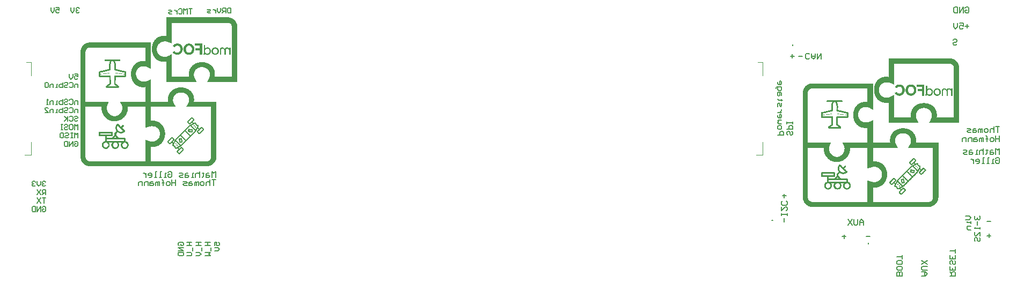
<source format=gbo>
G04*
G04 #@! TF.GenerationSoftware,Altium Limited,Altium Designer,21.0.8 (223)*
G04*
G04 Layer_Color=32896*
%FSLAX25Y25*%
%MOIN*%
G70*
G04*
G04 #@! TF.SameCoordinates,386B6A0C-B290-4CC1-8F2B-2C95A909E97D*
G04*
G04*
G04 #@! TF.FilePolarity,Positive*
G04*
G01*
G75*
%ADD52C,0.00787*%
%ADD99C,0.00591*%
%ADD101C,0.00394*%
%ADD102C,0.00602*%
G36*
X361608Y452722D02*
X362043D01*
Y452660D01*
X362354D01*
Y452598D01*
X362603D01*
Y452535D01*
X362852D01*
Y452473D01*
X363039D01*
Y452411D01*
X363163D01*
Y452349D01*
X363350D01*
Y452286D01*
X363474D01*
Y452224D01*
X363661D01*
Y452162D01*
X363785D01*
Y452100D01*
X363910D01*
Y452037D01*
X364034D01*
Y451975D01*
X364096D01*
Y451913D01*
X364221D01*
Y451851D01*
X364345D01*
Y451789D01*
X364407D01*
Y451726D01*
X364532D01*
Y451664D01*
X364594D01*
Y451602D01*
X364656D01*
Y451540D01*
X364781D01*
Y451478D01*
X364843D01*
Y451415D01*
X364905D01*
Y451353D01*
X364967D01*
Y451291D01*
X365030D01*
Y451229D01*
X365092D01*
Y451166D01*
X365216D01*
Y451104D01*
X365279D01*
Y451042D01*
X365341D01*
Y450980D01*
X365403D01*
Y450918D01*
X365465D01*
Y450855D01*
X365527D01*
Y450793D01*
X365590D01*
Y450731D01*
X365652D01*
Y450669D01*
Y450607D01*
X365714D01*
Y450544D01*
X365776D01*
Y450482D01*
X365838D01*
Y450420D01*
X365901D01*
Y450358D01*
Y450295D01*
X365963D01*
Y450233D01*
X366025D01*
Y450171D01*
X366087D01*
Y450109D01*
Y450047D01*
X366149D01*
Y449984D01*
X366212D01*
Y449922D01*
Y449860D01*
X366274D01*
Y449798D01*
Y449736D01*
X366336D01*
Y449673D01*
X366398D01*
Y449611D01*
Y449549D01*
X366461D01*
Y449487D01*
Y449425D01*
X366523D01*
Y449362D01*
Y449300D01*
X366585D01*
Y449238D01*
Y449176D01*
Y449113D01*
X366647D01*
Y449051D01*
Y448989D01*
X366709D01*
Y448927D01*
Y448865D01*
Y448802D01*
X366772D01*
Y448740D01*
Y448678D01*
X366834D01*
Y448616D01*
Y448554D01*
Y448491D01*
X366896D01*
Y448429D01*
Y448367D01*
Y448305D01*
Y448242D01*
X366958D01*
Y448180D01*
Y448118D01*
Y448056D01*
Y447994D01*
X367021D01*
Y447931D01*
Y447869D01*
Y447807D01*
Y447745D01*
Y447683D01*
X367083D01*
Y447620D01*
Y447558D01*
Y447496D01*
Y447434D01*
Y447371D01*
Y447309D01*
Y447247D01*
X367145D01*
Y447185D01*
Y447123D01*
Y447060D01*
Y446998D01*
Y446936D01*
Y446874D01*
Y446811D01*
Y446749D01*
Y446687D01*
Y446625D01*
Y446563D01*
Y446500D01*
Y446438D01*
Y446376D01*
Y446314D01*
Y446252D01*
Y446189D01*
Y446127D01*
Y446065D01*
Y446003D01*
Y445940D01*
Y445878D01*
Y445816D01*
Y445754D01*
Y445692D01*
Y445629D01*
Y445567D01*
Y445505D01*
Y445443D01*
Y445381D01*
Y445318D01*
Y445256D01*
Y445194D01*
Y445132D01*
Y445070D01*
Y445007D01*
Y444945D01*
Y444883D01*
Y444821D01*
Y444758D01*
Y444696D01*
Y444634D01*
Y444572D01*
Y444510D01*
Y444447D01*
Y444385D01*
Y444323D01*
Y444261D01*
Y444199D01*
Y444136D01*
Y444074D01*
Y444012D01*
Y443950D01*
Y443887D01*
Y443825D01*
Y443763D01*
Y443701D01*
Y443639D01*
Y443576D01*
Y443514D01*
Y443452D01*
Y443390D01*
Y443328D01*
Y443265D01*
Y443203D01*
Y443141D01*
Y443079D01*
Y443016D01*
Y442954D01*
Y442892D01*
Y442830D01*
Y442768D01*
Y442705D01*
Y442643D01*
Y442581D01*
Y442519D01*
Y442456D01*
Y442394D01*
Y442332D01*
Y442270D01*
Y442208D01*
Y442145D01*
Y442083D01*
Y442021D01*
Y441959D01*
Y441897D01*
Y441834D01*
Y441772D01*
Y441710D01*
Y441648D01*
Y441585D01*
Y441523D01*
Y441461D01*
Y441399D01*
Y441337D01*
Y441274D01*
Y441212D01*
Y441150D01*
Y441088D01*
Y441026D01*
Y440963D01*
Y440901D01*
Y440839D01*
Y440777D01*
Y440715D01*
Y440652D01*
Y440590D01*
Y440528D01*
Y440466D01*
Y440403D01*
Y440341D01*
Y440279D01*
Y440217D01*
Y440155D01*
Y440092D01*
Y440030D01*
Y439968D01*
Y439906D01*
Y439844D01*
Y439781D01*
Y439719D01*
Y439657D01*
Y439595D01*
Y439532D01*
Y439470D01*
Y439408D01*
Y439346D01*
Y439284D01*
Y439221D01*
Y439159D01*
Y439097D01*
Y439035D01*
Y438973D01*
Y438910D01*
Y438848D01*
Y438786D01*
Y438724D01*
Y438661D01*
Y438599D01*
Y438537D01*
Y438475D01*
Y438413D01*
Y438350D01*
Y438288D01*
Y438226D01*
Y438164D01*
Y438101D01*
Y438039D01*
Y437977D01*
Y437915D01*
Y437853D01*
Y437790D01*
Y437728D01*
Y437666D01*
Y437604D01*
Y437542D01*
Y437479D01*
Y437417D01*
Y437355D01*
Y437293D01*
Y437230D01*
Y437168D01*
Y437106D01*
Y437044D01*
Y436982D01*
Y436919D01*
Y436857D01*
Y436795D01*
Y436733D01*
Y436671D01*
Y436608D01*
Y436546D01*
Y436484D01*
Y436422D01*
Y436360D01*
Y436297D01*
Y436235D01*
Y436173D01*
Y436111D01*
Y436048D01*
Y435986D01*
Y435924D01*
Y435862D01*
Y435800D01*
Y435737D01*
Y435675D01*
Y435613D01*
Y435551D01*
Y435489D01*
Y435426D01*
Y435364D01*
Y435302D01*
Y435240D01*
Y435177D01*
Y435115D01*
Y435053D01*
Y434991D01*
Y434929D01*
Y434866D01*
Y434804D01*
Y434742D01*
Y434680D01*
Y434618D01*
Y434555D01*
Y434493D01*
Y434431D01*
Y434369D01*
Y434306D01*
Y434244D01*
Y434182D01*
Y434120D01*
Y434058D01*
Y433995D01*
Y433933D01*
Y433871D01*
Y433809D01*
Y433746D01*
Y433684D01*
Y433622D01*
Y433560D01*
Y433498D01*
Y433435D01*
Y433373D01*
Y433311D01*
Y433249D01*
Y433186D01*
Y433124D01*
Y433062D01*
Y433000D01*
Y432938D01*
Y432875D01*
Y432813D01*
Y432751D01*
Y432689D01*
Y432627D01*
Y432564D01*
Y432502D01*
Y432440D01*
Y432378D01*
Y432315D01*
Y432253D01*
Y432191D01*
Y432129D01*
Y432067D01*
Y432004D01*
Y431942D01*
Y431880D01*
Y431818D01*
Y431756D01*
Y431693D01*
Y431631D01*
Y431569D01*
Y431507D01*
Y431445D01*
Y431382D01*
Y431320D01*
Y431258D01*
Y431196D01*
Y431134D01*
Y431071D01*
Y431009D01*
Y430947D01*
Y430885D01*
Y430822D01*
Y430760D01*
Y430698D01*
Y430636D01*
Y430574D01*
Y430511D01*
Y430449D01*
Y430387D01*
Y430325D01*
Y430263D01*
Y430200D01*
Y430138D01*
Y430076D01*
Y430014D01*
Y429951D01*
Y429889D01*
Y429827D01*
Y429765D01*
Y429703D01*
Y429640D01*
Y429578D01*
Y429516D01*
Y429454D01*
Y429391D01*
Y429329D01*
Y429267D01*
Y429205D01*
Y429143D01*
Y429080D01*
Y429018D01*
Y428956D01*
Y428894D01*
Y428831D01*
Y428769D01*
Y428707D01*
Y428645D01*
Y428583D01*
Y428520D01*
Y428458D01*
Y428396D01*
Y428334D01*
Y428272D01*
Y428209D01*
Y428147D01*
Y428085D01*
Y428023D01*
Y427960D01*
Y427898D01*
Y427836D01*
Y427774D01*
Y427712D01*
Y427649D01*
Y427587D01*
Y427525D01*
Y427463D01*
Y427401D01*
Y427338D01*
Y427276D01*
Y427214D01*
Y427152D01*
Y427090D01*
Y427027D01*
Y426965D01*
Y426903D01*
Y426841D01*
Y426779D01*
Y426716D01*
Y426654D01*
Y426592D01*
Y426530D01*
Y426467D01*
Y426405D01*
Y426343D01*
Y426281D01*
Y426219D01*
Y426156D01*
Y426094D01*
Y426032D01*
Y425970D01*
Y425907D01*
Y425845D01*
Y425783D01*
Y425721D01*
Y425659D01*
Y425596D01*
Y425534D01*
Y425472D01*
Y425410D01*
Y425348D01*
Y425285D01*
Y425223D01*
Y425161D01*
Y425099D01*
Y425036D01*
Y424974D01*
Y424912D01*
Y424850D01*
Y424788D01*
Y424725D01*
Y424663D01*
Y424601D01*
Y424539D01*
Y424476D01*
Y424414D01*
Y424352D01*
Y424290D01*
Y424228D01*
Y424165D01*
Y424103D01*
Y424041D01*
Y423979D01*
Y423917D01*
Y423854D01*
Y423792D01*
Y423730D01*
Y423668D01*
Y423605D01*
Y423543D01*
Y423481D01*
Y423419D01*
Y423357D01*
Y423294D01*
Y423232D01*
Y423170D01*
Y423108D01*
Y423046D01*
Y422983D01*
Y422921D01*
Y422859D01*
Y422797D01*
Y422734D01*
Y422672D01*
Y422610D01*
Y422548D01*
Y422486D01*
Y422423D01*
Y422361D01*
Y422299D01*
Y422237D01*
Y422175D01*
Y422112D01*
Y422050D01*
Y421988D01*
Y421926D01*
Y421864D01*
Y421801D01*
Y421739D01*
Y421677D01*
Y421615D01*
Y421552D01*
Y421490D01*
Y421428D01*
Y421366D01*
Y421304D01*
Y421241D01*
Y421179D01*
Y421117D01*
Y421055D01*
Y420993D01*
Y420930D01*
Y420868D01*
Y420806D01*
Y420744D01*
Y420681D01*
Y420619D01*
Y420557D01*
Y420495D01*
Y420433D01*
Y420370D01*
Y420308D01*
Y420246D01*
Y420184D01*
Y420121D01*
Y420059D01*
Y419997D01*
Y419935D01*
Y419873D01*
Y419810D01*
Y419748D01*
Y419686D01*
Y419624D01*
Y419562D01*
Y419499D01*
Y419437D01*
Y419375D01*
Y419313D01*
Y419250D01*
Y419188D01*
Y419126D01*
Y419064D01*
Y419002D01*
Y418939D01*
Y418877D01*
Y418815D01*
Y418753D01*
Y418691D01*
Y418628D01*
Y418566D01*
Y418504D01*
Y418442D01*
Y418379D01*
Y418317D01*
Y418255D01*
Y418193D01*
Y418131D01*
Y418068D01*
Y418006D01*
Y417944D01*
Y417882D01*
Y417820D01*
Y417757D01*
Y417695D01*
Y417633D01*
Y417571D01*
Y417509D01*
Y417446D01*
Y417384D01*
Y417322D01*
Y417260D01*
Y417197D01*
Y417135D01*
Y417073D01*
Y417011D01*
Y416949D01*
Y416886D01*
Y416824D01*
Y416762D01*
Y416700D01*
Y416638D01*
Y416575D01*
Y416513D01*
Y416451D01*
Y416389D01*
Y416326D01*
Y416264D01*
Y416202D01*
Y416140D01*
Y416078D01*
Y416015D01*
Y415953D01*
Y415891D01*
Y415829D01*
Y415766D01*
Y415704D01*
Y415642D01*
Y415580D01*
Y415518D01*
Y415455D01*
Y415393D01*
Y415331D01*
Y415269D01*
Y415207D01*
Y415144D01*
Y415082D01*
Y415020D01*
Y414958D01*
Y414895D01*
Y414833D01*
Y414771D01*
Y414709D01*
Y414647D01*
Y414584D01*
Y414522D01*
Y414460D01*
Y414398D01*
Y414336D01*
Y414273D01*
Y414211D01*
Y414149D01*
Y414087D01*
Y414024D01*
Y413962D01*
Y413900D01*
Y413838D01*
Y413776D01*
Y413713D01*
Y413651D01*
Y413589D01*
Y413527D01*
Y413465D01*
Y413402D01*
Y413340D01*
Y413278D01*
Y413216D01*
Y413154D01*
Y413091D01*
Y413029D01*
Y412967D01*
Y412905D01*
Y412842D01*
Y412780D01*
Y412718D01*
Y412656D01*
Y412594D01*
Y412531D01*
Y412469D01*
X348356D01*
Y412531D01*
X348418D01*
Y412594D01*
Y412656D01*
X348481D01*
Y412718D01*
Y412780D01*
X348543D01*
Y412842D01*
Y412905D01*
X348605D01*
Y412967D01*
Y413029D01*
X348667D01*
Y413091D01*
Y413154D01*
X348729D01*
Y413216D01*
Y413278D01*
X348792D01*
Y413340D01*
Y413402D01*
X348854D01*
Y413465D01*
Y413527D01*
X348916D01*
Y413589D01*
Y413651D01*
X348978D01*
Y413713D01*
Y413776D01*
X349041D01*
Y413838D01*
Y413900D01*
X349103D01*
Y413962D01*
Y414024D01*
X349165D01*
Y414087D01*
Y414149D01*
X349227D01*
Y414211D01*
Y414273D01*
X349289D01*
Y414336D01*
Y414398D01*
X349352D01*
Y414460D01*
Y414522D01*
X349414D01*
Y414584D01*
Y414647D01*
X349476D01*
Y414709D01*
Y414771D01*
X349538D01*
Y414833D01*
Y414895D01*
Y414958D01*
X349601D01*
Y415020D01*
Y415082D01*
X349663D01*
Y415144D01*
Y415207D01*
Y415269D01*
X349725D01*
Y415331D01*
Y415393D01*
Y415455D01*
X349787D01*
Y415518D01*
Y415580D01*
X349849D01*
Y415642D01*
Y415704D01*
Y415766D01*
X349911D01*
Y415829D01*
Y415891D01*
Y415953D01*
Y416015D01*
X349974D01*
Y416078D01*
Y416140D01*
Y416202D01*
Y416264D01*
Y416326D01*
X350036D01*
Y416389D01*
Y416451D01*
Y416513D01*
Y416575D01*
Y416638D01*
Y416700D01*
Y416762D01*
Y416824D01*
Y416886D01*
Y416949D01*
Y417011D01*
Y417073D01*
Y417135D01*
Y417197D01*
Y417260D01*
Y417322D01*
Y417384D01*
Y417446D01*
Y417509D01*
Y417571D01*
Y417633D01*
Y417695D01*
Y417757D01*
X349974D01*
Y417820D01*
Y417882D01*
Y417944D01*
Y418006D01*
Y418068D01*
Y418131D01*
X349911D01*
Y418193D01*
Y418255D01*
Y418317D01*
Y418379D01*
X349849D01*
Y418442D01*
Y418504D01*
Y418566D01*
X349787D01*
Y418628D01*
Y418691D01*
Y418753D01*
X349725D01*
Y418815D01*
Y418877D01*
Y418939D01*
X349663D01*
Y419002D01*
Y419064D01*
X349601D01*
Y419126D01*
Y419188D01*
X349538D01*
Y419250D01*
Y419313D01*
X349476D01*
Y419375D01*
Y419437D01*
X349414D01*
Y419499D01*
Y419562D01*
X349352D01*
Y419624D01*
X349289D01*
Y419686D01*
Y419748D01*
X349227D01*
Y419810D01*
X349165D01*
Y419873D01*
Y419935D01*
X349103D01*
Y419997D01*
X349041D01*
Y420059D01*
X348978D01*
Y420121D01*
X348916D01*
Y420184D01*
X348854D01*
Y420246D01*
Y420308D01*
X348792D01*
Y420370D01*
X348729D01*
Y420433D01*
X348667D01*
Y420495D01*
X348605D01*
Y420557D01*
X348481D01*
Y420619D01*
X348418D01*
Y420681D01*
X348356D01*
Y420744D01*
X348232D01*
Y420806D01*
X348169D01*
Y420868D01*
X348107D01*
Y420930D01*
X347983D01*
Y420993D01*
X347859D01*
Y421055D01*
X347796D01*
Y421117D01*
X347672D01*
Y421179D01*
X347547D01*
Y421241D01*
X347423D01*
Y421304D01*
X347299D01*
Y421366D01*
X347174D01*
Y421428D01*
X346988D01*
Y421490D01*
X346801D01*
Y421552D01*
X346614D01*
Y421615D01*
X346365D01*
Y421677D01*
X346054D01*
Y421739D01*
X345556D01*
Y421801D01*
X344686D01*
Y421739D01*
X344188D01*
Y421677D01*
X343877D01*
Y421615D01*
X343628D01*
Y421552D01*
X343379D01*
Y421490D01*
X343192D01*
Y421428D01*
X343068D01*
Y421366D01*
X342881D01*
Y421304D01*
X342757D01*
Y421241D01*
X342695D01*
Y421179D01*
X342570D01*
Y421117D01*
X342446D01*
Y421055D01*
X342321D01*
Y420993D01*
X342259D01*
Y420930D01*
X342135D01*
Y420868D01*
X342073D01*
Y420806D01*
X341948D01*
Y420744D01*
X341886D01*
Y420681D01*
X341824D01*
Y420619D01*
X341761D01*
Y420557D01*
X341699D01*
Y420495D01*
X341637D01*
Y420433D01*
X341575D01*
Y420370D01*
X341450D01*
Y420308D01*
X341388D01*
Y420246D01*
X341326D01*
Y420184D01*
X341264D01*
Y420121D01*
Y420059D01*
X341201D01*
Y419997D01*
X341139D01*
Y419935D01*
X341077D01*
Y419873D01*
Y419810D01*
X341015D01*
Y419748D01*
X340953D01*
Y419686D01*
Y419624D01*
X340891D01*
Y419562D01*
X340828D01*
Y419499D01*
Y419437D01*
X340766D01*
Y419375D01*
Y419313D01*
X340704D01*
Y419250D01*
Y419188D01*
X340642D01*
Y419126D01*
Y419064D01*
X340579D01*
Y419002D01*
Y418939D01*
X340517D01*
Y418877D01*
Y418815D01*
Y418753D01*
X340455D01*
Y418691D01*
Y418628D01*
X340393D01*
Y418566D01*
Y418504D01*
Y418442D01*
Y418379D01*
X340331D01*
Y418317D01*
Y418255D01*
Y418193D01*
X340268D01*
Y418131D01*
Y418068D01*
Y418006D01*
Y417944D01*
Y417882D01*
Y417820D01*
X340206D01*
Y417757D01*
Y417695D01*
Y417633D01*
Y417571D01*
Y417509D01*
Y417446D01*
Y417384D01*
Y417322D01*
Y417260D01*
Y417197D01*
X340144D01*
Y417135D01*
Y417073D01*
Y417011D01*
Y416949D01*
Y416886D01*
Y416824D01*
Y416762D01*
X340206D01*
Y416700D01*
Y416638D01*
Y416575D01*
Y416513D01*
Y416451D01*
Y416389D01*
Y416326D01*
Y416264D01*
X340268D01*
Y416202D01*
Y416140D01*
Y416078D01*
Y416015D01*
X340331D01*
Y415953D01*
Y415891D01*
Y415829D01*
Y415766D01*
X340393D01*
Y415704D01*
Y415642D01*
Y415580D01*
X340455D01*
Y415518D01*
Y415455D01*
Y415393D01*
X340517D01*
Y415331D01*
Y415269D01*
Y415207D01*
X340579D01*
Y415144D01*
Y415082D01*
X340642D01*
Y415020D01*
Y414958D01*
Y414895D01*
X340704D01*
Y414833D01*
Y414771D01*
X340766D01*
Y414709D01*
Y414647D01*
X340828D01*
Y414584D01*
Y414522D01*
X340891D01*
Y414460D01*
Y414398D01*
X340953D01*
Y414336D01*
Y414273D01*
X341015D01*
Y414211D01*
Y414149D01*
Y414087D01*
X341077D01*
Y414024D01*
Y413962D01*
X341139D01*
Y413900D01*
Y413838D01*
X341201D01*
Y413776D01*
Y413713D01*
X341264D01*
Y413651D01*
Y413589D01*
X341326D01*
Y413527D01*
Y413465D01*
X341388D01*
Y413402D01*
Y413340D01*
X341450D01*
Y413278D01*
Y413216D01*
X341513D01*
Y413154D01*
Y413091D01*
X341575D01*
Y413029D01*
Y412967D01*
X341637D01*
Y412905D01*
Y412842D01*
X341699D01*
Y412780D01*
Y412718D01*
X341761D01*
Y412656D01*
X341824D01*
Y412594D01*
Y412531D01*
X341886D01*
Y412469D01*
X323097D01*
Y412531D01*
Y412594D01*
Y412656D01*
Y412718D01*
Y412780D01*
Y412842D01*
Y412905D01*
Y412967D01*
Y413029D01*
Y413091D01*
Y413154D01*
Y413216D01*
Y413278D01*
Y413340D01*
Y413402D01*
Y413465D01*
Y413527D01*
Y413589D01*
Y413651D01*
Y413713D01*
Y413776D01*
Y413838D01*
Y413900D01*
Y413962D01*
Y414024D01*
Y414087D01*
Y414149D01*
Y414211D01*
Y414273D01*
Y414336D01*
Y414398D01*
Y414460D01*
Y414522D01*
Y414584D01*
Y414647D01*
Y414709D01*
Y414771D01*
Y414833D01*
Y414895D01*
Y414958D01*
Y415020D01*
Y415082D01*
Y415144D01*
Y415207D01*
Y415269D01*
Y415331D01*
Y415393D01*
Y415455D01*
Y415518D01*
Y415580D01*
Y415642D01*
Y415704D01*
Y415766D01*
Y415829D01*
Y415891D01*
Y415953D01*
Y416015D01*
Y416078D01*
Y416140D01*
Y416202D01*
Y416264D01*
Y416326D01*
Y416389D01*
Y416451D01*
Y416513D01*
Y416575D01*
Y416638D01*
Y416700D01*
Y416762D01*
Y416824D01*
Y416886D01*
Y416949D01*
Y417011D01*
Y417073D01*
Y417135D01*
Y417197D01*
Y417260D01*
Y417322D01*
Y417384D01*
Y417446D01*
Y417509D01*
Y417571D01*
Y417633D01*
Y417695D01*
Y417757D01*
Y417820D01*
Y417882D01*
Y417944D01*
Y418006D01*
Y418068D01*
Y418131D01*
Y418193D01*
Y418255D01*
Y418317D01*
Y418379D01*
Y418442D01*
Y418504D01*
Y418566D01*
Y418628D01*
Y418691D01*
Y418753D01*
Y418815D01*
Y418877D01*
Y418939D01*
Y419002D01*
Y419064D01*
Y419126D01*
Y419188D01*
Y419250D01*
Y419313D01*
Y419375D01*
Y419437D01*
Y419499D01*
Y419562D01*
Y419624D01*
Y419686D01*
Y419748D01*
Y419810D01*
Y419873D01*
Y419935D01*
Y419997D01*
Y420059D01*
Y420121D01*
Y420184D01*
Y420246D01*
Y420308D01*
Y420370D01*
Y420433D01*
Y420495D01*
Y420557D01*
Y420619D01*
Y420681D01*
Y420744D01*
Y420806D01*
Y420868D01*
Y420930D01*
Y420993D01*
Y421055D01*
Y421117D01*
Y421179D01*
Y421241D01*
Y421304D01*
Y421366D01*
Y421428D01*
Y421490D01*
Y421552D01*
Y421615D01*
Y421677D01*
Y421739D01*
Y421801D01*
Y421864D01*
Y421926D01*
Y421988D01*
Y422050D01*
Y422112D01*
Y422175D01*
Y422237D01*
Y422299D01*
Y422361D01*
Y422423D01*
Y422486D01*
Y422548D01*
Y422610D01*
Y422672D01*
Y422734D01*
Y422797D01*
Y422859D01*
Y422921D01*
Y422983D01*
Y423046D01*
Y423108D01*
Y423170D01*
Y423232D01*
Y423294D01*
Y423357D01*
Y423419D01*
Y423481D01*
Y423543D01*
Y423605D01*
Y423668D01*
Y423730D01*
Y423792D01*
Y423854D01*
Y423917D01*
Y423979D01*
Y424041D01*
Y424103D01*
Y424165D01*
Y424228D01*
Y424290D01*
Y424352D01*
Y424414D01*
Y424476D01*
Y424539D01*
Y424601D01*
Y424663D01*
Y424725D01*
Y424788D01*
Y424850D01*
Y424912D01*
Y424974D01*
Y425036D01*
Y425099D01*
X322537D01*
Y425036D01*
X320733D01*
Y425099D01*
X320298D01*
Y425161D01*
X319924D01*
Y425223D01*
X319675D01*
Y425285D01*
X319426D01*
Y425348D01*
X319240D01*
Y425410D01*
X319053D01*
Y425472D01*
X318866D01*
Y425534D01*
X318742D01*
Y425596D01*
X318555D01*
Y425659D01*
X318369D01*
Y425721D01*
X318244D01*
Y425783D01*
X318120D01*
Y425845D01*
X317996D01*
Y425907D01*
X317871D01*
Y425970D01*
X317747D01*
Y426032D01*
X317622D01*
Y426094D01*
X317560D01*
Y426156D01*
X317436D01*
Y426219D01*
X317373D01*
Y426281D01*
X317249D01*
Y426343D01*
X317187D01*
Y426405D01*
X317125D01*
Y426467D01*
X317000D01*
Y426530D01*
X316938D01*
Y426592D01*
X316876D01*
Y426654D01*
X316813D01*
Y426716D01*
X316751D01*
Y426779D01*
X316627D01*
Y426841D01*
X316565D01*
Y426903D01*
X316502D01*
Y426965D01*
X316440D01*
Y427027D01*
X316378D01*
Y427090D01*
X316316D01*
Y427152D01*
X316253D01*
Y427214D01*
X316191D01*
Y427276D01*
Y427338D01*
X316129D01*
Y427401D01*
X316067D01*
Y427463D01*
X316005D01*
Y427525D01*
X315943D01*
Y427587D01*
X315880D01*
Y427649D01*
X315818D01*
Y427712D01*
X315756D01*
Y427774D01*
Y427836D01*
X315694D01*
Y427898D01*
X315631D01*
Y427960D01*
Y428023D01*
X315569D01*
Y428085D01*
X315507D01*
Y428147D01*
Y428209D01*
X315445D01*
Y428272D01*
X315383D01*
Y428334D01*
Y428396D01*
X315320D01*
Y428458D01*
X315258D01*
Y428520D01*
Y428583D01*
X315196D01*
Y428645D01*
Y428707D01*
X315134D01*
Y428769D01*
Y428831D01*
X315072D01*
Y428894D01*
Y428956D01*
X315009D01*
Y429018D01*
Y429080D01*
X314947D01*
Y429143D01*
Y429205D01*
X314885D01*
Y429267D01*
Y429329D01*
X314823D01*
Y429391D01*
Y429454D01*
Y429516D01*
X314760D01*
Y429578D01*
Y429640D01*
X314698D01*
Y429703D01*
Y429765D01*
X314636D01*
Y429827D01*
Y429889D01*
Y429951D01*
X314574D01*
Y430014D01*
Y430076D01*
Y430138D01*
X314511D01*
Y430200D01*
Y430263D01*
Y430325D01*
X314449D01*
Y430387D01*
Y430449D01*
Y430511D01*
X314387D01*
Y430574D01*
Y430636D01*
Y430698D01*
Y430760D01*
X314325D01*
Y430822D01*
Y430885D01*
Y430947D01*
Y431009D01*
Y431071D01*
X314263D01*
Y431134D01*
Y431196D01*
Y431258D01*
Y431320D01*
X314200D01*
Y431382D01*
Y431445D01*
Y431507D01*
Y431569D01*
Y431631D01*
Y431693D01*
Y431756D01*
X314138D01*
Y431818D01*
Y431880D01*
Y431942D01*
Y432004D01*
Y432067D01*
Y432129D01*
Y432191D01*
X314076D01*
Y432253D01*
Y432315D01*
Y432378D01*
Y432440D01*
Y432502D01*
Y432564D01*
Y432627D01*
Y432689D01*
Y432751D01*
Y432813D01*
Y432875D01*
Y432938D01*
Y433000D01*
Y433062D01*
Y433124D01*
Y433186D01*
Y433249D01*
Y433311D01*
Y433373D01*
Y433435D01*
Y433498D01*
Y433560D01*
Y433622D01*
Y433684D01*
Y433746D01*
Y433809D01*
Y433871D01*
Y433933D01*
Y433995D01*
Y434058D01*
Y434120D01*
X314138D01*
Y434182D01*
Y434244D01*
Y434306D01*
Y434369D01*
Y434431D01*
Y434493D01*
Y434555D01*
X314200D01*
Y434618D01*
Y434680D01*
Y434742D01*
Y434804D01*
Y434866D01*
Y434929D01*
X314263D01*
Y434991D01*
Y435053D01*
Y435115D01*
Y435177D01*
Y435240D01*
X314325D01*
Y435302D01*
Y435364D01*
Y435426D01*
Y435489D01*
Y435551D01*
X314387D01*
Y435613D01*
Y435675D01*
Y435737D01*
X314449D01*
Y435800D01*
Y435862D01*
Y435924D01*
X314511D01*
Y435986D01*
Y436048D01*
Y436111D01*
Y436173D01*
X314574D01*
Y436235D01*
Y436297D01*
Y436360D01*
X314636D01*
Y436422D01*
Y436484D01*
X314698D01*
Y436546D01*
Y436608D01*
Y436671D01*
X314760D01*
Y436733D01*
Y436795D01*
X314823D01*
Y436857D01*
Y436919D01*
Y436982D01*
X314885D01*
Y437044D01*
Y437106D01*
X314947D01*
Y437168D01*
Y437230D01*
X315009D01*
Y437293D01*
Y437355D01*
X315072D01*
Y437417D01*
Y437479D01*
X315134D01*
Y437542D01*
Y437604D01*
X315196D01*
Y437666D01*
X315258D01*
Y437728D01*
Y437790D01*
X315320D01*
Y437853D01*
Y437915D01*
X315383D01*
Y437977D01*
X315445D01*
Y438039D01*
Y438101D01*
X315507D01*
Y438164D01*
X315569D01*
Y438226D01*
Y438288D01*
X315631D01*
Y438350D01*
X315694D01*
Y438413D01*
Y438475D01*
X315756D01*
Y438537D01*
X315818D01*
Y438599D01*
X315880D01*
Y438661D01*
Y438724D01*
X315943D01*
Y438786D01*
X316005D01*
Y438848D01*
X316067D01*
Y438910D01*
X316129D01*
Y438973D01*
X316191D01*
Y439035D01*
X316253D01*
Y439097D01*
X316316D01*
Y439159D01*
X316378D01*
Y439221D01*
X316440D01*
Y439284D01*
X316502D01*
Y439346D01*
X316565D01*
Y439408D01*
X316627D01*
Y439470D01*
X316689D01*
Y439532D01*
X316751D01*
Y439595D01*
X316813D01*
Y439657D01*
X316876D01*
Y439719D01*
X316938D01*
Y439781D01*
X317062D01*
Y439844D01*
X317125D01*
Y439906D01*
X317187D01*
Y439968D01*
X317311D01*
Y440030D01*
X317373D01*
Y440092D01*
X317498D01*
Y440155D01*
X317560D01*
Y440217D01*
X317685D01*
Y440279D01*
X317809D01*
Y440341D01*
X317871D01*
Y440403D01*
X317996D01*
Y440466D01*
X318120D01*
Y440528D01*
X318307D01*
Y440590D01*
X318431D01*
Y440652D01*
X318618D01*
Y440715D01*
X318742D01*
Y440777D01*
X318929D01*
Y440839D01*
X319053D01*
Y440901D01*
X319302D01*
Y440963D01*
X319489D01*
Y441026D01*
X319738D01*
Y441088D01*
X319986D01*
Y441150D01*
X320360D01*
Y441212D01*
X320857D01*
Y441274D01*
X322288D01*
Y441212D01*
X322910D01*
Y441150D01*
X323097D01*
Y441212D01*
Y441274D01*
Y441337D01*
Y441399D01*
Y441461D01*
Y441523D01*
Y441585D01*
Y441648D01*
Y441710D01*
Y441772D01*
Y441834D01*
Y441897D01*
Y441959D01*
Y442021D01*
Y442083D01*
Y442145D01*
Y442208D01*
Y442270D01*
Y442332D01*
Y442394D01*
Y442456D01*
Y442519D01*
Y442581D01*
Y442643D01*
Y442705D01*
Y442768D01*
Y442830D01*
Y442892D01*
Y442954D01*
Y443016D01*
Y443079D01*
Y443141D01*
Y443203D01*
Y443265D01*
Y443328D01*
Y443390D01*
Y443452D01*
Y443514D01*
Y443576D01*
Y443639D01*
Y443701D01*
Y443763D01*
Y443825D01*
Y443887D01*
Y443950D01*
Y444012D01*
Y444074D01*
Y444136D01*
Y444199D01*
Y444261D01*
Y444323D01*
Y444385D01*
Y444447D01*
Y444510D01*
Y444572D01*
Y444634D01*
Y444696D01*
Y444758D01*
Y444821D01*
Y444883D01*
Y444945D01*
Y445007D01*
Y445070D01*
Y445132D01*
Y445194D01*
Y445256D01*
Y445318D01*
Y445381D01*
Y445443D01*
Y445505D01*
Y445567D01*
Y445629D01*
Y445692D01*
Y445754D01*
Y445816D01*
Y445878D01*
Y445940D01*
Y446003D01*
Y446065D01*
Y446127D01*
Y446189D01*
Y446252D01*
Y446314D01*
Y446376D01*
Y446438D01*
Y446500D01*
Y446563D01*
Y446625D01*
Y446687D01*
Y446749D01*
Y446811D01*
Y446874D01*
Y446936D01*
Y446998D01*
Y447060D01*
Y447123D01*
Y447185D01*
Y447247D01*
Y447309D01*
Y447371D01*
Y447434D01*
Y447496D01*
Y447558D01*
Y447620D01*
Y447683D01*
Y447745D01*
Y447807D01*
Y447869D01*
Y447931D01*
Y447994D01*
Y448056D01*
Y448118D01*
Y448180D01*
Y448242D01*
Y448305D01*
Y448367D01*
Y448429D01*
Y448491D01*
Y448554D01*
Y448616D01*
Y448678D01*
Y448740D01*
Y448802D01*
Y448865D01*
Y448927D01*
Y448989D01*
Y449051D01*
Y449113D01*
Y449176D01*
Y449238D01*
Y449300D01*
Y449362D01*
Y449425D01*
Y449487D01*
Y449549D01*
Y449611D01*
Y449673D01*
Y449736D01*
Y449798D01*
Y449860D01*
Y449922D01*
Y449984D01*
Y450047D01*
Y450109D01*
Y450171D01*
Y450233D01*
Y450295D01*
Y450358D01*
Y450420D01*
Y450482D01*
Y450544D01*
Y450607D01*
Y450669D01*
Y450731D01*
Y450793D01*
Y450855D01*
Y450918D01*
Y450980D01*
Y451042D01*
Y451104D01*
Y451166D01*
Y451229D01*
Y451291D01*
Y451353D01*
Y451415D01*
Y451478D01*
Y451540D01*
Y451602D01*
Y451664D01*
Y451726D01*
Y451789D01*
Y451851D01*
Y451913D01*
Y451975D01*
Y452037D01*
Y452100D01*
Y452162D01*
Y452224D01*
Y452286D01*
Y452349D01*
Y452411D01*
Y452473D01*
Y452535D01*
Y452598D01*
Y452660D01*
Y452722D01*
Y452784D01*
X361608D01*
Y452722D01*
D02*
G37*
G36*
X313454Y437044D02*
Y436982D01*
Y436919D01*
Y436857D01*
Y436795D01*
Y436733D01*
Y436671D01*
Y436608D01*
Y436546D01*
Y436484D01*
Y436422D01*
Y436360D01*
Y436297D01*
Y436235D01*
Y436173D01*
Y436111D01*
Y436048D01*
Y435986D01*
Y435924D01*
Y435862D01*
Y435800D01*
Y435737D01*
Y435675D01*
Y435613D01*
Y435551D01*
Y435489D01*
Y435426D01*
Y435364D01*
Y435302D01*
Y435240D01*
Y435177D01*
Y435115D01*
Y435053D01*
Y434991D01*
Y434929D01*
Y434866D01*
Y434804D01*
Y434742D01*
Y434680D01*
Y434618D01*
Y434555D01*
Y434493D01*
Y434431D01*
Y434369D01*
Y434306D01*
Y434244D01*
Y434182D01*
Y434120D01*
Y434058D01*
Y433995D01*
Y433933D01*
Y433871D01*
Y433809D01*
Y433746D01*
Y433684D01*
Y433622D01*
Y433560D01*
Y433498D01*
Y433435D01*
Y433373D01*
Y433311D01*
Y433249D01*
Y433186D01*
Y433124D01*
Y433062D01*
Y433000D01*
Y432938D01*
Y432875D01*
Y432813D01*
Y432751D01*
Y432689D01*
Y432627D01*
Y432564D01*
Y432502D01*
Y432440D01*
Y432378D01*
Y432315D01*
Y432253D01*
Y432191D01*
Y432129D01*
Y432067D01*
Y432004D01*
Y431942D01*
Y431880D01*
Y431818D01*
Y431756D01*
Y431693D01*
Y431631D01*
Y431569D01*
Y431507D01*
Y431445D01*
Y431382D01*
Y431320D01*
Y431258D01*
Y431196D01*
Y431134D01*
Y431071D01*
Y431009D01*
Y430947D01*
Y430885D01*
Y430822D01*
Y430760D01*
Y430698D01*
Y430636D01*
Y430574D01*
Y430511D01*
Y430449D01*
Y430387D01*
Y430325D01*
Y430263D01*
Y430200D01*
Y430138D01*
Y430076D01*
Y430014D01*
Y429951D01*
Y429889D01*
Y429827D01*
Y429765D01*
Y429703D01*
Y429640D01*
Y429578D01*
Y429516D01*
Y429454D01*
Y429391D01*
Y429329D01*
Y429267D01*
Y429205D01*
Y429143D01*
Y429080D01*
Y429018D01*
Y428956D01*
Y428894D01*
Y428831D01*
Y428769D01*
Y428707D01*
Y428645D01*
Y428583D01*
Y428520D01*
Y428458D01*
Y428396D01*
Y428334D01*
Y428272D01*
Y428209D01*
Y428147D01*
Y428085D01*
Y428023D01*
Y427960D01*
Y427898D01*
Y427836D01*
Y427774D01*
Y427712D01*
Y427649D01*
Y427587D01*
Y427525D01*
Y427463D01*
Y427401D01*
Y427338D01*
Y427276D01*
Y427214D01*
Y427152D01*
Y427090D01*
Y427027D01*
Y426965D01*
Y426903D01*
Y426841D01*
Y426779D01*
Y426716D01*
Y426654D01*
Y426592D01*
Y426530D01*
Y426467D01*
Y426405D01*
Y426343D01*
Y426281D01*
Y426219D01*
Y426156D01*
Y426094D01*
Y426032D01*
Y425970D01*
Y425907D01*
Y425845D01*
Y425783D01*
Y425721D01*
Y425659D01*
Y425596D01*
Y425534D01*
Y425472D01*
Y425410D01*
Y425348D01*
Y425285D01*
Y425223D01*
Y425161D01*
Y425099D01*
Y425036D01*
Y424974D01*
Y424912D01*
Y424850D01*
Y424788D01*
Y424725D01*
Y424663D01*
Y424601D01*
Y424539D01*
Y424476D01*
Y424414D01*
Y424352D01*
Y424290D01*
Y424228D01*
Y424165D01*
Y424103D01*
Y424041D01*
Y423979D01*
Y423917D01*
Y423854D01*
Y423792D01*
Y423730D01*
Y423668D01*
Y423605D01*
Y423543D01*
Y423481D01*
Y423419D01*
Y423357D01*
Y423294D01*
Y423232D01*
Y423170D01*
Y423108D01*
Y423046D01*
Y422983D01*
Y422921D01*
Y422859D01*
Y422797D01*
Y422734D01*
Y422672D01*
Y422610D01*
Y422548D01*
Y422486D01*
Y422423D01*
Y422361D01*
Y422299D01*
Y422237D01*
Y422175D01*
Y422112D01*
Y422050D01*
Y421988D01*
Y421926D01*
Y421864D01*
Y421801D01*
Y421739D01*
Y421677D01*
Y421615D01*
Y421552D01*
Y421490D01*
Y421428D01*
Y421366D01*
Y421304D01*
Y421241D01*
Y421179D01*
Y421117D01*
Y421055D01*
Y420993D01*
Y420930D01*
Y420868D01*
Y420806D01*
Y420744D01*
Y420681D01*
X313392D01*
Y420744D01*
X313267D01*
Y420806D01*
X313143D01*
Y420868D01*
X313018D01*
Y420930D01*
X312956D01*
Y420993D01*
X312832D01*
Y421055D01*
X312707D01*
Y421117D01*
X312583D01*
Y421179D01*
X312458D01*
Y421241D01*
X312396D01*
Y421304D01*
X312272D01*
Y421366D01*
X312147D01*
Y421428D01*
X312023D01*
Y421490D01*
X311898D01*
Y421552D01*
X311774D01*
Y421615D01*
X311650D01*
Y421677D01*
X311525D01*
Y421739D01*
X311401D01*
Y421801D01*
X311276D01*
Y421864D01*
X311152D01*
Y421926D01*
X310965D01*
Y421988D01*
X310841D01*
Y422050D01*
X310654D01*
Y422112D01*
X310468D01*
Y422175D01*
X310281D01*
Y422237D01*
X310032D01*
Y422299D01*
X309721D01*
Y422361D01*
X308228D01*
Y422299D01*
X307855D01*
Y422237D01*
X307606D01*
Y422175D01*
X307357D01*
Y422112D01*
X307170D01*
Y422050D01*
X307046D01*
Y421988D01*
X306859D01*
Y421926D01*
X306735D01*
Y421864D01*
X306610D01*
Y421801D01*
X306486D01*
Y421739D01*
X306361D01*
Y421677D01*
X306299D01*
Y421615D01*
X306175D01*
Y421552D01*
X306050D01*
Y421490D01*
X305988D01*
Y421428D01*
X305926D01*
Y421366D01*
X305864D01*
Y421304D01*
X305802D01*
Y421241D01*
X305677D01*
Y421179D01*
X305615D01*
Y421117D01*
X305553D01*
Y421055D01*
X305490D01*
Y420993D01*
X305428D01*
Y420930D01*
X305366D01*
Y420868D01*
X305304D01*
Y420806D01*
X305242D01*
Y420744D01*
Y420681D01*
X305179D01*
Y420619D01*
X305117D01*
Y420557D01*
X305055D01*
Y420495D01*
Y420433D01*
X304993D01*
Y420370D01*
X304930D01*
Y420308D01*
Y420246D01*
X304868D01*
Y420184D01*
X304806D01*
Y420121D01*
Y420059D01*
X304744D01*
Y419997D01*
Y419935D01*
X304682D01*
Y419873D01*
Y419810D01*
X304619D01*
Y419748D01*
Y419686D01*
X304557D01*
Y419624D01*
Y419562D01*
Y419499D01*
X304495D01*
Y419437D01*
Y419375D01*
X304433D01*
Y419313D01*
Y419250D01*
Y419188D01*
X304371D01*
Y419126D01*
Y419064D01*
Y419002D01*
X304308D01*
Y418939D01*
Y418877D01*
Y418815D01*
Y418753D01*
Y418691D01*
X304246D01*
Y418628D01*
Y418566D01*
Y418504D01*
Y418442D01*
Y418379D01*
X304184D01*
Y418317D01*
Y418255D01*
Y418193D01*
Y418131D01*
Y418068D01*
Y418006D01*
Y417944D01*
Y417882D01*
Y417820D01*
Y417757D01*
Y417695D01*
Y417633D01*
Y417571D01*
Y417509D01*
Y417446D01*
Y417384D01*
Y417322D01*
Y417260D01*
Y417197D01*
Y417135D01*
Y417073D01*
Y417011D01*
Y416949D01*
Y416886D01*
Y416824D01*
X304246D01*
Y416762D01*
Y416700D01*
Y416638D01*
Y416575D01*
Y416513D01*
X304308D01*
Y416451D01*
Y416389D01*
Y416326D01*
Y416264D01*
Y416202D01*
X304371D01*
Y416140D01*
Y416078D01*
Y416015D01*
X304433D01*
Y415953D01*
Y415891D01*
Y415829D01*
X304495D01*
Y415766D01*
Y415704D01*
X304557D01*
Y415642D01*
Y415580D01*
X304619D01*
Y415518D01*
Y415455D01*
Y415393D01*
X304682D01*
Y415331D01*
Y415269D01*
X304744D01*
Y415207D01*
Y415144D01*
X304806D01*
Y415082D01*
Y415020D01*
X304868D01*
Y414958D01*
X304930D01*
Y414895D01*
Y414833D01*
X304993D01*
Y414771D01*
X305055D01*
Y414709D01*
Y414647D01*
X305117D01*
Y414584D01*
X305179D01*
Y414522D01*
X305242D01*
Y414460D01*
X305304D01*
Y414398D01*
Y414336D01*
X305366D01*
Y414273D01*
X305428D01*
Y414211D01*
X305490D01*
Y414149D01*
X305553D01*
Y414087D01*
X305615D01*
Y414024D01*
X305677D01*
Y413962D01*
X305802D01*
Y413900D01*
X305864D01*
Y413838D01*
X305926D01*
Y413776D01*
X305988D01*
Y413713D01*
X306113D01*
Y413651D01*
X306175D01*
Y413589D01*
X306299D01*
Y413527D01*
X306361D01*
Y413465D01*
X306486D01*
Y413402D01*
X306610D01*
Y413340D01*
X306735D01*
Y413278D01*
X306859D01*
Y413216D01*
X307046D01*
Y413154D01*
X307170D01*
Y413091D01*
X307357D01*
Y413029D01*
X307668D01*
Y412967D01*
X307917D01*
Y412905D01*
X308352D01*
Y412842D01*
X309783D01*
Y412905D01*
X310219D01*
Y412967D01*
X310468D01*
Y413029D01*
X310716D01*
Y413091D01*
X310965D01*
Y413154D01*
X311152D01*
Y413216D01*
X311401D01*
Y413278D01*
X311525D01*
Y413340D01*
X311650D01*
Y413402D01*
X311836D01*
Y413465D01*
X311961D01*
Y413527D01*
X312147D01*
Y413589D01*
X312272D01*
Y413651D01*
X312396D01*
Y413713D01*
X312583D01*
Y413776D01*
X312707D01*
Y413838D01*
X312832D01*
Y413900D01*
X312956D01*
Y413962D01*
X313081D01*
Y414024D01*
X313205D01*
Y414087D01*
X313329D01*
Y414149D01*
X313454D01*
Y414087D01*
Y414024D01*
Y413962D01*
Y413900D01*
Y413838D01*
Y413776D01*
Y413713D01*
Y413651D01*
Y413589D01*
Y413527D01*
Y413465D01*
Y413402D01*
Y413340D01*
Y413278D01*
Y413216D01*
Y413154D01*
Y413091D01*
Y413029D01*
Y412967D01*
Y412905D01*
Y412842D01*
Y412780D01*
Y412718D01*
Y412656D01*
Y412594D01*
Y412531D01*
Y412469D01*
Y412407D01*
Y412345D01*
Y412283D01*
Y412220D01*
Y412158D01*
Y412096D01*
Y412034D01*
Y411971D01*
Y411909D01*
Y411847D01*
Y411785D01*
Y411723D01*
Y411660D01*
Y411598D01*
Y411536D01*
Y411474D01*
Y411412D01*
Y411349D01*
Y411287D01*
Y411225D01*
Y411163D01*
Y411100D01*
Y411038D01*
Y410976D01*
Y410914D01*
Y410852D01*
Y410789D01*
Y410727D01*
Y410665D01*
Y410603D01*
Y410540D01*
Y410478D01*
Y410416D01*
Y410354D01*
Y410292D01*
Y410229D01*
Y410167D01*
Y410105D01*
Y410043D01*
Y409981D01*
Y409918D01*
Y409856D01*
Y409794D01*
Y409732D01*
Y409669D01*
Y409607D01*
Y409545D01*
Y409483D01*
Y409421D01*
Y409358D01*
Y409296D01*
Y409234D01*
Y409172D01*
Y409109D01*
Y409047D01*
Y408985D01*
Y408923D01*
Y408861D01*
Y408799D01*
Y408736D01*
Y408674D01*
Y408612D01*
Y408550D01*
Y408487D01*
Y408425D01*
Y408363D01*
Y408301D01*
Y408239D01*
Y408176D01*
Y408114D01*
Y408052D01*
Y407990D01*
Y407928D01*
Y407865D01*
Y407803D01*
Y407741D01*
Y407679D01*
Y407616D01*
Y407554D01*
Y407492D01*
Y407430D01*
Y407368D01*
Y407305D01*
Y407243D01*
Y407181D01*
Y407119D01*
Y407057D01*
Y406994D01*
Y406932D01*
Y406870D01*
Y406808D01*
Y406745D01*
Y406683D01*
Y406621D01*
Y406559D01*
Y406496D01*
Y406434D01*
Y406372D01*
Y406310D01*
Y406248D01*
Y406185D01*
Y406123D01*
Y406061D01*
Y405999D01*
Y405937D01*
Y405874D01*
Y405812D01*
Y405750D01*
Y405688D01*
Y405626D01*
Y405563D01*
Y405501D01*
Y405439D01*
Y405377D01*
Y405314D01*
Y405252D01*
Y405190D01*
Y405128D01*
Y405066D01*
Y405003D01*
Y404941D01*
Y404879D01*
Y404817D01*
Y404754D01*
Y404692D01*
Y404630D01*
Y404568D01*
Y404506D01*
Y404444D01*
Y404381D01*
Y404319D01*
Y404257D01*
Y404195D01*
Y404132D01*
Y404070D01*
Y404008D01*
Y403946D01*
Y403884D01*
Y403821D01*
Y403759D01*
Y403697D01*
Y403635D01*
Y403573D01*
Y403510D01*
Y403448D01*
Y403386D01*
Y403324D01*
Y403261D01*
Y403199D01*
Y403137D01*
Y403075D01*
Y403013D01*
Y402950D01*
Y402888D01*
Y402826D01*
Y402764D01*
Y402702D01*
Y402639D01*
Y402577D01*
Y402515D01*
Y402453D01*
Y402390D01*
Y402328D01*
Y402266D01*
Y402204D01*
Y402142D01*
Y402079D01*
Y402017D01*
Y401955D01*
Y401893D01*
Y401830D01*
Y401768D01*
Y401706D01*
Y401644D01*
Y401582D01*
Y401519D01*
Y401457D01*
Y401395D01*
Y401333D01*
Y401270D01*
Y401208D01*
Y401146D01*
Y401084D01*
Y401022D01*
Y400959D01*
Y400897D01*
Y400835D01*
Y400773D01*
Y400711D01*
Y400648D01*
Y400586D01*
Y400524D01*
Y400462D01*
Y400399D01*
Y400337D01*
Y400275D01*
Y400213D01*
Y400151D01*
X313703D01*
Y400089D01*
X313765D01*
Y400151D01*
X314076D01*
Y400089D01*
X314138D01*
Y400151D01*
X314387D01*
Y400089D01*
X314449D01*
Y400151D01*
X314698D01*
Y400089D01*
X314760D01*
Y400151D01*
X315072D01*
Y400089D01*
X315134D01*
Y400151D01*
X315320D01*
Y400089D01*
X315445D01*
Y400151D01*
X315694D01*
Y400089D01*
X315756D01*
Y400151D01*
X316005D01*
Y400089D01*
X316129D01*
Y400151D01*
X316316D01*
Y400089D01*
X316440D01*
Y400151D01*
X316627D01*
Y400089D01*
X316751D01*
Y400151D01*
X316938D01*
Y400089D01*
X317062D01*
Y400151D01*
X324093D01*
Y400213D01*
Y400275D01*
Y400337D01*
Y400399D01*
Y400462D01*
Y400524D01*
Y400586D01*
Y400648D01*
X324030D01*
Y400711D01*
Y400773D01*
Y400835D01*
Y400897D01*
Y400959D01*
Y401022D01*
Y401084D01*
Y401146D01*
Y401208D01*
Y401270D01*
Y401333D01*
Y401395D01*
Y401457D01*
Y401519D01*
Y401582D01*
Y401644D01*
Y401706D01*
Y401768D01*
Y401830D01*
Y401893D01*
Y401955D01*
Y402017D01*
Y402079D01*
Y402142D01*
Y402204D01*
Y402266D01*
Y402328D01*
Y402390D01*
Y402453D01*
X324093D01*
Y402515D01*
Y402577D01*
Y402639D01*
Y402702D01*
Y402764D01*
Y402826D01*
Y402888D01*
Y402950D01*
X324155D01*
Y403013D01*
Y403075D01*
Y403137D01*
Y403199D01*
Y403261D01*
X324217D01*
Y403324D01*
Y403386D01*
Y403448D01*
Y403510D01*
X324279D01*
Y403573D01*
Y403635D01*
Y403697D01*
Y403759D01*
X324341D01*
Y403821D01*
Y403884D01*
Y403946D01*
Y404008D01*
X324404D01*
Y404070D01*
Y404132D01*
Y404195D01*
X324466D01*
Y404257D01*
Y404319D01*
X324528D01*
Y404381D01*
Y404444D01*
Y404506D01*
X324590D01*
Y404568D01*
Y404630D01*
X324653D01*
Y404692D01*
Y404754D01*
Y404817D01*
X324715D01*
Y404879D01*
Y404941D01*
X324777D01*
Y405003D01*
Y405066D01*
X324839D01*
Y405128D01*
Y405190D01*
X324901D01*
Y405252D01*
X324963D01*
Y405314D01*
Y405377D01*
X325026D01*
Y405439D01*
Y405501D01*
X325088D01*
Y405563D01*
Y405626D01*
X325150D01*
Y405688D01*
X325212D01*
Y405750D01*
Y405812D01*
X325275D01*
Y405874D01*
X325337D01*
Y405937D01*
X325399D01*
Y405999D01*
Y406061D01*
X325461D01*
Y406123D01*
X325523D01*
Y406185D01*
X325586D01*
Y406248D01*
Y406310D01*
Y406372D01*
X325648D01*
Y406434D01*
X325710D01*
Y406496D01*
X325772D01*
Y406559D01*
X325834D01*
Y406621D01*
X325897D01*
Y406683D01*
X325959D01*
Y406745D01*
X326021D01*
Y406808D01*
X326083D01*
Y406870D01*
X326146D01*
Y406932D01*
X326208D01*
Y406994D01*
X326270D01*
Y407057D01*
X326332D01*
Y407119D01*
X326395D01*
Y407181D01*
X326457D01*
Y407243D01*
X326581D01*
Y407305D01*
X326643D01*
Y407368D01*
X326706D01*
Y407430D01*
X326768D01*
Y407492D01*
X326892D01*
Y407554D01*
X326954D01*
Y407616D01*
X327079D01*
Y407679D01*
X327141D01*
Y407741D01*
X327266D01*
Y407803D01*
X327328D01*
Y407865D01*
X327452D01*
Y407928D01*
X327514D01*
Y407990D01*
X327639D01*
Y408052D01*
X327763D01*
Y408114D01*
X327888D01*
Y408176D01*
X328012D01*
Y408239D01*
X328136D01*
Y408301D01*
X328261D01*
Y408363D01*
X328448D01*
Y408425D01*
X328572D01*
Y408487D01*
X328696D01*
Y408550D01*
X328821D01*
Y408612D01*
X329070D01*
Y408674D01*
X329256D01*
Y408736D01*
X329443D01*
Y408799D01*
X329692D01*
Y408861D01*
X329941D01*
Y408923D01*
X330190D01*
Y408985D01*
X330501D01*
Y409047D01*
X330936D01*
Y409109D01*
X331745D01*
Y409172D01*
X332554D01*
Y409109D01*
X333300D01*
Y409047D01*
X333798D01*
Y408985D01*
X334047D01*
Y408923D01*
X334358D01*
Y408861D01*
X334607D01*
Y408799D01*
X334793D01*
Y408736D01*
X335042D01*
Y408674D01*
X335229D01*
Y408612D01*
X335416D01*
Y408550D01*
X335540D01*
Y408487D01*
X335727D01*
Y408425D01*
X335851D01*
Y408363D01*
X335976D01*
Y408301D01*
X336162D01*
Y408239D01*
X336224D01*
Y408176D01*
X336349D01*
Y408114D01*
X336473D01*
Y408052D01*
X336598D01*
Y407990D01*
X336722D01*
Y407928D01*
X336846D01*
Y407865D01*
X336909D01*
Y407803D01*
X337033D01*
Y407741D01*
X337095D01*
Y407679D01*
X337220D01*
Y407616D01*
X337282D01*
Y407554D01*
X337406D01*
Y407492D01*
X337469D01*
Y407430D01*
X337531D01*
Y407368D01*
X337655D01*
Y407305D01*
X337718D01*
Y407243D01*
X337780D01*
Y407181D01*
X337842D01*
Y407119D01*
X337966D01*
Y407057D01*
X338029D01*
Y406994D01*
X338091D01*
Y406932D01*
X338153D01*
Y406870D01*
X338215D01*
Y406808D01*
X338277D01*
Y406745D01*
X338340D01*
Y406683D01*
Y406621D01*
X338402D01*
Y406559D01*
X338464D01*
Y406496D01*
X338526D01*
Y406434D01*
X338589D01*
Y406372D01*
X338651D01*
Y406310D01*
X338713D01*
Y406248D01*
Y406185D01*
X338775D01*
Y406123D01*
Y406061D01*
X338837D01*
Y405999D01*
X338900D01*
Y405937D01*
X338962D01*
Y405874D01*
Y405812D01*
X339024D01*
Y405750D01*
X339086D01*
Y405688D01*
X339148D01*
Y405626D01*
Y405563D01*
X339211D01*
Y405501D01*
Y405439D01*
X339273D01*
Y405377D01*
Y405314D01*
X339335D01*
Y405252D01*
X339397D01*
Y405190D01*
Y405128D01*
X339459D01*
Y405066D01*
Y405003D01*
X339522D01*
Y404941D01*
Y404879D01*
X339584D01*
Y404817D01*
Y404754D01*
X339646D01*
Y404692D01*
Y404630D01*
Y404568D01*
X339708D01*
Y404506D01*
Y404444D01*
X339771D01*
Y404381D01*
Y404319D01*
Y404257D01*
X339833D01*
Y404195D01*
Y404132D01*
X339895D01*
Y404070D01*
Y404008D01*
Y403946D01*
X339957D01*
Y403884D01*
Y403821D01*
Y403759D01*
Y403697D01*
X340019D01*
Y403635D01*
Y403573D01*
Y403510D01*
Y403448D01*
X340082D01*
Y403386D01*
Y403324D01*
Y403261D01*
Y403199D01*
X340144D01*
Y403137D01*
Y403075D01*
Y403013D01*
Y402950D01*
Y402888D01*
Y402826D01*
Y402764D01*
X340206D01*
Y402702D01*
Y402639D01*
Y402577D01*
Y402515D01*
Y402453D01*
Y402390D01*
Y402328D01*
X340268D01*
Y402266D01*
Y402204D01*
Y402142D01*
Y402079D01*
Y402017D01*
Y401955D01*
Y401893D01*
Y401830D01*
Y401768D01*
Y401706D01*
Y401644D01*
Y401582D01*
Y401519D01*
Y401457D01*
Y401395D01*
Y401333D01*
Y401270D01*
Y401208D01*
Y401146D01*
Y401084D01*
Y401022D01*
Y400959D01*
Y400897D01*
X340206D01*
Y400835D01*
Y400773D01*
Y400711D01*
Y400648D01*
Y400586D01*
Y400524D01*
Y400462D01*
Y400399D01*
Y400337D01*
Y400275D01*
X340144D01*
Y400213D01*
Y400151D01*
X354204D01*
Y400089D01*
Y400026D01*
Y399964D01*
Y399902D01*
Y399840D01*
Y399777D01*
Y399715D01*
Y399653D01*
Y399591D01*
Y399529D01*
Y399466D01*
Y399404D01*
Y399342D01*
Y399280D01*
Y399218D01*
Y399155D01*
Y399093D01*
Y399031D01*
Y398969D01*
Y398906D01*
Y398844D01*
Y398782D01*
Y398720D01*
Y398657D01*
Y398595D01*
Y398533D01*
Y398471D01*
Y398409D01*
Y398346D01*
Y398284D01*
Y398222D01*
Y398160D01*
Y398098D01*
Y398035D01*
Y397973D01*
Y397911D01*
Y397849D01*
Y397786D01*
Y397724D01*
Y397662D01*
Y397600D01*
Y397538D01*
Y397476D01*
Y397413D01*
Y397351D01*
Y397289D01*
Y397227D01*
Y397164D01*
Y397102D01*
Y397040D01*
Y396978D01*
Y396916D01*
Y396853D01*
Y396791D01*
Y396729D01*
Y396667D01*
Y396604D01*
Y396542D01*
Y396480D01*
Y396418D01*
Y396356D01*
Y396293D01*
Y396231D01*
Y396169D01*
Y396107D01*
Y396044D01*
Y395982D01*
Y395920D01*
Y395858D01*
Y395796D01*
Y395733D01*
Y395671D01*
Y395609D01*
Y395547D01*
Y395485D01*
Y395422D01*
Y395360D01*
Y395298D01*
Y395236D01*
Y395174D01*
Y395111D01*
Y395049D01*
Y394987D01*
Y394925D01*
Y394862D01*
Y394800D01*
Y394738D01*
Y394676D01*
Y394614D01*
Y394551D01*
Y394489D01*
Y394427D01*
Y394365D01*
Y394303D01*
Y394240D01*
Y394178D01*
Y394116D01*
Y394054D01*
Y393991D01*
Y393929D01*
Y393867D01*
Y393805D01*
Y393743D01*
Y393680D01*
Y393618D01*
Y393556D01*
Y393494D01*
Y393431D01*
Y393369D01*
Y393307D01*
Y393245D01*
Y393183D01*
Y393120D01*
Y393058D01*
Y392996D01*
Y392934D01*
Y392872D01*
Y392809D01*
Y392747D01*
Y392685D01*
Y392623D01*
Y392561D01*
Y392498D01*
Y392436D01*
Y392374D01*
Y392312D01*
Y392249D01*
Y392187D01*
Y392125D01*
Y392063D01*
Y392001D01*
Y391938D01*
Y391876D01*
Y391814D01*
Y391752D01*
Y391689D01*
Y391627D01*
Y391565D01*
Y391503D01*
Y391441D01*
Y391378D01*
Y391316D01*
Y391254D01*
Y391192D01*
Y391130D01*
Y391067D01*
Y391005D01*
Y390943D01*
Y390881D01*
Y390819D01*
Y390756D01*
Y390694D01*
Y390632D01*
Y390570D01*
Y390507D01*
Y390445D01*
Y390383D01*
Y390321D01*
Y390259D01*
Y390196D01*
Y390134D01*
Y390072D01*
Y390010D01*
Y389948D01*
Y389885D01*
Y389823D01*
Y389761D01*
Y389699D01*
Y389636D01*
Y389574D01*
Y389512D01*
Y389450D01*
Y389388D01*
Y389325D01*
Y389263D01*
Y389201D01*
Y389139D01*
Y389076D01*
Y389014D01*
Y388952D01*
Y388890D01*
Y388828D01*
Y388765D01*
Y388703D01*
Y388641D01*
Y388579D01*
Y388517D01*
Y388454D01*
Y388392D01*
Y388330D01*
Y388268D01*
Y388206D01*
Y388143D01*
Y388081D01*
Y388019D01*
Y387957D01*
Y387894D01*
Y387832D01*
Y387770D01*
Y387708D01*
Y387646D01*
Y387583D01*
Y387521D01*
Y387459D01*
Y387397D01*
Y387334D01*
Y387272D01*
Y387210D01*
Y387148D01*
Y387086D01*
Y387023D01*
Y386961D01*
Y386899D01*
Y386837D01*
Y386775D01*
Y386712D01*
Y386650D01*
Y386588D01*
Y386526D01*
Y386463D01*
Y386401D01*
Y386339D01*
Y386277D01*
Y386215D01*
Y386152D01*
Y386090D01*
Y386028D01*
Y385966D01*
Y385904D01*
Y385841D01*
Y385779D01*
Y385717D01*
Y385655D01*
Y385593D01*
Y385530D01*
Y385468D01*
Y385406D01*
Y385344D01*
Y385281D01*
Y385219D01*
Y385157D01*
Y385095D01*
Y385033D01*
Y384970D01*
Y384908D01*
Y384846D01*
Y384784D01*
Y384721D01*
Y384659D01*
Y384597D01*
Y384535D01*
Y384473D01*
Y384410D01*
Y384348D01*
Y384286D01*
Y384224D01*
Y384162D01*
Y384099D01*
Y384037D01*
Y383975D01*
Y383913D01*
Y383851D01*
Y383788D01*
Y383726D01*
Y383664D01*
Y383602D01*
Y383539D01*
Y383477D01*
Y383415D01*
Y383353D01*
Y383291D01*
Y383228D01*
Y383166D01*
Y383104D01*
Y383042D01*
Y382979D01*
Y382917D01*
Y382855D01*
Y382793D01*
Y382731D01*
Y382668D01*
Y382606D01*
Y382544D01*
Y382482D01*
Y382420D01*
Y382357D01*
Y382295D01*
Y382233D01*
Y382171D01*
Y382108D01*
Y382046D01*
Y381984D01*
Y381922D01*
Y381860D01*
Y381797D01*
Y381735D01*
Y381673D01*
Y381611D01*
Y381549D01*
Y381486D01*
Y381424D01*
Y381362D01*
Y381300D01*
Y381238D01*
Y381175D01*
Y381113D01*
Y381051D01*
Y380989D01*
Y380926D01*
Y380864D01*
Y380802D01*
Y380740D01*
Y380678D01*
Y380615D01*
Y380553D01*
Y380491D01*
Y380429D01*
Y380366D01*
Y380304D01*
Y380242D01*
Y380180D01*
Y380118D01*
Y380055D01*
Y379993D01*
Y379931D01*
Y379869D01*
Y379807D01*
Y379744D01*
Y379682D01*
Y379620D01*
Y379558D01*
Y379496D01*
Y379433D01*
Y379371D01*
Y379309D01*
Y379247D01*
Y379184D01*
Y379122D01*
Y379060D01*
Y378998D01*
Y378936D01*
Y378873D01*
Y378811D01*
Y378749D01*
Y378687D01*
Y378625D01*
Y378562D01*
Y378500D01*
Y378438D01*
Y378376D01*
Y378313D01*
Y378251D01*
Y378189D01*
Y378127D01*
Y378065D01*
Y378002D01*
Y377940D01*
Y377878D01*
Y377816D01*
Y377753D01*
Y377691D01*
Y377629D01*
Y377567D01*
Y377505D01*
Y377442D01*
Y377380D01*
Y377318D01*
Y377256D01*
Y377193D01*
Y377131D01*
Y377069D01*
Y377007D01*
Y376945D01*
Y376883D01*
Y376820D01*
Y376758D01*
Y376696D01*
Y376634D01*
Y376571D01*
Y376509D01*
Y376447D01*
Y376385D01*
Y376323D01*
Y376260D01*
Y376198D01*
Y376136D01*
Y376074D01*
Y376011D01*
Y375949D01*
Y375887D01*
Y375825D01*
Y375763D01*
Y375700D01*
Y375638D01*
Y375576D01*
Y375514D01*
Y375451D01*
Y375389D01*
Y375327D01*
Y375265D01*
Y375203D01*
Y375141D01*
Y375078D01*
Y375016D01*
Y374954D01*
Y374892D01*
Y374829D01*
Y374767D01*
Y374705D01*
Y374643D01*
Y374581D01*
Y374518D01*
Y374456D01*
Y374394D01*
Y374332D01*
Y374270D01*
Y374207D01*
Y374145D01*
Y374083D01*
Y374021D01*
Y373958D01*
Y373896D01*
Y373834D01*
Y373772D01*
Y373710D01*
Y373647D01*
Y373585D01*
Y373523D01*
Y373461D01*
Y373398D01*
Y373336D01*
Y373274D01*
Y373212D01*
Y373150D01*
Y373087D01*
Y373025D01*
Y372963D01*
Y372901D01*
Y372838D01*
Y372776D01*
Y372714D01*
Y372652D01*
Y372590D01*
Y372528D01*
Y372465D01*
Y372403D01*
Y372341D01*
Y372279D01*
Y372216D01*
Y372154D01*
Y372092D01*
Y372030D01*
Y371968D01*
Y371905D01*
Y371843D01*
Y371781D01*
Y371719D01*
Y371656D01*
Y371594D01*
Y371532D01*
Y371470D01*
Y371408D01*
Y371345D01*
Y371283D01*
Y371221D01*
Y371159D01*
Y371096D01*
Y371034D01*
Y370972D01*
Y370910D01*
Y370848D01*
Y370785D01*
Y370723D01*
Y370661D01*
Y370599D01*
Y370537D01*
Y370474D01*
Y370412D01*
Y370350D01*
Y370288D01*
Y370226D01*
Y370163D01*
Y370101D01*
Y370039D01*
Y369977D01*
Y369914D01*
Y369852D01*
Y369790D01*
Y369728D01*
Y369666D01*
Y369603D01*
Y369541D01*
Y369479D01*
Y369417D01*
Y369355D01*
Y369292D01*
Y369230D01*
Y369168D01*
Y369106D01*
Y369043D01*
Y368981D01*
Y368919D01*
Y368857D01*
Y368795D01*
Y368732D01*
Y368670D01*
Y368608D01*
Y368546D01*
Y368483D01*
Y368421D01*
Y368359D01*
Y368297D01*
Y368235D01*
Y368172D01*
Y368110D01*
Y368048D01*
Y367986D01*
Y367924D01*
Y367861D01*
Y367799D01*
Y367737D01*
Y367675D01*
Y367613D01*
Y367550D01*
Y367488D01*
Y367426D01*
Y367364D01*
Y367302D01*
Y367239D01*
Y367177D01*
Y367115D01*
Y367053D01*
Y366990D01*
Y366928D01*
Y366866D01*
Y366804D01*
Y366741D01*
Y366679D01*
Y366617D01*
Y366555D01*
Y366493D01*
Y366430D01*
Y366368D01*
Y366306D01*
Y366244D01*
Y366182D01*
Y366119D01*
Y366057D01*
Y365995D01*
Y365933D01*
X354142D01*
Y365870D01*
Y365808D01*
Y365746D01*
Y365684D01*
Y365622D01*
Y365559D01*
Y365497D01*
Y365435D01*
Y365373D01*
Y365311D01*
Y365248D01*
Y365186D01*
X354080D01*
Y365124D01*
Y365062D01*
Y365000D01*
Y364937D01*
Y364875D01*
Y364813D01*
X354018D01*
Y364751D01*
Y364688D01*
Y364626D01*
X353956D01*
Y364564D01*
Y364502D01*
Y364440D01*
X353893D01*
Y364377D01*
Y364315D01*
Y364253D01*
Y364191D01*
X353831D01*
Y364128D01*
Y364066D01*
X353769D01*
Y364004D01*
Y363942D01*
Y363880D01*
X353707D01*
Y363817D01*
Y363755D01*
X353644D01*
Y363693D01*
Y363631D01*
X353582D01*
Y363569D01*
Y363506D01*
X353520D01*
Y363444D01*
Y363382D01*
X353458D01*
Y363320D01*
Y363258D01*
X353396D01*
Y363195D01*
Y363133D01*
X353333D01*
Y363071D01*
Y363009D01*
X353271D01*
Y362946D01*
X353209D01*
Y362884D01*
Y362822D01*
X353147D01*
Y362760D01*
X353084D01*
Y362698D01*
Y362635D01*
X353022D01*
Y362573D01*
X352960D01*
Y362511D01*
X352898D01*
Y362449D01*
X352836D01*
Y362386D01*
Y362324D01*
X352773D01*
Y362262D01*
X352711D01*
Y362200D01*
X352649D01*
Y362138D01*
X352587D01*
Y362075D01*
X352524D01*
Y362013D01*
X352462D01*
Y361951D01*
X352400D01*
Y361889D01*
X352338D01*
Y361827D01*
X352276D01*
Y361764D01*
X352214D01*
Y361702D01*
X352151D01*
Y361640D01*
X352089D01*
Y361578D01*
X352027D01*
Y361515D01*
X351965D01*
Y361453D01*
X351840D01*
Y361391D01*
X351778D01*
Y361329D01*
X351716D01*
Y361267D01*
X351591D01*
Y361204D01*
X351529D01*
Y361142D01*
X351405D01*
Y361080D01*
X351343D01*
Y361018D01*
X351218D01*
Y360956D01*
X351094D01*
Y360893D01*
X351031D01*
Y360831D01*
X350907D01*
Y360769D01*
X350782D01*
Y360707D01*
X350658D01*
Y360645D01*
X350471D01*
Y360582D01*
X350347D01*
Y360520D01*
X350160D01*
Y360458D01*
X349974D01*
Y360396D01*
X349787D01*
Y360333D01*
X349538D01*
Y360271D01*
X349227D01*
Y360209D01*
X348667D01*
Y360147D01*
X275254D01*
Y360209D01*
X274632D01*
Y360271D01*
X274259D01*
Y360333D01*
X274010D01*
Y360396D01*
X273823D01*
Y360458D01*
X273637D01*
Y360520D01*
X273450D01*
Y360582D01*
X273263D01*
Y360645D01*
X273139D01*
Y360707D01*
X273014D01*
Y360769D01*
X272890D01*
Y360831D01*
X272766D01*
Y360893D01*
X272641D01*
Y360956D01*
X272517D01*
Y361018D01*
X272455D01*
Y361080D01*
X272330D01*
Y361142D01*
X272206D01*
Y361204D01*
X272144D01*
Y361267D01*
X272081D01*
Y361329D01*
X272019D01*
Y361391D01*
X271895D01*
Y361453D01*
X271832D01*
Y361515D01*
X271770D01*
Y361578D01*
X271708D01*
Y361640D01*
X271646D01*
Y361702D01*
X271521D01*
Y361764D01*
X271459D01*
Y361827D01*
X271397D01*
Y361889D01*
X271335D01*
Y361951D01*
Y362013D01*
X271272D01*
Y362075D01*
X271210D01*
Y362138D01*
X271148D01*
Y362200D01*
X271086D01*
Y362262D01*
X271024D01*
Y362324D01*
Y362386D01*
X270961D01*
Y362449D01*
X270899D01*
Y362511D01*
X270837D01*
Y362573D01*
Y362635D01*
X270775D01*
Y362698D01*
X270713D01*
Y362760D01*
X270650D01*
Y362822D01*
Y362884D01*
X270588D01*
Y362946D01*
Y363009D01*
X270526D01*
Y363071D01*
X270464D01*
Y363133D01*
Y363195D01*
X270402D01*
Y363258D01*
Y363320D01*
X270339D01*
Y363382D01*
Y363444D01*
X270277D01*
Y363506D01*
Y363569D01*
Y363631D01*
X270215D01*
Y363693D01*
Y363755D01*
X270153D01*
Y363817D01*
Y363880D01*
X270090D01*
Y363942D01*
Y364004D01*
Y364066D01*
X270028D01*
Y364128D01*
Y364191D01*
Y364253D01*
X269966D01*
Y364315D01*
Y364377D01*
Y364440D01*
Y364502D01*
X269904D01*
Y364564D01*
Y364626D01*
Y364688D01*
Y364751D01*
X269842D01*
Y364813D01*
Y364875D01*
Y364937D01*
Y365000D01*
Y365062D01*
Y365124D01*
Y365186D01*
X269779D01*
Y365248D01*
Y365311D01*
Y365373D01*
Y365435D01*
Y365497D01*
Y365559D01*
Y365622D01*
Y365684D01*
Y365746D01*
Y365808D01*
Y365870D01*
Y365933D01*
X269717D01*
Y365995D01*
Y366057D01*
Y366119D01*
Y366182D01*
Y366244D01*
Y366306D01*
Y366368D01*
Y366430D01*
Y366493D01*
Y366555D01*
Y366617D01*
Y366679D01*
Y366741D01*
Y366804D01*
Y366866D01*
Y366928D01*
Y366990D01*
Y367053D01*
Y367115D01*
Y367177D01*
Y367239D01*
Y367302D01*
Y367364D01*
Y367426D01*
Y367488D01*
Y367550D01*
Y367613D01*
Y367675D01*
Y367737D01*
Y367799D01*
Y367861D01*
Y367924D01*
Y367986D01*
Y368048D01*
Y368110D01*
Y368172D01*
Y368235D01*
Y368297D01*
Y368359D01*
Y368421D01*
Y368483D01*
Y368546D01*
Y368608D01*
Y368670D01*
Y368732D01*
Y368795D01*
Y368857D01*
Y368919D01*
Y368981D01*
Y369043D01*
Y369106D01*
Y369168D01*
Y369230D01*
Y369292D01*
Y369355D01*
Y369417D01*
Y369479D01*
Y369541D01*
Y369603D01*
Y369666D01*
Y369728D01*
Y369790D01*
Y369852D01*
Y369914D01*
Y369977D01*
Y370039D01*
Y370101D01*
Y370163D01*
Y370226D01*
Y370288D01*
Y370350D01*
Y370412D01*
Y370474D01*
Y370537D01*
Y370599D01*
Y370661D01*
Y370723D01*
Y370785D01*
Y370848D01*
Y370910D01*
Y370972D01*
Y371034D01*
Y371096D01*
Y371159D01*
Y371221D01*
Y371283D01*
Y371345D01*
Y371408D01*
Y371470D01*
Y371532D01*
Y371594D01*
Y371656D01*
Y371719D01*
Y371781D01*
Y371843D01*
Y371905D01*
Y371968D01*
Y372030D01*
Y372092D01*
Y372154D01*
Y372216D01*
Y372279D01*
Y372341D01*
Y372403D01*
Y372465D01*
Y372528D01*
Y372590D01*
Y372652D01*
Y372714D01*
Y372776D01*
Y372838D01*
Y372901D01*
Y372963D01*
Y373025D01*
Y373087D01*
Y373150D01*
Y373212D01*
Y373274D01*
Y373336D01*
Y373398D01*
Y373461D01*
Y373523D01*
Y373585D01*
Y373647D01*
Y373710D01*
Y373772D01*
Y373834D01*
Y373896D01*
Y373958D01*
Y374021D01*
Y374083D01*
Y374145D01*
Y374207D01*
Y374270D01*
Y374332D01*
Y374394D01*
Y374456D01*
Y374518D01*
Y374581D01*
Y374643D01*
Y374705D01*
Y374767D01*
Y374829D01*
Y374892D01*
Y374954D01*
Y375016D01*
Y375078D01*
Y375141D01*
Y375203D01*
Y375265D01*
Y375327D01*
Y375389D01*
Y375451D01*
Y375514D01*
Y375576D01*
Y375638D01*
Y375700D01*
Y375763D01*
Y375825D01*
Y375887D01*
Y375949D01*
Y376011D01*
Y376074D01*
Y376136D01*
Y376198D01*
Y376260D01*
Y376323D01*
Y376385D01*
Y376447D01*
Y376509D01*
Y376571D01*
Y376634D01*
Y376696D01*
Y376758D01*
Y376820D01*
Y376883D01*
Y376945D01*
Y377007D01*
Y377069D01*
Y377131D01*
Y377193D01*
Y377256D01*
Y377318D01*
Y377380D01*
Y377442D01*
Y377505D01*
Y377567D01*
Y377629D01*
Y377691D01*
Y377753D01*
Y377816D01*
Y377878D01*
Y377940D01*
Y378002D01*
Y378065D01*
Y378127D01*
Y378189D01*
Y378251D01*
Y378313D01*
Y378376D01*
Y378438D01*
Y378500D01*
Y378562D01*
Y378625D01*
Y378687D01*
Y378749D01*
Y378811D01*
Y378873D01*
Y378936D01*
Y378998D01*
Y379060D01*
Y379122D01*
Y379184D01*
Y379247D01*
Y379309D01*
Y379371D01*
Y379433D01*
Y379496D01*
Y379558D01*
Y379620D01*
Y379682D01*
Y379744D01*
Y379807D01*
Y379869D01*
Y379931D01*
Y379993D01*
Y380055D01*
Y380118D01*
Y380180D01*
Y380242D01*
Y380304D01*
Y380366D01*
Y380429D01*
Y380491D01*
Y380553D01*
Y380615D01*
Y380678D01*
Y380740D01*
Y380802D01*
Y380864D01*
Y380926D01*
Y380989D01*
Y381051D01*
Y381113D01*
Y381175D01*
Y381238D01*
Y381300D01*
Y381362D01*
Y381424D01*
Y381486D01*
Y381549D01*
Y381611D01*
Y381673D01*
Y381735D01*
Y381797D01*
Y381860D01*
Y381922D01*
Y381984D01*
Y382046D01*
Y382108D01*
Y382171D01*
Y382233D01*
Y382295D01*
Y382357D01*
Y382420D01*
Y382482D01*
Y382544D01*
Y382606D01*
Y382668D01*
Y382731D01*
Y382793D01*
Y382855D01*
Y382917D01*
Y382979D01*
Y383042D01*
Y383104D01*
Y383166D01*
Y383228D01*
Y383291D01*
Y383353D01*
Y383415D01*
Y383477D01*
Y383539D01*
Y383602D01*
Y383664D01*
Y383726D01*
Y383788D01*
Y383851D01*
Y383913D01*
Y383975D01*
Y384037D01*
Y384099D01*
Y384162D01*
Y384224D01*
Y384286D01*
Y384348D01*
Y384410D01*
Y384473D01*
Y384535D01*
Y384597D01*
Y384659D01*
Y384721D01*
Y384784D01*
Y384846D01*
Y384908D01*
Y384970D01*
Y385033D01*
Y385095D01*
Y385157D01*
Y385219D01*
Y385281D01*
Y385344D01*
Y385406D01*
Y385468D01*
Y385530D01*
Y385593D01*
Y385655D01*
Y385717D01*
Y385779D01*
Y385841D01*
Y385904D01*
Y385966D01*
Y386028D01*
Y386090D01*
Y386152D01*
Y386215D01*
Y386277D01*
Y386339D01*
Y386401D01*
Y386463D01*
Y386526D01*
Y386588D01*
Y386650D01*
Y386712D01*
Y386775D01*
Y386837D01*
Y386899D01*
Y386961D01*
Y387023D01*
Y387086D01*
Y387148D01*
Y387210D01*
Y387272D01*
Y387334D01*
Y387397D01*
Y387459D01*
Y387521D01*
Y387583D01*
Y387646D01*
Y387708D01*
Y387770D01*
Y387832D01*
Y387894D01*
Y387957D01*
Y388019D01*
Y388081D01*
Y388143D01*
Y388206D01*
Y388268D01*
Y388330D01*
Y388392D01*
Y388454D01*
Y388517D01*
Y388579D01*
Y388641D01*
Y388703D01*
Y388765D01*
Y388828D01*
Y388890D01*
Y388952D01*
Y389014D01*
Y389076D01*
Y389139D01*
Y389201D01*
Y389263D01*
Y389325D01*
Y389388D01*
Y389450D01*
Y389512D01*
Y389574D01*
Y389636D01*
Y389699D01*
Y389761D01*
Y389823D01*
Y389885D01*
Y389948D01*
Y390010D01*
Y390072D01*
Y390134D01*
Y390196D01*
Y390259D01*
Y390321D01*
Y390383D01*
Y390445D01*
Y390507D01*
Y390570D01*
Y390632D01*
Y390694D01*
Y390756D01*
Y390819D01*
Y390881D01*
Y390943D01*
Y391005D01*
Y391067D01*
Y391130D01*
Y391192D01*
Y391254D01*
Y391316D01*
Y391378D01*
Y391441D01*
Y391503D01*
Y391565D01*
Y391627D01*
Y391689D01*
Y391752D01*
Y391814D01*
Y391876D01*
Y391938D01*
Y392001D01*
Y392063D01*
Y392125D01*
Y392187D01*
Y392249D01*
Y392312D01*
Y392374D01*
Y392436D01*
Y392498D01*
Y392561D01*
Y392623D01*
Y392685D01*
Y392747D01*
Y392809D01*
Y392872D01*
Y392934D01*
Y392996D01*
Y393058D01*
Y393120D01*
Y393183D01*
Y393245D01*
Y393307D01*
Y393369D01*
Y393431D01*
Y393494D01*
Y393556D01*
Y393618D01*
Y393680D01*
Y393743D01*
Y393805D01*
Y393867D01*
Y393929D01*
Y393991D01*
Y394054D01*
Y394116D01*
Y394178D01*
Y394240D01*
Y394303D01*
Y394365D01*
Y394427D01*
Y394489D01*
Y394551D01*
Y394614D01*
Y394676D01*
Y394738D01*
Y394800D01*
Y394862D01*
Y394925D01*
Y394987D01*
Y395049D01*
Y395111D01*
Y395174D01*
Y395236D01*
Y395298D01*
Y395360D01*
Y395422D01*
Y395485D01*
Y395547D01*
Y395609D01*
Y395671D01*
Y395733D01*
Y395796D01*
Y395858D01*
Y395920D01*
Y395982D01*
Y396044D01*
Y396107D01*
Y396169D01*
Y396231D01*
Y396293D01*
Y396356D01*
Y396418D01*
Y396480D01*
Y396542D01*
Y396604D01*
Y396667D01*
Y396729D01*
Y396791D01*
Y396853D01*
Y396916D01*
Y396978D01*
Y397040D01*
Y397102D01*
Y397164D01*
Y397227D01*
Y397289D01*
Y397351D01*
Y397413D01*
Y397476D01*
Y397538D01*
Y397600D01*
Y397662D01*
Y397724D01*
Y397786D01*
Y397849D01*
Y397911D01*
Y397973D01*
Y398035D01*
Y398098D01*
Y398160D01*
Y398222D01*
Y398284D01*
Y398346D01*
Y398409D01*
Y398471D01*
Y398533D01*
Y398595D01*
Y398657D01*
Y398720D01*
Y398782D01*
Y398844D01*
Y398906D01*
Y398969D01*
Y399031D01*
Y399093D01*
Y399155D01*
Y399218D01*
Y399280D01*
Y399342D01*
Y399404D01*
Y399466D01*
Y399529D01*
Y399591D01*
Y399653D01*
Y399715D01*
Y399777D01*
Y399840D01*
Y399902D01*
Y399964D01*
Y400026D01*
Y400089D01*
Y400151D01*
Y400213D01*
Y400275D01*
Y400337D01*
Y400399D01*
Y400462D01*
Y400524D01*
Y400586D01*
Y400648D01*
Y400711D01*
Y400773D01*
Y400835D01*
Y400897D01*
Y400959D01*
Y401022D01*
Y401084D01*
Y401146D01*
Y401208D01*
Y401270D01*
Y401333D01*
Y401395D01*
Y401457D01*
Y401519D01*
Y401582D01*
Y401644D01*
Y401706D01*
Y401768D01*
Y401830D01*
Y401893D01*
Y401955D01*
Y402017D01*
Y402079D01*
Y402142D01*
Y402204D01*
Y402266D01*
Y402328D01*
Y402390D01*
Y402453D01*
Y402515D01*
Y402577D01*
Y402639D01*
Y402702D01*
Y402764D01*
Y402826D01*
Y402888D01*
Y402950D01*
Y403013D01*
Y403075D01*
Y403137D01*
Y403199D01*
Y403261D01*
Y403324D01*
Y403386D01*
Y403448D01*
Y403510D01*
Y403573D01*
Y403635D01*
Y403697D01*
Y403759D01*
Y403821D01*
Y403884D01*
Y403946D01*
Y404008D01*
Y404070D01*
Y404132D01*
Y404195D01*
Y404257D01*
Y404319D01*
Y404381D01*
Y404444D01*
Y404506D01*
Y404568D01*
Y404630D01*
Y404692D01*
Y404754D01*
Y404817D01*
Y404879D01*
Y404941D01*
Y405003D01*
Y405066D01*
Y405128D01*
Y405190D01*
Y405252D01*
Y405314D01*
Y405377D01*
Y405439D01*
Y405501D01*
Y405563D01*
Y405626D01*
Y405688D01*
Y405750D01*
Y405812D01*
Y405874D01*
Y405937D01*
Y405999D01*
Y406061D01*
Y406123D01*
Y406185D01*
Y406248D01*
Y406310D01*
Y406372D01*
Y406434D01*
Y406496D01*
Y406559D01*
Y406621D01*
Y406683D01*
Y406745D01*
Y406808D01*
Y406870D01*
Y406932D01*
Y406994D01*
Y407057D01*
Y407119D01*
Y407181D01*
Y407243D01*
Y407305D01*
Y407368D01*
Y407430D01*
Y407492D01*
Y407554D01*
Y407616D01*
Y407679D01*
Y407741D01*
Y407803D01*
Y407865D01*
Y407928D01*
Y407990D01*
Y408052D01*
Y408114D01*
Y408176D01*
Y408239D01*
Y408301D01*
Y408363D01*
Y408425D01*
Y408487D01*
Y408550D01*
Y408612D01*
Y408674D01*
Y408736D01*
Y408799D01*
Y408861D01*
Y408923D01*
Y408985D01*
Y409047D01*
Y409109D01*
Y409172D01*
Y409234D01*
Y409296D01*
Y409358D01*
Y409421D01*
Y409483D01*
Y409545D01*
Y409607D01*
Y409669D01*
Y409732D01*
Y409794D01*
Y409856D01*
Y409918D01*
Y409981D01*
Y410043D01*
Y410105D01*
Y410167D01*
Y410229D01*
Y410292D01*
Y410354D01*
Y410416D01*
Y410478D01*
Y410540D01*
Y410603D01*
Y410665D01*
Y410727D01*
Y410789D01*
Y410852D01*
Y410914D01*
Y410976D01*
Y411038D01*
Y411100D01*
Y411163D01*
Y411225D01*
Y411287D01*
Y411349D01*
Y411412D01*
Y411474D01*
Y411536D01*
Y411598D01*
Y411660D01*
Y411723D01*
Y411785D01*
Y411847D01*
Y411909D01*
Y411971D01*
Y412034D01*
Y412096D01*
Y412158D01*
Y412220D01*
Y412283D01*
Y412345D01*
Y412407D01*
Y412469D01*
Y412531D01*
Y412594D01*
Y412656D01*
Y412718D01*
Y412780D01*
Y412842D01*
Y412905D01*
Y412967D01*
Y413029D01*
Y413091D01*
Y413154D01*
Y413216D01*
Y413278D01*
Y413340D01*
Y413402D01*
Y413465D01*
Y413527D01*
Y413589D01*
Y413651D01*
Y413713D01*
Y413776D01*
Y413838D01*
Y413900D01*
Y413962D01*
Y414024D01*
Y414087D01*
Y414149D01*
Y414211D01*
Y414273D01*
Y414336D01*
Y414398D01*
Y414460D01*
Y414522D01*
Y414584D01*
Y414647D01*
Y414709D01*
Y414771D01*
Y414833D01*
Y414895D01*
Y414958D01*
Y415020D01*
Y415082D01*
Y415144D01*
Y415207D01*
Y415269D01*
Y415331D01*
Y415393D01*
Y415455D01*
Y415518D01*
Y415580D01*
Y415642D01*
Y415704D01*
Y415766D01*
Y415829D01*
Y415891D01*
Y415953D01*
Y416015D01*
Y416078D01*
Y416140D01*
Y416202D01*
Y416264D01*
Y416326D01*
Y416389D01*
Y416451D01*
Y416513D01*
Y416575D01*
Y416638D01*
Y416700D01*
Y416762D01*
Y416824D01*
Y416886D01*
Y416949D01*
Y417011D01*
Y417073D01*
Y417135D01*
Y417197D01*
Y417260D01*
Y417322D01*
Y417384D01*
Y417446D01*
Y417509D01*
Y417571D01*
Y417633D01*
Y417695D01*
Y417757D01*
Y417820D01*
Y417882D01*
Y417944D01*
Y418006D01*
Y418068D01*
Y418131D01*
Y418193D01*
Y418255D01*
Y418317D01*
Y418379D01*
Y418442D01*
Y418504D01*
Y418566D01*
Y418628D01*
Y418691D01*
Y418753D01*
Y418815D01*
Y418877D01*
Y418939D01*
Y419002D01*
Y419064D01*
Y419126D01*
Y419188D01*
Y419250D01*
Y419313D01*
Y419375D01*
Y419437D01*
Y419499D01*
Y419562D01*
Y419624D01*
Y419686D01*
Y419748D01*
Y419810D01*
Y419873D01*
Y419935D01*
Y419997D01*
Y420059D01*
Y420121D01*
Y420184D01*
Y420246D01*
Y420308D01*
Y420370D01*
Y420433D01*
Y420495D01*
Y420557D01*
Y420619D01*
Y420681D01*
Y420744D01*
Y420806D01*
Y420868D01*
Y420930D01*
Y420993D01*
Y421055D01*
Y421117D01*
Y421179D01*
Y421241D01*
Y421304D01*
Y421366D01*
Y421428D01*
Y421490D01*
Y421552D01*
Y421615D01*
Y421677D01*
Y421739D01*
Y421801D01*
Y421864D01*
Y421926D01*
Y421988D01*
Y422050D01*
Y422112D01*
Y422175D01*
Y422237D01*
Y422299D01*
Y422361D01*
Y422423D01*
Y422486D01*
Y422548D01*
Y422610D01*
Y422672D01*
Y422734D01*
Y422797D01*
Y422859D01*
Y422921D01*
Y422983D01*
Y423046D01*
Y423108D01*
Y423170D01*
Y423232D01*
Y423294D01*
Y423357D01*
Y423419D01*
Y423481D01*
Y423543D01*
Y423605D01*
Y423668D01*
Y423730D01*
Y423792D01*
Y423854D01*
Y423917D01*
Y423979D01*
Y424041D01*
Y424103D01*
Y424165D01*
Y424228D01*
Y424290D01*
Y424352D01*
Y424414D01*
Y424476D01*
Y424539D01*
Y424601D01*
Y424663D01*
Y424725D01*
Y424788D01*
Y424850D01*
Y424912D01*
Y424974D01*
Y425036D01*
Y425099D01*
Y425161D01*
Y425223D01*
Y425285D01*
Y425348D01*
Y425410D01*
Y425472D01*
Y425534D01*
Y425596D01*
Y425659D01*
Y425721D01*
Y425783D01*
Y425845D01*
Y425907D01*
Y425970D01*
Y426032D01*
Y426094D01*
Y426156D01*
Y426219D01*
Y426281D01*
Y426343D01*
Y426405D01*
Y426467D01*
Y426530D01*
Y426592D01*
Y426654D01*
Y426716D01*
Y426779D01*
Y426841D01*
Y426903D01*
Y426965D01*
Y427027D01*
Y427090D01*
Y427152D01*
Y427214D01*
Y427276D01*
Y427338D01*
Y427401D01*
Y427463D01*
Y427525D01*
Y427587D01*
Y427649D01*
Y427712D01*
Y427774D01*
Y427836D01*
Y427898D01*
Y427960D01*
Y428023D01*
Y428085D01*
Y428147D01*
Y428209D01*
Y428272D01*
Y428334D01*
Y428396D01*
Y428458D01*
Y428520D01*
Y428583D01*
Y428645D01*
Y428707D01*
Y428769D01*
Y428831D01*
Y428894D01*
Y428956D01*
Y429018D01*
Y429080D01*
Y429143D01*
Y429205D01*
Y429267D01*
Y429329D01*
Y429391D01*
Y429454D01*
Y429516D01*
Y429578D01*
Y429640D01*
Y429703D01*
Y429765D01*
Y429827D01*
Y429889D01*
Y429951D01*
Y430014D01*
Y430076D01*
Y430138D01*
Y430200D01*
Y430263D01*
Y430325D01*
Y430387D01*
Y430449D01*
Y430511D01*
Y430574D01*
Y430636D01*
Y430698D01*
Y430760D01*
Y430822D01*
Y430885D01*
Y430947D01*
Y431009D01*
Y431071D01*
Y431134D01*
Y431196D01*
Y431258D01*
X269779D01*
Y431320D01*
Y431382D01*
Y431445D01*
Y431507D01*
Y431569D01*
Y431631D01*
Y431693D01*
Y431756D01*
Y431818D01*
Y431880D01*
Y431942D01*
Y432004D01*
Y432067D01*
X269842D01*
Y432129D01*
Y432191D01*
Y432253D01*
Y432315D01*
Y432378D01*
Y432440D01*
X269904D01*
Y432502D01*
Y432564D01*
Y432627D01*
Y432689D01*
Y432751D01*
X269966D01*
Y432813D01*
Y432875D01*
Y432938D01*
Y433000D01*
X270028D01*
Y433062D01*
Y433124D01*
Y433186D01*
X270090D01*
Y433249D01*
Y433311D01*
X270153D01*
Y433373D01*
Y433435D01*
Y433498D01*
X270215D01*
Y433560D01*
Y433622D01*
X270277D01*
Y433684D01*
Y433746D01*
X270339D01*
Y433809D01*
Y433871D01*
Y433933D01*
X270402D01*
Y433995D01*
Y434058D01*
X270464D01*
Y434120D01*
X270526D01*
Y434182D01*
Y434244D01*
X270588D01*
Y434306D01*
Y434369D01*
X270650D01*
Y434431D01*
Y434493D01*
X270713D01*
Y434555D01*
X270775D01*
Y434618D01*
X270837D01*
Y434680D01*
Y434742D01*
X270899D01*
Y434804D01*
X270961D01*
Y434866D01*
X271024D01*
Y434929D01*
X271086D01*
Y434991D01*
X271148D01*
Y435053D01*
Y435115D01*
X271210D01*
Y435177D01*
X271272D01*
Y435240D01*
X271335D01*
Y435302D01*
X271397D01*
Y435364D01*
X271459D01*
Y435426D01*
X271521D01*
Y435489D01*
X271584D01*
Y435551D01*
X271646D01*
Y435613D01*
X271708D01*
Y435675D01*
X271770D01*
Y435737D01*
X271832D01*
Y435800D01*
X271957D01*
Y435862D01*
X272019D01*
Y435924D01*
X272081D01*
Y435986D01*
X272144D01*
Y436048D01*
X272268D01*
Y436111D01*
X272330D01*
Y436173D01*
X272455D01*
Y436235D01*
X272579D01*
Y436297D01*
X272641D01*
Y436360D01*
X272766D01*
Y436422D01*
X272890D01*
Y436484D01*
X273014D01*
Y436546D01*
X273139D01*
Y436608D01*
X273326D01*
Y436671D01*
X273512D01*
Y436733D01*
X273637D01*
Y436795D01*
X273885D01*
Y436857D01*
X274072D01*
Y436919D01*
X274321D01*
Y436982D01*
X274694D01*
Y437044D01*
X275565D01*
Y437106D01*
X313454D01*
Y437044D01*
D02*
G37*
G36*
X809973Y427222D02*
X810407D01*
Y427160D01*
X810718D01*
Y427098D01*
X810966D01*
Y427036D01*
X811214D01*
Y426974D01*
X811400D01*
Y426912D01*
X811524D01*
Y426850D01*
X811710D01*
Y426788D01*
X811834D01*
Y426726D01*
X812020D01*
Y426664D01*
X812144D01*
Y426602D01*
X812269D01*
Y426540D01*
X812393D01*
Y426477D01*
X812455D01*
Y426415D01*
X812579D01*
Y426353D01*
X812703D01*
Y426291D01*
X812765D01*
Y426229D01*
X812889D01*
Y426167D01*
X812951D01*
Y426105D01*
X813013D01*
Y426043D01*
X813137D01*
Y425981D01*
X813199D01*
Y425919D01*
X813261D01*
Y425857D01*
X813323D01*
Y425795D01*
X813385D01*
Y425733D01*
X813447D01*
Y425671D01*
X813571D01*
Y425609D01*
X813633D01*
Y425547D01*
X813695D01*
Y425485D01*
X813757D01*
Y425423D01*
X813819D01*
Y425361D01*
X813881D01*
Y425299D01*
X813943D01*
Y425237D01*
X814005D01*
Y425175D01*
Y425113D01*
X814068D01*
Y425051D01*
X814130D01*
Y424989D01*
X814192D01*
Y424927D01*
X814254D01*
Y424864D01*
Y424802D01*
X814316D01*
Y424741D01*
X814378D01*
Y424678D01*
X814440D01*
Y424616D01*
Y424554D01*
X814502D01*
Y424492D01*
X814564D01*
Y424430D01*
Y424368D01*
X814626D01*
Y424306D01*
Y424244D01*
X814688D01*
Y424182D01*
X814750D01*
Y424120D01*
Y424058D01*
X814812D01*
Y423996D01*
Y423934D01*
X814874D01*
Y423872D01*
Y423810D01*
X814936D01*
Y423748D01*
Y423686D01*
Y423624D01*
X814998D01*
Y423562D01*
Y423500D01*
X815060D01*
Y423438D01*
Y423376D01*
Y423314D01*
X815122D01*
Y423252D01*
Y423189D01*
X815184D01*
Y423128D01*
Y423066D01*
Y423003D01*
X815246D01*
Y422941D01*
Y422879D01*
Y422817D01*
Y422755D01*
X815308D01*
Y422693D01*
Y422631D01*
Y422569D01*
Y422507D01*
X815370D01*
Y422445D01*
Y422383D01*
Y422321D01*
Y422259D01*
Y422197D01*
X815432D01*
Y422135D01*
Y422073D01*
Y422011D01*
Y421949D01*
Y421887D01*
Y421825D01*
Y421763D01*
X815494D01*
Y421701D01*
Y421639D01*
Y421577D01*
Y421515D01*
Y421453D01*
Y421390D01*
Y421328D01*
Y421266D01*
Y421204D01*
Y421142D01*
Y421080D01*
Y421018D01*
Y420956D01*
Y420894D01*
Y420832D01*
Y420770D01*
Y420708D01*
Y420646D01*
Y420584D01*
Y420522D01*
Y420460D01*
Y420398D01*
Y420336D01*
Y420274D01*
Y420212D01*
Y420150D01*
Y420088D01*
Y420026D01*
Y419964D01*
Y419902D01*
Y419839D01*
Y419777D01*
Y419715D01*
Y419653D01*
Y419591D01*
Y419529D01*
Y419467D01*
Y419405D01*
Y419343D01*
Y419281D01*
Y419219D01*
Y419157D01*
Y419095D01*
Y419033D01*
Y418971D01*
Y418909D01*
Y418847D01*
Y418785D01*
Y418723D01*
Y418661D01*
Y418599D01*
Y418537D01*
Y418475D01*
Y418413D01*
Y418351D01*
Y418289D01*
Y418227D01*
Y418164D01*
Y418103D01*
Y418041D01*
Y417978D01*
Y417916D01*
Y417854D01*
Y417792D01*
Y417730D01*
Y417668D01*
Y417606D01*
Y417544D01*
Y417482D01*
Y417420D01*
Y417358D01*
Y417296D01*
Y417234D01*
Y417172D01*
Y417110D01*
Y417048D01*
Y416986D01*
Y416924D01*
Y416862D01*
Y416800D01*
Y416738D01*
Y416676D01*
Y416614D01*
Y416552D01*
Y416490D01*
Y416428D01*
Y416365D01*
Y416303D01*
Y416241D01*
Y416179D01*
Y416117D01*
Y416055D01*
Y415993D01*
Y415931D01*
Y415869D01*
Y415807D01*
Y415745D01*
Y415683D01*
Y415621D01*
Y415559D01*
Y415497D01*
Y415435D01*
Y415373D01*
Y415311D01*
Y415249D01*
Y415187D01*
Y415125D01*
Y415063D01*
Y415001D01*
Y414939D01*
Y414877D01*
Y414815D01*
Y414752D01*
Y414690D01*
Y414628D01*
Y414566D01*
Y414504D01*
Y414442D01*
Y414380D01*
Y414318D01*
Y414256D01*
Y414194D01*
Y414132D01*
Y414070D01*
Y414008D01*
Y413946D01*
Y413884D01*
Y413822D01*
Y413760D01*
Y413698D01*
Y413636D01*
Y413574D01*
Y413512D01*
Y413450D01*
Y413388D01*
Y413326D01*
Y413264D01*
Y413202D01*
Y413139D01*
Y413077D01*
Y413016D01*
Y412953D01*
Y412891D01*
Y412829D01*
Y412767D01*
Y412705D01*
Y412643D01*
Y412581D01*
Y412519D01*
Y412457D01*
Y412395D01*
Y412333D01*
Y412271D01*
Y412209D01*
Y412147D01*
Y412085D01*
Y412023D01*
Y411961D01*
Y411899D01*
Y411837D01*
Y411775D01*
Y411713D01*
Y411651D01*
Y411589D01*
Y411527D01*
Y411465D01*
Y411403D01*
Y411341D01*
Y411278D01*
Y411216D01*
Y411154D01*
Y411092D01*
Y411030D01*
Y410968D01*
Y410906D01*
Y410844D01*
Y410782D01*
Y410720D01*
Y410658D01*
Y410596D01*
Y410534D01*
Y410472D01*
Y410410D01*
Y410348D01*
Y410286D01*
Y410224D01*
Y410162D01*
Y410100D01*
Y410038D01*
Y409976D01*
Y409914D01*
Y409852D01*
Y409790D01*
Y409727D01*
Y409665D01*
Y409603D01*
Y409541D01*
Y409479D01*
Y409417D01*
Y409355D01*
Y409293D01*
Y409231D01*
Y409169D01*
Y409107D01*
Y409045D01*
Y408983D01*
Y408921D01*
Y408859D01*
Y408797D01*
Y408735D01*
Y408673D01*
Y408611D01*
Y408549D01*
Y408487D01*
Y408425D01*
Y408363D01*
Y408301D01*
Y408239D01*
Y408177D01*
Y408115D01*
Y408052D01*
Y407991D01*
Y407928D01*
Y407866D01*
Y407804D01*
Y407742D01*
Y407680D01*
Y407618D01*
Y407556D01*
Y407494D01*
Y407432D01*
Y407370D01*
Y407308D01*
Y407246D01*
Y407184D01*
Y407122D01*
Y407060D01*
Y406998D01*
Y406936D01*
Y406874D01*
Y406812D01*
Y406750D01*
Y406688D01*
Y406626D01*
Y406564D01*
Y406502D01*
Y406440D01*
Y406378D01*
Y406316D01*
Y406253D01*
Y406191D01*
Y406129D01*
Y406067D01*
Y406005D01*
Y405943D01*
Y405881D01*
Y405819D01*
Y405757D01*
Y405695D01*
Y405633D01*
Y405571D01*
Y405509D01*
Y405447D01*
Y405385D01*
Y405323D01*
Y405261D01*
Y405199D01*
Y405137D01*
Y405075D01*
Y405013D01*
Y404951D01*
Y404889D01*
Y404827D01*
Y404765D01*
Y404703D01*
Y404640D01*
Y404578D01*
Y404516D01*
Y404454D01*
Y404392D01*
Y404330D01*
Y404268D01*
Y404206D01*
Y404144D01*
Y404082D01*
Y404020D01*
Y403958D01*
Y403896D01*
Y403834D01*
Y403772D01*
Y403710D01*
Y403648D01*
Y403586D01*
Y403524D01*
Y403462D01*
Y403400D01*
Y403338D01*
Y403276D01*
Y403214D01*
Y403152D01*
Y403090D01*
Y403027D01*
Y402965D01*
Y402903D01*
Y402841D01*
Y402779D01*
Y402717D01*
Y402655D01*
Y402593D01*
Y402531D01*
Y402469D01*
Y402407D01*
Y402345D01*
Y402283D01*
Y402221D01*
Y402159D01*
Y402097D01*
Y402035D01*
Y401973D01*
Y401911D01*
Y401849D01*
Y401787D01*
Y401725D01*
Y401663D01*
Y401601D01*
Y401539D01*
Y401477D01*
Y401415D01*
Y401353D01*
Y401291D01*
Y401228D01*
Y401166D01*
Y401104D01*
Y401042D01*
Y400980D01*
Y400918D01*
Y400856D01*
Y400794D01*
Y400732D01*
Y400670D01*
Y400608D01*
Y400546D01*
Y400484D01*
Y400422D01*
Y400360D01*
Y400298D01*
Y400236D01*
Y400174D01*
Y400112D01*
Y400050D01*
Y399988D01*
Y399926D01*
Y399864D01*
Y399802D01*
Y399740D01*
Y399677D01*
Y399616D01*
Y399553D01*
Y399491D01*
Y399429D01*
Y399367D01*
Y399305D01*
Y399243D01*
Y399181D01*
Y399119D01*
Y399057D01*
Y398995D01*
Y398933D01*
Y398871D01*
Y398809D01*
Y398747D01*
Y398685D01*
Y398623D01*
Y398561D01*
Y398499D01*
Y398437D01*
Y398375D01*
Y398313D01*
Y398251D01*
Y398189D01*
Y398127D01*
Y398065D01*
Y398003D01*
Y397940D01*
Y397878D01*
Y397816D01*
Y397754D01*
Y397692D01*
Y397630D01*
Y397568D01*
Y397506D01*
Y397444D01*
Y397382D01*
Y397320D01*
Y397258D01*
Y397196D01*
Y397134D01*
Y397072D01*
Y397010D01*
Y396948D01*
Y396886D01*
Y396824D01*
Y396762D01*
Y396700D01*
Y396638D01*
Y396576D01*
Y396514D01*
Y396452D01*
Y396390D01*
Y396327D01*
Y396266D01*
Y396203D01*
Y396141D01*
Y396079D01*
Y396017D01*
Y395955D01*
Y395893D01*
Y395831D01*
Y395769D01*
Y395707D01*
Y395645D01*
Y395583D01*
Y395521D01*
Y395459D01*
Y395397D01*
Y395335D01*
Y395273D01*
Y395211D01*
Y395149D01*
Y395087D01*
Y395025D01*
Y394963D01*
Y394901D01*
Y394839D01*
Y394777D01*
Y394715D01*
Y394653D01*
Y394590D01*
Y394528D01*
Y394466D01*
Y394404D01*
Y394342D01*
Y394280D01*
Y394218D01*
Y394156D01*
Y394094D01*
Y394032D01*
Y393970D01*
Y393908D01*
Y393846D01*
Y393784D01*
Y393722D01*
Y393660D01*
Y393598D01*
Y393536D01*
Y393474D01*
Y393412D01*
Y393350D01*
Y393288D01*
Y393226D01*
Y393164D01*
Y393102D01*
Y393040D01*
Y392977D01*
Y392916D01*
Y392853D01*
Y392791D01*
Y392729D01*
Y392667D01*
Y392605D01*
Y392543D01*
Y392481D01*
Y392419D01*
Y392357D01*
Y392295D01*
Y392233D01*
Y392171D01*
Y392109D01*
Y392047D01*
Y391985D01*
Y391923D01*
Y391861D01*
Y391799D01*
Y391737D01*
Y391675D01*
Y391613D01*
Y391551D01*
Y391489D01*
Y391427D01*
Y391365D01*
Y391302D01*
Y391241D01*
Y391178D01*
Y391116D01*
Y391054D01*
Y390992D01*
Y390930D01*
Y390868D01*
Y390806D01*
Y390744D01*
Y390682D01*
Y390620D01*
Y390558D01*
Y390496D01*
Y390434D01*
Y390372D01*
Y390310D01*
Y390248D01*
Y390186D01*
Y390124D01*
Y390062D01*
Y390000D01*
Y389938D01*
Y389876D01*
Y389814D01*
Y389752D01*
Y389690D01*
Y389628D01*
Y389565D01*
Y389503D01*
Y389441D01*
Y389379D01*
Y389317D01*
Y389255D01*
Y389193D01*
Y389131D01*
Y389069D01*
Y389007D01*
Y388945D01*
Y388883D01*
Y388821D01*
Y388759D01*
Y388697D01*
Y388635D01*
Y388573D01*
Y388511D01*
Y388449D01*
Y388387D01*
Y388325D01*
Y388263D01*
Y388201D01*
Y388139D01*
Y388077D01*
Y388015D01*
Y387952D01*
Y387891D01*
Y387828D01*
Y387766D01*
Y387704D01*
Y387642D01*
Y387580D01*
Y387518D01*
Y387456D01*
Y387394D01*
Y387332D01*
Y387270D01*
Y387208D01*
Y387146D01*
Y387084D01*
X796759D01*
Y387146D01*
X796821D01*
Y387208D01*
Y387270D01*
X796883D01*
Y387332D01*
Y387394D01*
X796945D01*
Y387456D01*
Y387518D01*
X797007D01*
Y387580D01*
Y387642D01*
X797069D01*
Y387704D01*
Y387766D01*
X797131D01*
Y387828D01*
Y387891D01*
X797193D01*
Y387952D01*
Y388015D01*
X797256D01*
Y388077D01*
Y388139D01*
X797318D01*
Y388201D01*
Y388263D01*
X797380D01*
Y388325D01*
Y388387D01*
X797442D01*
Y388449D01*
Y388511D01*
X797504D01*
Y388573D01*
Y388635D01*
X797566D01*
Y388697D01*
Y388759D01*
X797628D01*
Y388821D01*
Y388883D01*
X797690D01*
Y388945D01*
Y389007D01*
X797752D01*
Y389069D01*
Y389131D01*
X797814D01*
Y389193D01*
Y389255D01*
X797876D01*
Y389317D01*
Y389379D01*
X797938D01*
Y389441D01*
Y389503D01*
Y389565D01*
X798000D01*
Y389628D01*
Y389690D01*
X798062D01*
Y389752D01*
Y389814D01*
Y389876D01*
X798124D01*
Y389938D01*
Y390000D01*
Y390062D01*
X798186D01*
Y390124D01*
Y390186D01*
X798248D01*
Y390248D01*
Y390310D01*
Y390372D01*
X798310D01*
Y390434D01*
Y390496D01*
Y390558D01*
Y390620D01*
X798372D01*
Y390682D01*
Y390744D01*
Y390806D01*
Y390868D01*
Y390930D01*
X798434D01*
Y390992D01*
Y391054D01*
Y391116D01*
Y391178D01*
Y391241D01*
Y391302D01*
Y391365D01*
Y391427D01*
Y391489D01*
Y391551D01*
Y391613D01*
Y391675D01*
Y391737D01*
Y391799D01*
Y391861D01*
Y391923D01*
Y391985D01*
Y392047D01*
Y392109D01*
Y392171D01*
Y392233D01*
Y392295D01*
Y392357D01*
X798372D01*
Y392419D01*
Y392481D01*
Y392543D01*
Y392605D01*
Y392667D01*
Y392729D01*
X798310D01*
Y392791D01*
Y392853D01*
Y392916D01*
Y392977D01*
X798248D01*
Y393040D01*
Y393102D01*
Y393164D01*
X798186D01*
Y393226D01*
Y393288D01*
Y393350D01*
X798124D01*
Y393412D01*
Y393474D01*
Y393536D01*
X798062D01*
Y393598D01*
Y393660D01*
X798000D01*
Y393722D01*
Y393784D01*
X797938D01*
Y393846D01*
Y393908D01*
X797876D01*
Y393970D01*
Y394032D01*
X797814D01*
Y394094D01*
Y394156D01*
X797752D01*
Y394218D01*
X797690D01*
Y394280D01*
Y394342D01*
X797628D01*
Y394404D01*
X797566D01*
Y394466D01*
Y394528D01*
X797504D01*
Y394590D01*
X797442D01*
Y394653D01*
X797380D01*
Y394715D01*
X797318D01*
Y394777D01*
X797256D01*
Y394839D01*
Y394901D01*
X797193D01*
Y394963D01*
X797131D01*
Y395025D01*
X797069D01*
Y395087D01*
X797007D01*
Y395149D01*
X796883D01*
Y395211D01*
X796821D01*
Y395273D01*
X796759D01*
Y395335D01*
X796635D01*
Y395397D01*
X796573D01*
Y395459D01*
X796511D01*
Y395521D01*
X796387D01*
Y395583D01*
X796263D01*
Y395645D01*
X796201D01*
Y395707D01*
X796077D01*
Y395769D01*
X795953D01*
Y395831D01*
X795829D01*
Y395893D01*
X795705D01*
Y395955D01*
X795580D01*
Y396017D01*
X795394D01*
Y396079D01*
X795208D01*
Y396141D01*
X795022D01*
Y396203D01*
X794774D01*
Y396266D01*
X794464D01*
Y396327D01*
X793968D01*
Y396390D01*
X793099D01*
Y396327D01*
X792603D01*
Y396266D01*
X792293D01*
Y396203D01*
X792044D01*
Y396141D01*
X791796D01*
Y396079D01*
X791610D01*
Y396017D01*
X791486D01*
Y395955D01*
X791300D01*
Y395893D01*
X791176D01*
Y395831D01*
X791114D01*
Y395769D01*
X790990D01*
Y395707D01*
X790866D01*
Y395645D01*
X790742D01*
Y395583D01*
X790680D01*
Y395521D01*
X790555D01*
Y395459D01*
X790493D01*
Y395397D01*
X790369D01*
Y395335D01*
X790307D01*
Y395273D01*
X790245D01*
Y395211D01*
X790183D01*
Y395149D01*
X790121D01*
Y395087D01*
X790059D01*
Y395025D01*
X789997D01*
Y394963D01*
X789873D01*
Y394901D01*
X789811D01*
Y394839D01*
X789749D01*
Y394777D01*
X789687D01*
Y394715D01*
Y394653D01*
X789625D01*
Y394590D01*
X789563D01*
Y394528D01*
X789501D01*
Y394466D01*
Y394404D01*
X789439D01*
Y394342D01*
X789377D01*
Y394280D01*
Y394218D01*
X789315D01*
Y394156D01*
X789253D01*
Y394094D01*
Y394032D01*
X789191D01*
Y393970D01*
Y393908D01*
X789129D01*
Y393846D01*
Y393784D01*
X789067D01*
Y393722D01*
Y393660D01*
X789005D01*
Y393598D01*
Y393536D01*
X788943D01*
Y393474D01*
Y393412D01*
Y393350D01*
X788880D01*
Y393288D01*
Y393226D01*
X788819D01*
Y393164D01*
Y393102D01*
Y393040D01*
Y392977D01*
X788757D01*
Y392916D01*
Y392853D01*
Y392791D01*
X788694D01*
Y392729D01*
Y392667D01*
Y392605D01*
Y392543D01*
Y392481D01*
Y392419D01*
X788632D01*
Y392357D01*
Y392295D01*
Y392233D01*
Y392171D01*
Y392109D01*
Y392047D01*
Y391985D01*
Y391923D01*
Y391861D01*
Y391799D01*
X788570D01*
Y391737D01*
Y391675D01*
Y391613D01*
Y391551D01*
Y391489D01*
Y391427D01*
Y391365D01*
X788632D01*
Y391302D01*
Y391241D01*
Y391178D01*
Y391116D01*
Y391054D01*
Y390992D01*
Y390930D01*
Y390868D01*
X788694D01*
Y390806D01*
Y390744D01*
Y390682D01*
Y390620D01*
X788757D01*
Y390558D01*
Y390496D01*
Y390434D01*
Y390372D01*
X788819D01*
Y390310D01*
Y390248D01*
Y390186D01*
X788880D01*
Y390124D01*
Y390062D01*
Y390000D01*
X788943D01*
Y389938D01*
Y389876D01*
Y389814D01*
X789005D01*
Y389752D01*
Y389690D01*
X789067D01*
Y389628D01*
Y389565D01*
Y389503D01*
X789129D01*
Y389441D01*
Y389379D01*
X789191D01*
Y389317D01*
Y389255D01*
X789253D01*
Y389193D01*
Y389131D01*
X789315D01*
Y389069D01*
Y389007D01*
X789377D01*
Y388945D01*
Y388883D01*
X789439D01*
Y388821D01*
Y388759D01*
Y388697D01*
X789501D01*
Y388635D01*
Y388573D01*
X789563D01*
Y388511D01*
Y388449D01*
X789625D01*
Y388387D01*
Y388325D01*
X789687D01*
Y388263D01*
Y388201D01*
X789749D01*
Y388139D01*
Y388077D01*
X789811D01*
Y388015D01*
Y387952D01*
X789873D01*
Y387891D01*
Y387828D01*
X789935D01*
Y387766D01*
Y387704D01*
X789997D01*
Y387642D01*
Y387580D01*
X790059D01*
Y387518D01*
Y387456D01*
X790121D01*
Y387394D01*
Y387332D01*
X790183D01*
Y387270D01*
X790245D01*
Y387208D01*
Y387146D01*
X790307D01*
Y387084D01*
X771572D01*
Y387146D01*
Y387208D01*
Y387270D01*
Y387332D01*
Y387394D01*
Y387456D01*
Y387518D01*
Y387580D01*
Y387642D01*
Y387704D01*
Y387766D01*
Y387828D01*
Y387891D01*
Y387952D01*
Y388015D01*
Y388077D01*
Y388139D01*
Y388201D01*
Y388263D01*
Y388325D01*
Y388387D01*
Y388449D01*
Y388511D01*
Y388573D01*
Y388635D01*
Y388697D01*
Y388759D01*
Y388821D01*
Y388883D01*
Y388945D01*
Y389007D01*
Y389069D01*
Y389131D01*
Y389193D01*
Y389255D01*
Y389317D01*
Y389379D01*
Y389441D01*
Y389503D01*
Y389565D01*
Y389628D01*
Y389690D01*
Y389752D01*
Y389814D01*
Y389876D01*
Y389938D01*
Y390000D01*
Y390062D01*
Y390124D01*
Y390186D01*
Y390248D01*
Y390310D01*
Y390372D01*
Y390434D01*
Y390496D01*
Y390558D01*
Y390620D01*
Y390682D01*
Y390744D01*
Y390806D01*
Y390868D01*
Y390930D01*
Y390992D01*
Y391054D01*
Y391116D01*
Y391178D01*
Y391241D01*
Y391302D01*
Y391365D01*
Y391427D01*
Y391489D01*
Y391551D01*
Y391613D01*
Y391675D01*
Y391737D01*
Y391799D01*
Y391861D01*
Y391923D01*
Y391985D01*
Y392047D01*
Y392109D01*
Y392171D01*
Y392233D01*
Y392295D01*
Y392357D01*
Y392419D01*
Y392481D01*
Y392543D01*
Y392605D01*
Y392667D01*
Y392729D01*
Y392791D01*
Y392853D01*
Y392916D01*
Y392977D01*
Y393040D01*
Y393102D01*
Y393164D01*
Y393226D01*
Y393288D01*
Y393350D01*
Y393412D01*
Y393474D01*
Y393536D01*
Y393598D01*
Y393660D01*
Y393722D01*
Y393784D01*
Y393846D01*
Y393908D01*
Y393970D01*
Y394032D01*
Y394094D01*
Y394156D01*
Y394218D01*
Y394280D01*
Y394342D01*
Y394404D01*
Y394466D01*
Y394528D01*
Y394590D01*
Y394653D01*
Y394715D01*
Y394777D01*
Y394839D01*
Y394901D01*
Y394963D01*
Y395025D01*
Y395087D01*
Y395149D01*
Y395211D01*
Y395273D01*
Y395335D01*
Y395397D01*
Y395459D01*
Y395521D01*
Y395583D01*
Y395645D01*
Y395707D01*
Y395769D01*
Y395831D01*
Y395893D01*
Y395955D01*
Y396017D01*
Y396079D01*
Y396141D01*
Y396203D01*
Y396266D01*
Y396327D01*
Y396390D01*
Y396452D01*
Y396514D01*
Y396576D01*
Y396638D01*
Y396700D01*
Y396762D01*
Y396824D01*
Y396886D01*
Y396948D01*
Y397010D01*
Y397072D01*
Y397134D01*
Y397196D01*
Y397258D01*
Y397320D01*
Y397382D01*
Y397444D01*
Y397506D01*
Y397568D01*
Y397630D01*
Y397692D01*
Y397754D01*
Y397816D01*
Y397878D01*
Y397940D01*
Y398003D01*
Y398065D01*
Y398127D01*
Y398189D01*
Y398251D01*
Y398313D01*
Y398375D01*
Y398437D01*
Y398499D01*
Y398561D01*
Y398623D01*
Y398685D01*
Y398747D01*
Y398809D01*
Y398871D01*
Y398933D01*
Y398995D01*
Y399057D01*
Y399119D01*
Y399181D01*
Y399243D01*
Y399305D01*
Y399367D01*
Y399429D01*
Y399491D01*
Y399553D01*
Y399616D01*
Y399677D01*
X771014D01*
Y399616D01*
X769215D01*
Y399677D01*
X768781D01*
Y399740D01*
X768408D01*
Y399802D01*
X768160D01*
Y399864D01*
X767912D01*
Y399926D01*
X767726D01*
Y399988D01*
X767540D01*
Y400050D01*
X767354D01*
Y400112D01*
X767230D01*
Y400174D01*
X767043D01*
Y400236D01*
X766857D01*
Y400298D01*
X766733D01*
Y400360D01*
X766609D01*
Y400422D01*
X766485D01*
Y400484D01*
X766361D01*
Y400546D01*
X766237D01*
Y400608D01*
X766113D01*
Y400670D01*
X766051D01*
Y400732D01*
X765927D01*
Y400794D01*
X765865D01*
Y400856D01*
X765741D01*
Y400918D01*
X765679D01*
Y400980D01*
X765617D01*
Y401042D01*
X765493D01*
Y401104D01*
X765430D01*
Y401166D01*
X765369D01*
Y401228D01*
X765307D01*
Y401291D01*
X765244D01*
Y401353D01*
X765120D01*
Y401415D01*
X765058D01*
Y401477D01*
X764996D01*
Y401539D01*
X764934D01*
Y401601D01*
X764872D01*
Y401663D01*
X764810D01*
Y401725D01*
X764748D01*
Y401787D01*
X764686D01*
Y401849D01*
Y401911D01*
X764624D01*
Y401973D01*
X764562D01*
Y402035D01*
X764500D01*
Y402097D01*
X764438D01*
Y402159D01*
X764376D01*
Y402221D01*
X764314D01*
Y402283D01*
X764252D01*
Y402345D01*
Y402407D01*
X764190D01*
Y402469D01*
X764128D01*
Y402531D01*
Y402593D01*
X764066D01*
Y402655D01*
X764004D01*
Y402717D01*
Y402779D01*
X763942D01*
Y402841D01*
X763880D01*
Y402903D01*
Y402965D01*
X763818D01*
Y403027D01*
X763756D01*
Y403090D01*
Y403152D01*
X763694D01*
Y403214D01*
Y403276D01*
X763631D01*
Y403338D01*
Y403400D01*
X763569D01*
Y403462D01*
Y403524D01*
X763507D01*
Y403586D01*
Y403648D01*
X763445D01*
Y403710D01*
Y403772D01*
X763383D01*
Y403834D01*
Y403896D01*
X763321D01*
Y403958D01*
Y404020D01*
Y404082D01*
X763259D01*
Y404144D01*
Y404206D01*
X763197D01*
Y404268D01*
Y404330D01*
X763135D01*
Y404392D01*
Y404454D01*
Y404516D01*
X763073D01*
Y404578D01*
Y404640D01*
Y404703D01*
X763011D01*
Y404765D01*
Y404827D01*
Y404889D01*
X762949D01*
Y404951D01*
Y405013D01*
Y405075D01*
X762887D01*
Y405137D01*
Y405199D01*
Y405261D01*
Y405323D01*
X762825D01*
Y405385D01*
Y405447D01*
Y405509D01*
Y405571D01*
Y405633D01*
X762763D01*
Y405695D01*
Y405757D01*
Y405819D01*
Y405881D01*
X762701D01*
Y405943D01*
Y406005D01*
Y406067D01*
Y406129D01*
Y406191D01*
Y406253D01*
Y406316D01*
X762639D01*
Y406378D01*
Y406440D01*
Y406502D01*
Y406564D01*
Y406626D01*
Y406688D01*
Y406750D01*
X762577D01*
Y406812D01*
Y406874D01*
Y406936D01*
Y406998D01*
Y407060D01*
Y407122D01*
Y407184D01*
Y407246D01*
Y407308D01*
Y407370D01*
Y407432D01*
Y407494D01*
Y407556D01*
Y407618D01*
Y407680D01*
Y407742D01*
Y407804D01*
Y407866D01*
Y407928D01*
Y407991D01*
Y408052D01*
Y408115D01*
Y408177D01*
Y408239D01*
Y408301D01*
Y408363D01*
Y408425D01*
Y408487D01*
Y408549D01*
Y408611D01*
Y408673D01*
X762639D01*
Y408735D01*
Y408797D01*
Y408859D01*
Y408921D01*
Y408983D01*
Y409045D01*
Y409107D01*
X762701D01*
Y409169D01*
Y409231D01*
Y409293D01*
Y409355D01*
Y409417D01*
Y409479D01*
X762763D01*
Y409541D01*
Y409603D01*
Y409665D01*
Y409727D01*
Y409790D01*
X762825D01*
Y409852D01*
Y409914D01*
Y409976D01*
Y410038D01*
Y410100D01*
X762887D01*
Y410162D01*
Y410224D01*
Y410286D01*
X762949D01*
Y410348D01*
Y410410D01*
Y410472D01*
X763011D01*
Y410534D01*
Y410596D01*
Y410658D01*
Y410720D01*
X763073D01*
Y410782D01*
Y410844D01*
Y410906D01*
X763135D01*
Y410968D01*
Y411030D01*
X763197D01*
Y411092D01*
Y411154D01*
Y411216D01*
X763259D01*
Y411278D01*
Y411341D01*
X763321D01*
Y411403D01*
Y411465D01*
Y411527D01*
X763383D01*
Y411589D01*
Y411651D01*
X763445D01*
Y411713D01*
Y411775D01*
X763507D01*
Y411837D01*
Y411899D01*
X763569D01*
Y411961D01*
Y412023D01*
X763631D01*
Y412085D01*
Y412147D01*
X763694D01*
Y412209D01*
X763756D01*
Y412271D01*
Y412333D01*
X763818D01*
Y412395D01*
Y412457D01*
X763880D01*
Y412519D01*
X763942D01*
Y412581D01*
Y412643D01*
X764004D01*
Y412705D01*
X764066D01*
Y412767D01*
Y412829D01*
X764128D01*
Y412891D01*
X764190D01*
Y412953D01*
Y413016D01*
X764252D01*
Y413077D01*
X764314D01*
Y413139D01*
X764376D01*
Y413202D01*
Y413264D01*
X764438D01*
Y413326D01*
X764500D01*
Y413388D01*
X764562D01*
Y413450D01*
X764624D01*
Y413512D01*
X764686D01*
Y413574D01*
X764748D01*
Y413636D01*
X764810D01*
Y413698D01*
X764872D01*
Y413760D01*
X764934D01*
Y413822D01*
X764996D01*
Y413884D01*
X765058D01*
Y413946D01*
X765120D01*
Y414008D01*
X765182D01*
Y414070D01*
X765244D01*
Y414132D01*
X765307D01*
Y414194D01*
X765369D01*
Y414256D01*
X765430D01*
Y414318D01*
X765555D01*
Y414380D01*
X765617D01*
Y414442D01*
X765679D01*
Y414504D01*
X765803D01*
Y414566D01*
X765865D01*
Y414628D01*
X765989D01*
Y414690D01*
X766051D01*
Y414752D01*
X766175D01*
Y414815D01*
X766299D01*
Y414877D01*
X766361D01*
Y414939D01*
X766485D01*
Y415001D01*
X766609D01*
Y415063D01*
X766795D01*
Y415125D01*
X766919D01*
Y415187D01*
X767105D01*
Y415249D01*
X767230D01*
Y415311D01*
X767416D01*
Y415373D01*
X767540D01*
Y415435D01*
X767788D01*
Y415497D01*
X767974D01*
Y415559D01*
X768222D01*
Y415621D01*
X768470D01*
Y415683D01*
X768843D01*
Y415745D01*
X769339D01*
Y415807D01*
X770766D01*
Y415745D01*
X771386D01*
Y415683D01*
X771572D01*
Y415745D01*
Y415807D01*
Y415869D01*
Y415931D01*
Y415993D01*
Y416055D01*
Y416117D01*
Y416179D01*
Y416241D01*
Y416303D01*
Y416365D01*
Y416428D01*
Y416490D01*
Y416552D01*
Y416614D01*
Y416676D01*
Y416738D01*
Y416800D01*
Y416862D01*
Y416924D01*
Y416986D01*
Y417048D01*
Y417110D01*
Y417172D01*
Y417234D01*
Y417296D01*
Y417358D01*
Y417420D01*
Y417482D01*
Y417544D01*
Y417606D01*
Y417668D01*
Y417730D01*
Y417792D01*
Y417854D01*
Y417916D01*
Y417978D01*
Y418041D01*
Y418103D01*
Y418164D01*
Y418227D01*
Y418289D01*
Y418351D01*
Y418413D01*
Y418475D01*
Y418537D01*
Y418599D01*
Y418661D01*
Y418723D01*
Y418785D01*
Y418847D01*
Y418909D01*
Y418971D01*
Y419033D01*
Y419095D01*
Y419157D01*
Y419219D01*
Y419281D01*
Y419343D01*
Y419405D01*
Y419467D01*
Y419529D01*
Y419591D01*
Y419653D01*
Y419715D01*
Y419777D01*
Y419839D01*
Y419902D01*
Y419964D01*
Y420026D01*
Y420088D01*
Y420150D01*
Y420212D01*
Y420274D01*
Y420336D01*
Y420398D01*
Y420460D01*
Y420522D01*
Y420584D01*
Y420646D01*
Y420708D01*
Y420770D01*
Y420832D01*
Y420894D01*
Y420956D01*
Y421018D01*
Y421080D01*
Y421142D01*
Y421204D01*
Y421266D01*
Y421328D01*
Y421390D01*
Y421453D01*
Y421515D01*
Y421577D01*
Y421639D01*
Y421701D01*
Y421763D01*
Y421825D01*
Y421887D01*
Y421949D01*
Y422011D01*
Y422073D01*
Y422135D01*
Y422197D01*
Y422259D01*
Y422321D01*
Y422383D01*
Y422445D01*
Y422507D01*
Y422569D01*
Y422631D01*
Y422693D01*
Y422755D01*
Y422817D01*
Y422879D01*
Y422941D01*
Y423003D01*
Y423066D01*
Y423128D01*
Y423189D01*
Y423252D01*
Y423314D01*
Y423376D01*
Y423438D01*
Y423500D01*
Y423562D01*
Y423624D01*
Y423686D01*
Y423748D01*
Y423810D01*
Y423872D01*
Y423934D01*
Y423996D01*
Y424058D01*
Y424120D01*
Y424182D01*
Y424244D01*
Y424306D01*
Y424368D01*
Y424430D01*
Y424492D01*
Y424554D01*
Y424616D01*
Y424678D01*
Y424741D01*
Y424802D01*
Y424864D01*
Y424927D01*
Y424989D01*
Y425051D01*
Y425113D01*
Y425175D01*
Y425237D01*
Y425299D01*
Y425361D01*
Y425423D01*
Y425485D01*
Y425547D01*
Y425609D01*
Y425671D01*
Y425733D01*
Y425795D01*
Y425857D01*
Y425919D01*
Y425981D01*
Y426043D01*
Y426105D01*
Y426167D01*
Y426229D01*
Y426291D01*
Y426353D01*
Y426415D01*
Y426477D01*
Y426540D01*
Y426602D01*
Y426664D01*
Y426726D01*
Y426788D01*
Y426850D01*
Y426912D01*
Y426974D01*
Y427036D01*
Y427098D01*
Y427160D01*
Y427222D01*
Y427284D01*
X809973D01*
Y427222D01*
D02*
G37*
G36*
X761957Y411589D02*
Y411527D01*
Y411465D01*
Y411403D01*
Y411341D01*
Y411278D01*
Y411216D01*
Y411154D01*
Y411092D01*
Y411030D01*
Y410968D01*
Y410906D01*
Y410844D01*
Y410782D01*
Y410720D01*
Y410658D01*
Y410596D01*
Y410534D01*
Y410472D01*
Y410410D01*
Y410348D01*
Y410286D01*
Y410224D01*
Y410162D01*
Y410100D01*
Y410038D01*
Y409976D01*
Y409914D01*
Y409852D01*
Y409790D01*
Y409727D01*
Y409665D01*
Y409603D01*
Y409541D01*
Y409479D01*
Y409417D01*
Y409355D01*
Y409293D01*
Y409231D01*
Y409169D01*
Y409107D01*
Y409045D01*
Y408983D01*
Y408921D01*
Y408859D01*
Y408797D01*
Y408735D01*
Y408673D01*
Y408611D01*
Y408549D01*
Y408487D01*
Y408425D01*
Y408363D01*
Y408301D01*
Y408239D01*
Y408177D01*
Y408115D01*
Y408052D01*
Y407991D01*
Y407928D01*
Y407866D01*
Y407804D01*
Y407742D01*
Y407680D01*
Y407618D01*
Y407556D01*
Y407494D01*
Y407432D01*
Y407370D01*
Y407308D01*
Y407246D01*
Y407184D01*
Y407122D01*
Y407060D01*
Y406998D01*
Y406936D01*
Y406874D01*
Y406812D01*
Y406750D01*
Y406688D01*
Y406626D01*
Y406564D01*
Y406502D01*
Y406440D01*
Y406378D01*
Y406316D01*
Y406253D01*
Y406191D01*
Y406129D01*
Y406067D01*
Y406005D01*
Y405943D01*
Y405881D01*
Y405819D01*
Y405757D01*
Y405695D01*
Y405633D01*
Y405571D01*
Y405509D01*
Y405447D01*
Y405385D01*
Y405323D01*
Y405261D01*
Y405199D01*
Y405137D01*
Y405075D01*
Y405013D01*
Y404951D01*
Y404889D01*
Y404827D01*
Y404765D01*
Y404703D01*
Y404640D01*
Y404578D01*
Y404516D01*
Y404454D01*
Y404392D01*
Y404330D01*
Y404268D01*
Y404206D01*
Y404144D01*
Y404082D01*
Y404020D01*
Y403958D01*
Y403896D01*
Y403834D01*
Y403772D01*
Y403710D01*
Y403648D01*
Y403586D01*
Y403524D01*
Y403462D01*
Y403400D01*
Y403338D01*
Y403276D01*
Y403214D01*
Y403152D01*
Y403090D01*
Y403027D01*
Y402965D01*
Y402903D01*
Y402841D01*
Y402779D01*
Y402717D01*
Y402655D01*
Y402593D01*
Y402531D01*
Y402469D01*
Y402407D01*
Y402345D01*
Y402283D01*
Y402221D01*
Y402159D01*
Y402097D01*
Y402035D01*
Y401973D01*
Y401911D01*
Y401849D01*
Y401787D01*
Y401725D01*
Y401663D01*
Y401601D01*
Y401539D01*
Y401477D01*
Y401415D01*
Y401353D01*
Y401291D01*
Y401228D01*
Y401166D01*
Y401104D01*
Y401042D01*
Y400980D01*
Y400918D01*
Y400856D01*
Y400794D01*
Y400732D01*
Y400670D01*
Y400608D01*
Y400546D01*
Y400484D01*
Y400422D01*
Y400360D01*
Y400298D01*
Y400236D01*
Y400174D01*
Y400112D01*
Y400050D01*
Y399988D01*
Y399926D01*
Y399864D01*
Y399802D01*
Y399740D01*
Y399677D01*
Y399616D01*
Y399553D01*
Y399491D01*
Y399429D01*
Y399367D01*
Y399305D01*
Y399243D01*
Y399181D01*
Y399119D01*
Y399057D01*
Y398995D01*
Y398933D01*
Y398871D01*
Y398809D01*
Y398747D01*
Y398685D01*
Y398623D01*
Y398561D01*
Y398499D01*
Y398437D01*
Y398375D01*
Y398313D01*
Y398251D01*
Y398189D01*
Y398127D01*
Y398065D01*
Y398003D01*
Y397940D01*
Y397878D01*
Y397816D01*
Y397754D01*
Y397692D01*
Y397630D01*
Y397568D01*
Y397506D01*
Y397444D01*
Y397382D01*
Y397320D01*
Y397258D01*
Y397196D01*
Y397134D01*
Y397072D01*
Y397010D01*
Y396948D01*
Y396886D01*
Y396824D01*
Y396762D01*
Y396700D01*
Y396638D01*
Y396576D01*
Y396514D01*
Y396452D01*
Y396390D01*
Y396327D01*
Y396266D01*
Y396203D01*
Y396141D01*
Y396079D01*
Y396017D01*
Y395955D01*
Y395893D01*
Y395831D01*
Y395769D01*
Y395707D01*
Y395645D01*
Y395583D01*
Y395521D01*
Y395459D01*
Y395397D01*
Y395335D01*
Y395273D01*
X761894D01*
Y395335D01*
X761770D01*
Y395397D01*
X761646D01*
Y395459D01*
X761522D01*
Y395521D01*
X761460D01*
Y395583D01*
X761336D01*
Y395645D01*
X761212D01*
Y395707D01*
X761088D01*
Y395769D01*
X760964D01*
Y395831D01*
X760902D01*
Y395893D01*
X760778D01*
Y395955D01*
X760654D01*
Y396017D01*
X760530D01*
Y396079D01*
X760405D01*
Y396141D01*
X760282D01*
Y396203D01*
X760157D01*
Y396266D01*
X760033D01*
Y396327D01*
X759909D01*
Y396390D01*
X759785D01*
Y396452D01*
X759661D01*
Y396514D01*
X759475D01*
Y396576D01*
X759351D01*
Y396638D01*
X759165D01*
Y396700D01*
X758979D01*
Y396762D01*
X758793D01*
Y396824D01*
X758544D01*
Y396886D01*
X758234D01*
Y396948D01*
X756745D01*
Y396886D01*
X756373D01*
Y396824D01*
X756125D01*
Y396762D01*
X755877D01*
Y396700D01*
X755691D01*
Y396638D01*
X755567D01*
Y396576D01*
X755380D01*
Y396514D01*
X755257D01*
Y396452D01*
X755132D01*
Y396390D01*
X755008D01*
Y396327D01*
X754884D01*
Y396266D01*
X754822D01*
Y396203D01*
X754698D01*
Y396141D01*
X754574D01*
Y396079D01*
X754512D01*
Y396017D01*
X754450D01*
Y395955D01*
X754388D01*
Y395893D01*
X754326D01*
Y395831D01*
X754202D01*
Y395769D01*
X754140D01*
Y395707D01*
X754078D01*
Y395645D01*
X754016D01*
Y395583D01*
X753954D01*
Y395521D01*
X753892D01*
Y395459D01*
X753830D01*
Y395397D01*
X753768D01*
Y395335D01*
Y395273D01*
X753706D01*
Y395211D01*
X753644D01*
Y395149D01*
X753581D01*
Y395087D01*
Y395025D01*
X753519D01*
Y394963D01*
X753457D01*
Y394901D01*
Y394839D01*
X753395D01*
Y394777D01*
X753333D01*
Y394715D01*
Y394653D01*
X753271D01*
Y394590D01*
Y394528D01*
X753209D01*
Y394466D01*
Y394404D01*
X753147D01*
Y394342D01*
Y394280D01*
X753085D01*
Y394218D01*
Y394156D01*
Y394094D01*
X753023D01*
Y394032D01*
Y393970D01*
X752961D01*
Y393908D01*
Y393846D01*
Y393784D01*
X752899D01*
Y393722D01*
Y393660D01*
Y393598D01*
X752837D01*
Y393536D01*
Y393474D01*
Y393412D01*
Y393350D01*
Y393288D01*
X752775D01*
Y393226D01*
Y393164D01*
Y393102D01*
Y393040D01*
Y392977D01*
X752713D01*
Y392916D01*
Y392853D01*
Y392791D01*
Y392729D01*
Y392667D01*
Y392605D01*
Y392543D01*
Y392481D01*
Y392419D01*
Y392357D01*
Y392295D01*
Y392233D01*
Y392171D01*
Y392109D01*
Y392047D01*
Y391985D01*
Y391923D01*
Y391861D01*
Y391799D01*
Y391737D01*
Y391675D01*
Y391613D01*
Y391551D01*
Y391489D01*
Y391427D01*
X752775D01*
Y391365D01*
Y391302D01*
Y391241D01*
Y391178D01*
Y391116D01*
X752837D01*
Y391054D01*
Y390992D01*
Y390930D01*
Y390868D01*
Y390806D01*
X752899D01*
Y390744D01*
Y390682D01*
Y390620D01*
X752961D01*
Y390558D01*
Y390496D01*
Y390434D01*
X753023D01*
Y390372D01*
Y390310D01*
X753085D01*
Y390248D01*
Y390186D01*
X753147D01*
Y390124D01*
Y390062D01*
Y390000D01*
X753209D01*
Y389938D01*
Y389876D01*
X753271D01*
Y389814D01*
Y389752D01*
X753333D01*
Y389690D01*
Y389628D01*
X753395D01*
Y389565D01*
X753457D01*
Y389503D01*
Y389441D01*
X753519D01*
Y389379D01*
X753581D01*
Y389317D01*
Y389255D01*
X753644D01*
Y389193D01*
X753706D01*
Y389131D01*
X753768D01*
Y389069D01*
X753830D01*
Y389007D01*
Y388945D01*
X753892D01*
Y388883D01*
X753954D01*
Y388821D01*
X754016D01*
Y388759D01*
X754078D01*
Y388697D01*
X754140D01*
Y388635D01*
X754202D01*
Y388573D01*
X754326D01*
Y388511D01*
X754388D01*
Y388449D01*
X754450D01*
Y388387D01*
X754512D01*
Y388325D01*
X754636D01*
Y388263D01*
X754698D01*
Y388201D01*
X754822D01*
Y388139D01*
X754884D01*
Y388077D01*
X755008D01*
Y388015D01*
X755132D01*
Y387952D01*
X755257D01*
Y387891D01*
X755380D01*
Y387828D01*
X755567D01*
Y387766D01*
X755691D01*
Y387704D01*
X755877D01*
Y387642D01*
X756187D01*
Y387580D01*
X756435D01*
Y387518D01*
X756869D01*
Y387456D01*
X758296D01*
Y387518D01*
X758731D01*
Y387580D01*
X758979D01*
Y387642D01*
X759227D01*
Y387704D01*
X759475D01*
Y387766D01*
X759661D01*
Y387828D01*
X759909D01*
Y387891D01*
X760033D01*
Y387952D01*
X760157D01*
Y388015D01*
X760344D01*
Y388077D01*
X760468D01*
Y388139D01*
X760654D01*
Y388201D01*
X760778D01*
Y388263D01*
X760902D01*
Y388325D01*
X761088D01*
Y388387D01*
X761212D01*
Y388449D01*
X761336D01*
Y388511D01*
X761460D01*
Y388573D01*
X761584D01*
Y388635D01*
X761708D01*
Y388697D01*
X761832D01*
Y388759D01*
X761957D01*
Y388697D01*
Y388635D01*
Y388573D01*
Y388511D01*
Y388449D01*
Y388387D01*
Y388325D01*
Y388263D01*
Y388201D01*
Y388139D01*
Y388077D01*
Y388015D01*
Y387952D01*
Y387891D01*
Y387828D01*
Y387766D01*
Y387704D01*
Y387642D01*
Y387580D01*
Y387518D01*
Y387456D01*
Y387394D01*
Y387332D01*
Y387270D01*
Y387208D01*
Y387146D01*
Y387084D01*
Y387022D01*
Y386960D01*
Y386898D01*
Y386836D01*
Y386774D01*
Y386712D01*
Y386650D01*
Y386588D01*
Y386526D01*
Y386464D01*
Y386402D01*
Y386340D01*
Y386278D01*
Y386215D01*
Y386153D01*
Y386091D01*
Y386029D01*
Y385967D01*
Y385905D01*
Y385843D01*
Y385781D01*
Y385719D01*
Y385657D01*
Y385595D01*
Y385533D01*
Y385471D01*
Y385409D01*
Y385347D01*
Y385285D01*
Y385223D01*
Y385161D01*
Y385099D01*
Y385037D01*
Y384975D01*
Y384913D01*
Y384851D01*
Y384789D01*
Y384727D01*
Y384665D01*
Y384602D01*
Y384541D01*
Y384478D01*
Y384416D01*
Y384354D01*
Y384292D01*
Y384230D01*
Y384168D01*
Y384106D01*
Y384044D01*
Y383982D01*
Y383920D01*
Y383858D01*
Y383796D01*
Y383734D01*
Y383672D01*
Y383610D01*
Y383548D01*
Y383486D01*
Y383424D01*
Y383362D01*
Y383300D01*
Y383238D01*
Y383176D01*
Y383114D01*
Y383052D01*
Y382990D01*
Y382927D01*
Y382866D01*
Y382803D01*
Y382741D01*
Y382679D01*
Y382617D01*
Y382555D01*
Y382493D01*
Y382431D01*
Y382369D01*
Y382307D01*
Y382245D01*
Y382183D01*
Y382121D01*
Y382059D01*
Y381997D01*
Y381935D01*
Y381873D01*
Y381811D01*
Y381749D01*
Y381687D01*
Y381625D01*
Y381563D01*
Y381501D01*
Y381439D01*
Y381377D01*
Y381315D01*
Y381253D01*
Y381190D01*
Y381128D01*
Y381066D01*
Y381004D01*
Y380942D01*
Y380880D01*
Y380818D01*
Y380756D01*
Y380694D01*
Y380632D01*
Y380570D01*
Y380508D01*
Y380446D01*
Y380384D01*
Y380322D01*
Y380260D01*
Y380198D01*
Y380136D01*
Y380074D01*
Y380012D01*
Y379950D01*
Y379888D01*
Y379826D01*
Y379764D01*
Y379702D01*
Y379640D01*
Y379577D01*
Y379516D01*
Y379453D01*
Y379391D01*
Y379329D01*
Y379267D01*
Y379205D01*
Y379143D01*
Y379081D01*
Y379019D01*
Y378957D01*
Y378895D01*
Y378833D01*
Y378771D01*
Y378709D01*
Y378647D01*
Y378585D01*
Y378523D01*
Y378461D01*
Y378399D01*
Y378337D01*
Y378275D01*
Y378213D01*
Y378151D01*
Y378089D01*
Y378027D01*
Y377965D01*
Y377903D01*
Y377840D01*
Y377778D01*
Y377716D01*
Y377654D01*
Y377592D01*
Y377530D01*
Y377468D01*
Y377406D01*
Y377344D01*
Y377282D01*
Y377220D01*
Y377158D01*
Y377096D01*
Y377034D01*
Y376972D01*
Y376910D01*
Y376848D01*
Y376786D01*
Y376724D01*
Y376662D01*
Y376600D01*
Y376538D01*
Y376476D01*
Y376414D01*
Y376352D01*
Y376290D01*
Y376227D01*
Y376166D01*
Y376103D01*
Y376041D01*
Y375979D01*
Y375917D01*
Y375855D01*
Y375793D01*
Y375731D01*
Y375669D01*
Y375607D01*
Y375545D01*
Y375483D01*
Y375421D01*
Y375359D01*
Y375297D01*
Y375235D01*
Y375173D01*
Y375111D01*
Y375049D01*
Y374987D01*
Y374925D01*
Y374863D01*
Y374801D01*
X762205D01*
Y374739D01*
X762267D01*
Y374801D01*
X762577D01*
Y374739D01*
X762639D01*
Y374801D01*
X762887D01*
Y374739D01*
X762949D01*
Y374801D01*
X763197D01*
Y374739D01*
X763259D01*
Y374801D01*
X763569D01*
Y374739D01*
X763631D01*
Y374801D01*
X763818D01*
Y374739D01*
X763942D01*
Y374801D01*
X764190D01*
Y374739D01*
X764252D01*
Y374801D01*
X764500D01*
Y374739D01*
X764624D01*
Y374801D01*
X764810D01*
Y374739D01*
X764934D01*
Y374801D01*
X765120D01*
Y374739D01*
X765244D01*
Y374801D01*
X765430D01*
Y374739D01*
X765555D01*
Y374801D01*
X772565D01*
Y374863D01*
Y374925D01*
Y374987D01*
Y375049D01*
Y375111D01*
Y375173D01*
Y375235D01*
Y375297D01*
X772503D01*
Y375359D01*
Y375421D01*
Y375483D01*
Y375545D01*
Y375607D01*
Y375669D01*
Y375731D01*
Y375793D01*
Y375855D01*
Y375917D01*
Y375979D01*
Y376041D01*
Y376103D01*
Y376166D01*
Y376227D01*
Y376290D01*
Y376352D01*
Y376414D01*
Y376476D01*
Y376538D01*
Y376600D01*
Y376662D01*
Y376724D01*
Y376786D01*
Y376848D01*
Y376910D01*
Y376972D01*
Y377034D01*
Y377096D01*
X772565D01*
Y377158D01*
Y377220D01*
Y377282D01*
Y377344D01*
Y377406D01*
Y377468D01*
Y377530D01*
Y377592D01*
X772627D01*
Y377654D01*
Y377716D01*
Y377778D01*
Y377840D01*
Y377903D01*
X772689D01*
Y377965D01*
Y378027D01*
Y378089D01*
Y378151D01*
X772751D01*
Y378213D01*
Y378275D01*
Y378337D01*
Y378399D01*
X772813D01*
Y378461D01*
Y378523D01*
Y378585D01*
Y378647D01*
X772875D01*
Y378709D01*
Y378771D01*
Y378833D01*
X772937D01*
Y378895D01*
Y378957D01*
X772999D01*
Y379019D01*
Y379081D01*
Y379143D01*
X773061D01*
Y379205D01*
Y379267D01*
X773123D01*
Y379329D01*
Y379391D01*
Y379453D01*
X773185D01*
Y379516D01*
Y379577D01*
X773247D01*
Y379640D01*
Y379702D01*
X773309D01*
Y379764D01*
Y379826D01*
X773371D01*
Y379888D01*
X773433D01*
Y379950D01*
Y380012D01*
X773495D01*
Y380074D01*
Y380136D01*
X773557D01*
Y380198D01*
Y380260D01*
X773619D01*
Y380322D01*
X773681D01*
Y380384D01*
Y380446D01*
X773743D01*
Y380508D01*
X773806D01*
Y380570D01*
X773868D01*
Y380632D01*
Y380694D01*
X773930D01*
Y380756D01*
X773992D01*
Y380818D01*
X774054D01*
Y380880D01*
Y380942D01*
Y381004D01*
X774116D01*
Y381066D01*
X774178D01*
Y381128D01*
X774240D01*
Y381190D01*
X774302D01*
Y381253D01*
X774364D01*
Y381315D01*
X774426D01*
Y381377D01*
X774488D01*
Y381439D01*
X774550D01*
Y381501D01*
X774612D01*
Y381563D01*
X774674D01*
Y381625D01*
X774736D01*
Y381687D01*
X774798D01*
Y381749D01*
X774860D01*
Y381811D01*
X774922D01*
Y381873D01*
X775046D01*
Y381935D01*
X775108D01*
Y381997D01*
X775170D01*
Y382059D01*
X775232D01*
Y382121D01*
X775356D01*
Y382183D01*
X775419D01*
Y382245D01*
X775543D01*
Y382307D01*
X775605D01*
Y382369D01*
X775729D01*
Y382431D01*
X775791D01*
Y382493D01*
X775915D01*
Y382555D01*
X775977D01*
Y382617D01*
X776101D01*
Y382679D01*
X776225D01*
Y382741D01*
X776349D01*
Y382803D01*
X776473D01*
Y382866D01*
X776597D01*
Y382927D01*
X776721D01*
Y382990D01*
X776907D01*
Y383052D01*
X777032D01*
Y383114D01*
X777155D01*
Y383176D01*
X777280D01*
Y383238D01*
X777528D01*
Y383300D01*
X777714D01*
Y383362D01*
X777900D01*
Y383424D01*
X778148D01*
Y383486D01*
X778396D01*
Y383548D01*
X778644D01*
Y383610D01*
X778955D01*
Y383672D01*
X779389D01*
Y383734D01*
X780195D01*
Y383796D01*
X781002D01*
Y383734D01*
X781746D01*
Y383672D01*
X782243D01*
Y383610D01*
X782491D01*
Y383548D01*
X782801D01*
Y383486D01*
X783049D01*
Y383424D01*
X783235D01*
Y383362D01*
X783483D01*
Y383300D01*
X783669D01*
Y383238D01*
X783855D01*
Y383176D01*
X783980D01*
Y383114D01*
X784166D01*
Y383052D01*
X784290D01*
Y382990D01*
X784414D01*
Y382927D01*
X784600D01*
Y382866D01*
X784662D01*
Y382803D01*
X784786D01*
Y382741D01*
X784910D01*
Y382679D01*
X785034D01*
Y382617D01*
X785158D01*
Y382555D01*
X785282D01*
Y382493D01*
X785344D01*
Y382431D01*
X785468D01*
Y382369D01*
X785531D01*
Y382307D01*
X785655D01*
Y382245D01*
X785717D01*
Y382183D01*
X785841D01*
Y382121D01*
X785903D01*
Y382059D01*
X785965D01*
Y381997D01*
X786089D01*
Y381935D01*
X786151D01*
Y381873D01*
X786213D01*
Y381811D01*
X786275D01*
Y381749D01*
X786399D01*
Y381687D01*
X786461D01*
Y381625D01*
X786523D01*
Y381563D01*
X786585D01*
Y381501D01*
X786647D01*
Y381439D01*
X786709D01*
Y381377D01*
X786771D01*
Y381315D01*
Y381253D01*
X786833D01*
Y381190D01*
X786895D01*
Y381128D01*
X786957D01*
Y381066D01*
X787019D01*
Y381004D01*
X787081D01*
Y380942D01*
X787144D01*
Y380880D01*
Y380818D01*
X787206D01*
Y380756D01*
Y380694D01*
X787268D01*
Y380632D01*
X787330D01*
Y380570D01*
X787392D01*
Y380508D01*
Y380446D01*
X787454D01*
Y380384D01*
X787516D01*
Y380322D01*
X787578D01*
Y380260D01*
Y380198D01*
X787640D01*
Y380136D01*
Y380074D01*
X787702D01*
Y380012D01*
Y379950D01*
X787764D01*
Y379888D01*
X787826D01*
Y379826D01*
Y379764D01*
X787888D01*
Y379702D01*
Y379640D01*
X787950D01*
Y379577D01*
Y379516D01*
X788012D01*
Y379453D01*
Y379391D01*
X788074D01*
Y379329D01*
Y379267D01*
Y379205D01*
X788136D01*
Y379143D01*
Y379081D01*
X788198D01*
Y379019D01*
Y378957D01*
Y378895D01*
X788260D01*
Y378833D01*
Y378771D01*
X788322D01*
Y378709D01*
Y378647D01*
Y378585D01*
X788384D01*
Y378523D01*
Y378461D01*
Y378399D01*
Y378337D01*
X788446D01*
Y378275D01*
Y378213D01*
Y378151D01*
Y378089D01*
X788508D01*
Y378027D01*
Y377965D01*
Y377903D01*
Y377840D01*
X788570D01*
Y377778D01*
Y377716D01*
Y377654D01*
Y377592D01*
Y377530D01*
Y377468D01*
Y377406D01*
X788632D01*
Y377344D01*
Y377282D01*
Y377220D01*
Y377158D01*
Y377096D01*
Y377034D01*
Y376972D01*
X788694D01*
Y376910D01*
Y376848D01*
Y376786D01*
Y376724D01*
Y376662D01*
Y376600D01*
Y376538D01*
Y376476D01*
Y376414D01*
Y376352D01*
Y376290D01*
Y376227D01*
Y376166D01*
Y376103D01*
Y376041D01*
Y375979D01*
Y375917D01*
Y375855D01*
Y375793D01*
Y375731D01*
Y375669D01*
Y375607D01*
Y375545D01*
X788632D01*
Y375483D01*
Y375421D01*
Y375359D01*
Y375297D01*
Y375235D01*
Y375173D01*
Y375111D01*
Y375049D01*
Y374987D01*
Y374925D01*
X788570D01*
Y374863D01*
Y374801D01*
X802591D01*
Y374739D01*
Y374677D01*
Y374615D01*
Y374552D01*
Y374490D01*
Y374428D01*
Y374366D01*
Y374304D01*
Y374242D01*
Y374180D01*
Y374118D01*
Y374056D01*
Y373994D01*
Y373932D01*
Y373870D01*
Y373808D01*
Y373746D01*
Y373684D01*
Y373622D01*
Y373560D01*
Y373498D01*
Y373436D01*
Y373374D01*
Y373312D01*
Y373250D01*
Y373188D01*
Y373126D01*
Y373064D01*
Y373002D01*
Y372940D01*
Y372878D01*
Y372815D01*
Y372753D01*
Y372691D01*
Y372629D01*
Y372567D01*
Y372505D01*
Y372443D01*
Y372381D01*
Y372319D01*
Y372257D01*
Y372195D01*
Y372133D01*
Y372071D01*
Y372009D01*
Y371947D01*
Y371885D01*
Y371823D01*
Y371761D01*
Y371699D01*
Y371637D01*
Y371575D01*
Y371513D01*
Y371451D01*
Y371389D01*
Y371327D01*
Y371265D01*
Y371202D01*
Y371141D01*
Y371078D01*
Y371016D01*
Y370954D01*
Y370892D01*
Y370830D01*
Y370768D01*
Y370706D01*
Y370644D01*
Y370582D01*
Y370520D01*
Y370458D01*
Y370396D01*
Y370334D01*
Y370272D01*
Y370210D01*
Y370148D01*
Y370086D01*
Y370024D01*
Y369962D01*
Y369900D01*
Y369838D01*
Y369776D01*
Y369714D01*
Y369652D01*
Y369590D01*
Y369528D01*
Y369465D01*
Y369403D01*
Y369341D01*
Y369279D01*
Y369217D01*
Y369155D01*
Y369093D01*
Y369031D01*
Y368969D01*
Y368907D01*
Y368845D01*
Y368783D01*
Y368721D01*
Y368659D01*
Y368597D01*
Y368535D01*
Y368473D01*
Y368411D01*
Y368349D01*
Y368287D01*
Y368225D01*
Y368163D01*
Y368101D01*
Y368039D01*
Y367977D01*
Y367915D01*
Y367852D01*
Y367791D01*
Y367728D01*
Y367666D01*
Y367604D01*
Y367542D01*
Y367480D01*
Y367418D01*
Y367356D01*
Y367294D01*
Y367232D01*
Y367170D01*
Y367108D01*
Y367046D01*
Y366984D01*
Y366922D01*
Y366860D01*
Y366798D01*
Y366736D01*
Y366674D01*
Y366612D01*
Y366550D01*
Y366488D01*
Y366426D01*
Y366364D01*
Y366302D01*
Y366240D01*
Y366178D01*
Y366115D01*
Y366053D01*
Y365991D01*
Y365929D01*
Y365867D01*
Y365805D01*
Y365743D01*
Y365681D01*
Y365619D01*
Y365557D01*
Y365495D01*
Y365433D01*
Y365371D01*
Y365309D01*
Y365247D01*
Y365185D01*
Y365123D01*
Y365061D01*
Y364999D01*
Y364937D01*
Y364875D01*
Y364813D01*
Y364751D01*
Y364689D01*
Y364627D01*
Y364565D01*
Y364503D01*
Y364440D01*
Y364378D01*
Y364316D01*
Y364254D01*
Y364192D01*
Y364130D01*
Y364068D01*
Y364006D01*
Y363944D01*
Y363882D01*
Y363820D01*
Y363758D01*
Y363696D01*
Y363634D01*
Y363572D01*
Y363510D01*
Y363448D01*
Y363386D01*
Y363324D01*
Y363262D01*
Y363200D01*
Y363138D01*
Y363076D01*
Y363014D01*
Y362952D01*
Y362890D01*
Y362827D01*
Y362766D01*
Y362703D01*
Y362641D01*
Y362579D01*
Y362517D01*
Y362455D01*
Y362393D01*
Y362331D01*
Y362269D01*
Y362207D01*
Y362145D01*
Y362083D01*
Y362021D01*
Y361959D01*
Y361897D01*
Y361835D01*
Y361773D01*
Y361711D01*
Y361649D01*
Y361587D01*
Y361525D01*
Y361463D01*
Y361401D01*
Y361339D01*
Y361277D01*
Y361215D01*
Y361153D01*
Y361090D01*
Y361028D01*
Y360966D01*
Y360904D01*
Y360842D01*
Y360780D01*
Y360718D01*
Y360656D01*
Y360594D01*
Y360532D01*
Y360470D01*
Y360408D01*
Y360346D01*
Y360284D01*
Y360222D01*
Y360160D01*
Y360098D01*
Y360036D01*
Y359974D01*
Y359912D01*
Y359850D01*
Y359788D01*
Y359726D01*
Y359664D01*
Y359602D01*
Y359540D01*
Y359477D01*
Y359416D01*
Y359353D01*
Y359291D01*
Y359229D01*
Y359167D01*
Y359105D01*
Y359043D01*
Y358981D01*
Y358919D01*
Y358857D01*
Y358795D01*
Y358733D01*
Y358671D01*
Y358609D01*
Y358547D01*
Y358485D01*
Y358423D01*
Y358361D01*
Y358299D01*
Y358237D01*
Y358175D01*
Y358113D01*
Y358051D01*
Y357989D01*
Y357927D01*
Y357865D01*
Y357803D01*
Y357740D01*
Y357678D01*
Y357616D01*
Y357554D01*
Y357492D01*
Y357430D01*
Y357368D01*
Y357306D01*
Y357244D01*
Y357182D01*
Y357120D01*
Y357058D01*
Y356996D01*
Y356934D01*
Y356872D01*
Y356810D01*
Y356748D01*
Y356686D01*
Y356624D01*
Y356562D01*
Y356500D01*
Y356438D01*
Y356376D01*
Y356314D01*
Y356252D01*
Y356190D01*
Y356128D01*
Y356066D01*
Y356003D01*
Y355941D01*
Y355879D01*
Y355817D01*
Y355755D01*
Y355693D01*
Y355631D01*
Y355569D01*
Y355507D01*
Y355445D01*
Y355383D01*
Y355321D01*
Y355259D01*
Y355197D01*
Y355135D01*
Y355073D01*
Y355011D01*
Y354949D01*
Y354887D01*
Y354825D01*
Y354763D01*
Y354701D01*
Y354639D01*
Y354577D01*
Y354515D01*
Y354452D01*
Y354391D01*
Y354328D01*
Y354266D01*
Y354204D01*
Y354142D01*
Y354080D01*
Y354018D01*
Y353956D01*
Y353894D01*
Y353832D01*
Y353770D01*
Y353708D01*
Y353646D01*
Y353584D01*
Y353522D01*
Y353460D01*
Y353398D01*
Y353336D01*
Y353274D01*
Y353212D01*
Y353150D01*
Y353088D01*
Y353026D01*
Y352964D01*
Y352902D01*
Y352840D01*
Y352778D01*
Y352715D01*
Y352653D01*
Y352591D01*
Y352529D01*
Y352467D01*
Y352405D01*
Y352343D01*
Y352281D01*
Y352219D01*
Y352157D01*
Y352095D01*
Y352033D01*
Y351971D01*
Y351909D01*
Y351847D01*
Y351785D01*
Y351723D01*
Y351661D01*
Y351599D01*
Y351537D01*
Y351475D01*
Y351413D01*
Y351351D01*
Y351289D01*
Y351227D01*
Y351165D01*
Y351102D01*
Y351041D01*
Y350978D01*
Y350916D01*
Y350854D01*
Y350792D01*
Y350730D01*
Y350668D01*
Y350606D01*
Y350544D01*
Y350482D01*
Y350420D01*
Y350358D01*
Y350296D01*
Y350234D01*
Y350172D01*
Y350110D01*
Y350048D01*
Y349986D01*
Y349924D01*
Y349862D01*
Y349800D01*
Y349738D01*
Y349676D01*
Y349614D01*
Y349552D01*
Y349490D01*
Y349428D01*
Y349365D01*
Y349303D01*
Y349241D01*
Y349179D01*
Y349117D01*
Y349055D01*
Y348993D01*
Y348931D01*
Y348869D01*
Y348807D01*
Y348745D01*
Y348683D01*
Y348621D01*
Y348559D01*
Y348497D01*
Y348435D01*
Y348373D01*
Y348311D01*
Y348249D01*
Y348187D01*
Y348125D01*
Y348063D01*
Y348001D01*
Y347939D01*
Y347877D01*
Y347815D01*
Y347752D01*
Y347691D01*
Y347628D01*
Y347566D01*
Y347504D01*
Y347442D01*
Y347380D01*
Y347318D01*
Y347256D01*
Y347194D01*
Y347132D01*
Y347070D01*
Y347008D01*
Y346946D01*
Y346884D01*
Y346822D01*
Y346760D01*
Y346698D01*
Y346636D01*
Y346574D01*
Y346512D01*
Y346450D01*
Y346388D01*
Y346326D01*
Y346264D01*
Y346202D01*
Y346140D01*
Y346077D01*
Y346016D01*
Y345953D01*
Y345891D01*
Y345829D01*
Y345767D01*
Y345705D01*
Y345643D01*
Y345581D01*
Y345519D01*
Y345457D01*
Y345395D01*
Y345333D01*
Y345271D01*
Y345209D01*
Y345147D01*
Y345085D01*
Y345023D01*
Y344961D01*
Y344899D01*
Y344837D01*
Y344775D01*
Y344713D01*
Y344651D01*
Y344589D01*
Y344527D01*
Y344465D01*
Y344403D01*
Y344340D01*
Y344278D01*
Y344216D01*
Y344154D01*
Y344092D01*
Y344030D01*
Y343968D01*
Y343906D01*
Y343844D01*
Y343782D01*
Y343720D01*
Y343658D01*
Y343596D01*
Y343534D01*
Y343472D01*
Y343410D01*
Y343348D01*
Y343286D01*
Y343224D01*
Y343162D01*
Y343100D01*
Y343038D01*
Y342976D01*
Y342914D01*
Y342852D01*
Y342790D01*
Y342727D01*
Y342666D01*
Y342603D01*
Y342541D01*
Y342479D01*
Y342417D01*
Y342355D01*
Y342293D01*
Y342231D01*
Y342169D01*
Y342107D01*
Y342045D01*
Y341983D01*
Y341921D01*
Y341859D01*
Y341797D01*
Y341735D01*
Y341673D01*
Y341611D01*
Y341549D01*
Y341487D01*
Y341425D01*
Y341363D01*
Y341301D01*
Y341239D01*
Y341177D01*
Y341115D01*
Y341053D01*
Y340990D01*
Y340928D01*
Y340866D01*
Y340804D01*
Y340742D01*
Y340680D01*
X802529D01*
Y340618D01*
Y340556D01*
Y340494D01*
Y340432D01*
Y340370D01*
Y340308D01*
Y340246D01*
Y340184D01*
Y340122D01*
Y340060D01*
Y339998D01*
Y339936D01*
X802467D01*
Y339874D01*
Y339812D01*
Y339750D01*
Y339688D01*
Y339626D01*
Y339564D01*
X802405D01*
Y339502D01*
Y339440D01*
Y339377D01*
X802343D01*
Y339316D01*
Y339253D01*
Y339191D01*
X802281D01*
Y339129D01*
Y339067D01*
Y339005D01*
Y338943D01*
X802219D01*
Y338881D01*
Y338819D01*
X802157D01*
Y338757D01*
Y338695D01*
Y338633D01*
X802094D01*
Y338571D01*
Y338509D01*
X802032D01*
Y338447D01*
Y338385D01*
X801970D01*
Y338323D01*
Y338261D01*
X801908D01*
Y338199D01*
Y338137D01*
X801846D01*
Y338075D01*
Y338013D01*
X801784D01*
Y337951D01*
Y337889D01*
X801722D01*
Y337827D01*
Y337765D01*
X801660D01*
Y337702D01*
X801598D01*
Y337641D01*
Y337578D01*
X801536D01*
Y337516D01*
X801474D01*
Y337454D01*
Y337392D01*
X801412D01*
Y337330D01*
X801350D01*
Y337268D01*
X801288D01*
Y337206D01*
X801226D01*
Y337144D01*
Y337082D01*
X801164D01*
Y337020D01*
X801102D01*
Y336958D01*
X801040D01*
Y336896D01*
X800978D01*
Y336834D01*
X800916D01*
Y336772D01*
X800854D01*
Y336710D01*
X800792D01*
Y336648D01*
X800730D01*
Y336586D01*
X800668D01*
Y336524D01*
X800605D01*
Y336462D01*
X800543D01*
Y336400D01*
X800482D01*
Y336338D01*
X800419D01*
Y336276D01*
X800357D01*
Y336214D01*
X800233D01*
Y336152D01*
X800171D01*
Y336090D01*
X800109D01*
Y336028D01*
X799985D01*
Y335965D01*
X799923D01*
Y335903D01*
X799799D01*
Y335841D01*
X799737D01*
Y335779D01*
X799613D01*
Y335717D01*
X799489D01*
Y335655D01*
X799427D01*
Y335593D01*
X799303D01*
Y335531D01*
X799179D01*
Y335469D01*
X799055D01*
Y335407D01*
X798869D01*
Y335345D01*
X798744D01*
Y335283D01*
X798558D01*
Y335221D01*
X798372D01*
Y335159D01*
X798186D01*
Y335097D01*
X797938D01*
Y335035D01*
X797628D01*
Y334973D01*
X797069D01*
Y334911D01*
X723866D01*
Y334973D01*
X723245D01*
Y335035D01*
X722873D01*
Y335097D01*
X722625D01*
Y335159D01*
X722439D01*
Y335221D01*
X722253D01*
Y335283D01*
X722067D01*
Y335345D01*
X721880D01*
Y335407D01*
X721757D01*
Y335469D01*
X721632D01*
Y335531D01*
X721508D01*
Y335593D01*
X721384D01*
Y335655D01*
X721260D01*
Y335717D01*
X721136D01*
Y335779D01*
X721074D01*
Y335841D01*
X720950D01*
Y335903D01*
X720826D01*
Y335965D01*
X720764D01*
Y336028D01*
X720702D01*
Y336090D01*
X720640D01*
Y336152D01*
X720516D01*
Y336214D01*
X720454D01*
Y336276D01*
X720392D01*
Y336338D01*
X720330D01*
Y336400D01*
X720268D01*
Y336462D01*
X720144D01*
Y336524D01*
X720082D01*
Y336586D01*
X720019D01*
Y336648D01*
X719957D01*
Y336710D01*
Y336772D01*
X719895D01*
Y336834D01*
X719833D01*
Y336896D01*
X719771D01*
Y336958D01*
X719709D01*
Y337020D01*
X719647D01*
Y337082D01*
Y337144D01*
X719585D01*
Y337206D01*
X719523D01*
Y337268D01*
X719461D01*
Y337330D01*
Y337392D01*
X719399D01*
Y337454D01*
X719337D01*
Y337516D01*
X719275D01*
Y337578D01*
Y337641D01*
X719213D01*
Y337702D01*
Y337765D01*
X719151D01*
Y337827D01*
X719089D01*
Y337889D01*
Y337951D01*
X719027D01*
Y338013D01*
Y338075D01*
X718965D01*
Y338137D01*
Y338199D01*
X718903D01*
Y338261D01*
Y338323D01*
Y338385D01*
X718841D01*
Y338447D01*
Y338509D01*
X718779D01*
Y338571D01*
Y338633D01*
X718717D01*
Y338695D01*
Y338757D01*
Y338819D01*
X718655D01*
Y338881D01*
Y338943D01*
Y339005D01*
X718593D01*
Y339067D01*
Y339129D01*
Y339191D01*
Y339253D01*
X718531D01*
Y339316D01*
Y339377D01*
Y339440D01*
Y339502D01*
X718469D01*
Y339564D01*
Y339626D01*
Y339688D01*
Y339750D01*
Y339812D01*
Y339874D01*
Y339936D01*
X718406D01*
Y339998D01*
Y340060D01*
Y340122D01*
Y340184D01*
Y340246D01*
Y340308D01*
Y340370D01*
Y340432D01*
Y340494D01*
Y340556D01*
Y340618D01*
Y340680D01*
X718344D01*
Y340742D01*
Y340804D01*
Y340866D01*
Y340928D01*
Y340990D01*
Y341053D01*
Y341115D01*
Y341177D01*
Y341239D01*
Y341301D01*
Y341363D01*
Y341425D01*
Y341487D01*
Y341549D01*
Y341611D01*
Y341673D01*
Y341735D01*
Y341797D01*
Y341859D01*
Y341921D01*
Y341983D01*
Y342045D01*
Y342107D01*
Y342169D01*
Y342231D01*
Y342293D01*
Y342355D01*
Y342417D01*
Y342479D01*
Y342541D01*
Y342603D01*
Y342666D01*
Y342727D01*
Y342790D01*
Y342852D01*
Y342914D01*
Y342976D01*
Y343038D01*
Y343100D01*
Y343162D01*
Y343224D01*
Y343286D01*
Y343348D01*
Y343410D01*
Y343472D01*
Y343534D01*
Y343596D01*
Y343658D01*
Y343720D01*
Y343782D01*
Y343844D01*
Y343906D01*
Y343968D01*
Y344030D01*
Y344092D01*
Y344154D01*
Y344216D01*
Y344278D01*
Y344340D01*
Y344403D01*
Y344465D01*
Y344527D01*
Y344589D01*
Y344651D01*
Y344713D01*
Y344775D01*
Y344837D01*
Y344899D01*
Y344961D01*
Y345023D01*
Y345085D01*
Y345147D01*
Y345209D01*
Y345271D01*
Y345333D01*
Y345395D01*
Y345457D01*
Y345519D01*
Y345581D01*
Y345643D01*
Y345705D01*
Y345767D01*
Y345829D01*
Y345891D01*
Y345953D01*
Y346016D01*
Y346077D01*
Y346140D01*
Y346202D01*
Y346264D01*
Y346326D01*
Y346388D01*
Y346450D01*
Y346512D01*
Y346574D01*
Y346636D01*
Y346698D01*
Y346760D01*
Y346822D01*
Y346884D01*
Y346946D01*
Y347008D01*
Y347070D01*
Y347132D01*
Y347194D01*
Y347256D01*
Y347318D01*
Y347380D01*
Y347442D01*
Y347504D01*
Y347566D01*
Y347628D01*
Y347691D01*
Y347752D01*
Y347815D01*
Y347877D01*
Y347939D01*
Y348001D01*
Y348063D01*
Y348125D01*
Y348187D01*
Y348249D01*
Y348311D01*
Y348373D01*
Y348435D01*
Y348497D01*
Y348559D01*
Y348621D01*
Y348683D01*
Y348745D01*
Y348807D01*
Y348869D01*
Y348931D01*
Y348993D01*
Y349055D01*
Y349117D01*
Y349179D01*
Y349241D01*
Y349303D01*
Y349365D01*
Y349428D01*
Y349490D01*
Y349552D01*
Y349614D01*
Y349676D01*
Y349738D01*
Y349800D01*
Y349862D01*
Y349924D01*
Y349986D01*
Y350048D01*
Y350110D01*
Y350172D01*
Y350234D01*
Y350296D01*
Y350358D01*
Y350420D01*
Y350482D01*
Y350544D01*
Y350606D01*
Y350668D01*
Y350730D01*
Y350792D01*
Y350854D01*
Y350916D01*
Y350978D01*
Y351041D01*
Y351102D01*
Y351165D01*
Y351227D01*
Y351289D01*
Y351351D01*
Y351413D01*
Y351475D01*
Y351537D01*
Y351599D01*
Y351661D01*
Y351723D01*
Y351785D01*
Y351847D01*
Y351909D01*
Y351971D01*
Y352033D01*
Y352095D01*
Y352157D01*
Y352219D01*
Y352281D01*
Y352343D01*
Y352405D01*
Y352467D01*
Y352529D01*
Y352591D01*
Y352653D01*
Y352715D01*
Y352778D01*
Y352840D01*
Y352902D01*
Y352964D01*
Y353026D01*
Y353088D01*
Y353150D01*
Y353212D01*
Y353274D01*
Y353336D01*
Y353398D01*
Y353460D01*
Y353522D01*
Y353584D01*
Y353646D01*
Y353708D01*
Y353770D01*
Y353832D01*
Y353894D01*
Y353956D01*
Y354018D01*
Y354080D01*
Y354142D01*
Y354204D01*
Y354266D01*
Y354328D01*
Y354391D01*
Y354452D01*
Y354515D01*
Y354577D01*
Y354639D01*
Y354701D01*
Y354763D01*
Y354825D01*
Y354887D01*
Y354949D01*
Y355011D01*
Y355073D01*
Y355135D01*
Y355197D01*
Y355259D01*
Y355321D01*
Y355383D01*
Y355445D01*
Y355507D01*
Y355569D01*
Y355631D01*
Y355693D01*
Y355755D01*
Y355817D01*
Y355879D01*
Y355941D01*
Y356003D01*
Y356066D01*
Y356128D01*
Y356190D01*
Y356252D01*
Y356314D01*
Y356376D01*
Y356438D01*
Y356500D01*
Y356562D01*
Y356624D01*
Y356686D01*
Y356748D01*
Y356810D01*
Y356872D01*
Y356934D01*
Y356996D01*
Y357058D01*
Y357120D01*
Y357182D01*
Y357244D01*
Y357306D01*
Y357368D01*
Y357430D01*
Y357492D01*
Y357554D01*
Y357616D01*
Y357678D01*
Y357740D01*
Y357803D01*
Y357865D01*
Y357927D01*
Y357989D01*
Y358051D01*
Y358113D01*
Y358175D01*
Y358237D01*
Y358299D01*
Y358361D01*
Y358423D01*
Y358485D01*
Y358547D01*
Y358609D01*
Y358671D01*
Y358733D01*
Y358795D01*
Y358857D01*
Y358919D01*
Y358981D01*
Y359043D01*
Y359105D01*
Y359167D01*
Y359229D01*
Y359291D01*
Y359353D01*
Y359416D01*
Y359477D01*
Y359540D01*
Y359602D01*
Y359664D01*
Y359726D01*
Y359788D01*
Y359850D01*
Y359912D01*
Y359974D01*
Y360036D01*
Y360098D01*
Y360160D01*
Y360222D01*
Y360284D01*
Y360346D01*
Y360408D01*
Y360470D01*
Y360532D01*
Y360594D01*
Y360656D01*
Y360718D01*
Y360780D01*
Y360842D01*
Y360904D01*
Y360966D01*
Y361028D01*
Y361090D01*
Y361153D01*
Y361215D01*
Y361277D01*
Y361339D01*
Y361401D01*
Y361463D01*
Y361525D01*
Y361587D01*
Y361649D01*
Y361711D01*
Y361773D01*
Y361835D01*
Y361897D01*
Y361959D01*
Y362021D01*
Y362083D01*
Y362145D01*
Y362207D01*
Y362269D01*
Y362331D01*
Y362393D01*
Y362455D01*
Y362517D01*
Y362579D01*
Y362641D01*
Y362703D01*
Y362766D01*
Y362827D01*
Y362890D01*
Y362952D01*
Y363014D01*
Y363076D01*
Y363138D01*
Y363200D01*
Y363262D01*
Y363324D01*
Y363386D01*
Y363448D01*
Y363510D01*
Y363572D01*
Y363634D01*
Y363696D01*
Y363758D01*
Y363820D01*
Y363882D01*
Y363944D01*
Y364006D01*
Y364068D01*
Y364130D01*
Y364192D01*
Y364254D01*
Y364316D01*
Y364378D01*
Y364440D01*
Y364503D01*
Y364565D01*
Y364627D01*
Y364689D01*
Y364751D01*
Y364813D01*
Y364875D01*
Y364937D01*
Y364999D01*
Y365061D01*
Y365123D01*
Y365185D01*
Y365247D01*
Y365309D01*
Y365371D01*
Y365433D01*
Y365495D01*
Y365557D01*
Y365619D01*
Y365681D01*
Y365743D01*
Y365805D01*
Y365867D01*
Y365929D01*
Y365991D01*
Y366053D01*
Y366115D01*
Y366178D01*
Y366240D01*
Y366302D01*
Y366364D01*
Y366426D01*
Y366488D01*
Y366550D01*
Y366612D01*
Y366674D01*
Y366736D01*
Y366798D01*
Y366860D01*
Y366922D01*
Y366984D01*
Y367046D01*
Y367108D01*
Y367170D01*
Y367232D01*
Y367294D01*
Y367356D01*
Y367418D01*
Y367480D01*
Y367542D01*
Y367604D01*
Y367666D01*
Y367728D01*
Y367791D01*
Y367852D01*
Y367915D01*
Y367977D01*
Y368039D01*
Y368101D01*
Y368163D01*
Y368225D01*
Y368287D01*
Y368349D01*
Y368411D01*
Y368473D01*
Y368535D01*
Y368597D01*
Y368659D01*
Y368721D01*
Y368783D01*
Y368845D01*
Y368907D01*
Y368969D01*
Y369031D01*
Y369093D01*
Y369155D01*
Y369217D01*
Y369279D01*
Y369341D01*
Y369403D01*
Y369465D01*
Y369528D01*
Y369590D01*
Y369652D01*
Y369714D01*
Y369776D01*
Y369838D01*
Y369900D01*
Y369962D01*
Y370024D01*
Y370086D01*
Y370148D01*
Y370210D01*
Y370272D01*
Y370334D01*
Y370396D01*
Y370458D01*
Y370520D01*
Y370582D01*
Y370644D01*
Y370706D01*
Y370768D01*
Y370830D01*
Y370892D01*
Y370954D01*
Y371016D01*
Y371078D01*
Y371141D01*
Y371202D01*
Y371265D01*
Y371327D01*
Y371389D01*
Y371451D01*
Y371513D01*
Y371575D01*
Y371637D01*
Y371699D01*
Y371761D01*
Y371823D01*
Y371885D01*
Y371947D01*
Y372009D01*
Y372071D01*
Y372133D01*
Y372195D01*
Y372257D01*
Y372319D01*
Y372381D01*
Y372443D01*
Y372505D01*
Y372567D01*
Y372629D01*
Y372691D01*
Y372753D01*
Y372815D01*
Y372878D01*
Y372940D01*
Y373002D01*
Y373064D01*
Y373126D01*
Y373188D01*
Y373250D01*
Y373312D01*
Y373374D01*
Y373436D01*
Y373498D01*
Y373560D01*
Y373622D01*
Y373684D01*
Y373746D01*
Y373808D01*
Y373870D01*
Y373932D01*
Y373994D01*
Y374056D01*
Y374118D01*
Y374180D01*
Y374242D01*
Y374304D01*
Y374366D01*
Y374428D01*
Y374490D01*
Y374552D01*
Y374615D01*
Y374677D01*
Y374739D01*
Y374801D01*
Y374863D01*
Y374925D01*
Y374987D01*
Y375049D01*
Y375111D01*
Y375173D01*
Y375235D01*
Y375297D01*
Y375359D01*
Y375421D01*
Y375483D01*
Y375545D01*
Y375607D01*
Y375669D01*
Y375731D01*
Y375793D01*
Y375855D01*
Y375917D01*
Y375979D01*
Y376041D01*
Y376103D01*
Y376166D01*
Y376227D01*
Y376290D01*
Y376352D01*
Y376414D01*
Y376476D01*
Y376538D01*
Y376600D01*
Y376662D01*
Y376724D01*
Y376786D01*
Y376848D01*
Y376910D01*
Y376972D01*
Y377034D01*
Y377096D01*
Y377158D01*
Y377220D01*
Y377282D01*
Y377344D01*
Y377406D01*
Y377468D01*
Y377530D01*
Y377592D01*
Y377654D01*
Y377716D01*
Y377778D01*
Y377840D01*
Y377903D01*
Y377965D01*
Y378027D01*
Y378089D01*
Y378151D01*
Y378213D01*
Y378275D01*
Y378337D01*
Y378399D01*
Y378461D01*
Y378523D01*
Y378585D01*
Y378647D01*
Y378709D01*
Y378771D01*
Y378833D01*
Y378895D01*
Y378957D01*
Y379019D01*
Y379081D01*
Y379143D01*
Y379205D01*
Y379267D01*
Y379329D01*
Y379391D01*
Y379453D01*
Y379516D01*
Y379577D01*
Y379640D01*
Y379702D01*
Y379764D01*
Y379826D01*
Y379888D01*
Y379950D01*
Y380012D01*
Y380074D01*
Y380136D01*
Y380198D01*
Y380260D01*
Y380322D01*
Y380384D01*
Y380446D01*
Y380508D01*
Y380570D01*
Y380632D01*
Y380694D01*
Y380756D01*
Y380818D01*
Y380880D01*
Y380942D01*
Y381004D01*
Y381066D01*
Y381128D01*
Y381190D01*
Y381253D01*
Y381315D01*
Y381377D01*
Y381439D01*
Y381501D01*
Y381563D01*
Y381625D01*
Y381687D01*
Y381749D01*
Y381811D01*
Y381873D01*
Y381935D01*
Y381997D01*
Y382059D01*
Y382121D01*
Y382183D01*
Y382245D01*
Y382307D01*
Y382369D01*
Y382431D01*
Y382493D01*
Y382555D01*
Y382617D01*
Y382679D01*
Y382741D01*
Y382803D01*
Y382866D01*
Y382927D01*
Y382990D01*
Y383052D01*
Y383114D01*
Y383176D01*
Y383238D01*
Y383300D01*
Y383362D01*
Y383424D01*
Y383486D01*
Y383548D01*
Y383610D01*
Y383672D01*
Y383734D01*
Y383796D01*
Y383858D01*
Y383920D01*
Y383982D01*
Y384044D01*
Y384106D01*
Y384168D01*
Y384230D01*
Y384292D01*
Y384354D01*
Y384416D01*
Y384478D01*
Y384541D01*
Y384602D01*
Y384665D01*
Y384727D01*
Y384789D01*
Y384851D01*
Y384913D01*
Y384975D01*
Y385037D01*
Y385099D01*
Y385161D01*
Y385223D01*
Y385285D01*
Y385347D01*
Y385409D01*
Y385471D01*
Y385533D01*
Y385595D01*
Y385657D01*
Y385719D01*
Y385781D01*
Y385843D01*
Y385905D01*
Y385967D01*
Y386029D01*
Y386091D01*
Y386153D01*
Y386215D01*
Y386278D01*
Y386340D01*
Y386402D01*
Y386464D01*
Y386526D01*
Y386588D01*
Y386650D01*
Y386712D01*
Y386774D01*
Y386836D01*
Y386898D01*
Y386960D01*
Y387022D01*
Y387084D01*
Y387146D01*
Y387208D01*
Y387270D01*
Y387332D01*
Y387394D01*
Y387456D01*
Y387518D01*
Y387580D01*
Y387642D01*
Y387704D01*
Y387766D01*
Y387828D01*
Y387891D01*
Y387952D01*
Y388015D01*
Y388077D01*
Y388139D01*
Y388201D01*
Y388263D01*
Y388325D01*
Y388387D01*
Y388449D01*
Y388511D01*
Y388573D01*
Y388635D01*
Y388697D01*
Y388759D01*
Y388821D01*
Y388883D01*
Y388945D01*
Y389007D01*
Y389069D01*
Y389131D01*
Y389193D01*
Y389255D01*
Y389317D01*
Y389379D01*
Y389441D01*
Y389503D01*
Y389565D01*
Y389628D01*
Y389690D01*
Y389752D01*
Y389814D01*
Y389876D01*
Y389938D01*
Y390000D01*
Y390062D01*
Y390124D01*
Y390186D01*
Y390248D01*
Y390310D01*
Y390372D01*
Y390434D01*
Y390496D01*
Y390558D01*
Y390620D01*
Y390682D01*
Y390744D01*
Y390806D01*
Y390868D01*
Y390930D01*
Y390992D01*
Y391054D01*
Y391116D01*
Y391178D01*
Y391241D01*
Y391302D01*
Y391365D01*
Y391427D01*
Y391489D01*
Y391551D01*
Y391613D01*
Y391675D01*
Y391737D01*
Y391799D01*
Y391861D01*
Y391923D01*
Y391985D01*
Y392047D01*
Y392109D01*
Y392171D01*
Y392233D01*
Y392295D01*
Y392357D01*
Y392419D01*
Y392481D01*
Y392543D01*
Y392605D01*
Y392667D01*
Y392729D01*
Y392791D01*
Y392853D01*
Y392916D01*
Y392977D01*
Y393040D01*
Y393102D01*
Y393164D01*
Y393226D01*
Y393288D01*
Y393350D01*
Y393412D01*
Y393474D01*
Y393536D01*
Y393598D01*
Y393660D01*
Y393722D01*
Y393784D01*
Y393846D01*
Y393908D01*
Y393970D01*
Y394032D01*
Y394094D01*
Y394156D01*
Y394218D01*
Y394280D01*
Y394342D01*
Y394404D01*
Y394466D01*
Y394528D01*
Y394590D01*
Y394653D01*
Y394715D01*
Y394777D01*
Y394839D01*
Y394901D01*
Y394963D01*
Y395025D01*
Y395087D01*
Y395149D01*
Y395211D01*
Y395273D01*
Y395335D01*
Y395397D01*
Y395459D01*
Y395521D01*
Y395583D01*
Y395645D01*
Y395707D01*
Y395769D01*
Y395831D01*
Y395893D01*
Y395955D01*
Y396017D01*
Y396079D01*
Y396141D01*
Y396203D01*
Y396266D01*
Y396327D01*
Y396390D01*
Y396452D01*
Y396514D01*
Y396576D01*
Y396638D01*
Y396700D01*
Y396762D01*
Y396824D01*
Y396886D01*
Y396948D01*
Y397010D01*
Y397072D01*
Y397134D01*
Y397196D01*
Y397258D01*
Y397320D01*
Y397382D01*
Y397444D01*
Y397506D01*
Y397568D01*
Y397630D01*
Y397692D01*
Y397754D01*
Y397816D01*
Y397878D01*
Y397940D01*
Y398003D01*
Y398065D01*
Y398127D01*
Y398189D01*
Y398251D01*
Y398313D01*
Y398375D01*
Y398437D01*
Y398499D01*
Y398561D01*
Y398623D01*
Y398685D01*
Y398747D01*
Y398809D01*
Y398871D01*
Y398933D01*
Y398995D01*
Y399057D01*
Y399119D01*
Y399181D01*
Y399243D01*
Y399305D01*
Y399367D01*
Y399429D01*
Y399491D01*
Y399553D01*
Y399616D01*
Y399677D01*
Y399740D01*
Y399802D01*
Y399864D01*
Y399926D01*
Y399988D01*
Y400050D01*
Y400112D01*
Y400174D01*
Y400236D01*
Y400298D01*
Y400360D01*
Y400422D01*
Y400484D01*
Y400546D01*
Y400608D01*
Y400670D01*
Y400732D01*
Y400794D01*
Y400856D01*
Y400918D01*
Y400980D01*
Y401042D01*
Y401104D01*
Y401166D01*
Y401228D01*
Y401291D01*
Y401353D01*
Y401415D01*
Y401477D01*
Y401539D01*
Y401601D01*
Y401663D01*
Y401725D01*
Y401787D01*
Y401849D01*
Y401911D01*
Y401973D01*
Y402035D01*
Y402097D01*
Y402159D01*
Y402221D01*
Y402283D01*
Y402345D01*
Y402407D01*
Y402469D01*
Y402531D01*
Y402593D01*
Y402655D01*
Y402717D01*
Y402779D01*
Y402841D01*
Y402903D01*
Y402965D01*
Y403027D01*
Y403090D01*
Y403152D01*
Y403214D01*
Y403276D01*
Y403338D01*
Y403400D01*
Y403462D01*
Y403524D01*
Y403586D01*
Y403648D01*
Y403710D01*
Y403772D01*
Y403834D01*
Y403896D01*
Y403958D01*
Y404020D01*
Y404082D01*
Y404144D01*
Y404206D01*
Y404268D01*
Y404330D01*
Y404392D01*
Y404454D01*
Y404516D01*
Y404578D01*
Y404640D01*
Y404703D01*
Y404765D01*
Y404827D01*
Y404889D01*
Y404951D01*
Y405013D01*
Y405075D01*
Y405137D01*
Y405199D01*
Y405261D01*
Y405323D01*
Y405385D01*
Y405447D01*
Y405509D01*
Y405571D01*
Y405633D01*
Y405695D01*
Y405757D01*
Y405819D01*
X718406D01*
Y405881D01*
Y405943D01*
Y406005D01*
Y406067D01*
Y406129D01*
Y406191D01*
Y406253D01*
Y406316D01*
Y406378D01*
Y406440D01*
Y406502D01*
Y406564D01*
Y406626D01*
X718469D01*
Y406688D01*
Y406750D01*
Y406812D01*
Y406874D01*
Y406936D01*
Y406998D01*
X718531D01*
Y407060D01*
Y407122D01*
Y407184D01*
Y407246D01*
Y407308D01*
X718593D01*
Y407370D01*
Y407432D01*
Y407494D01*
Y407556D01*
X718655D01*
Y407618D01*
Y407680D01*
Y407742D01*
X718717D01*
Y407804D01*
Y407866D01*
X718779D01*
Y407928D01*
Y407991D01*
Y408052D01*
X718841D01*
Y408115D01*
Y408177D01*
X718903D01*
Y408239D01*
Y408301D01*
X718965D01*
Y408363D01*
Y408425D01*
Y408487D01*
X719027D01*
Y408549D01*
Y408611D01*
X719089D01*
Y408673D01*
X719151D01*
Y408735D01*
Y408797D01*
X719213D01*
Y408859D01*
Y408921D01*
X719275D01*
Y408983D01*
Y409045D01*
X719337D01*
Y409107D01*
X719399D01*
Y409169D01*
X719461D01*
Y409231D01*
Y409293D01*
X719523D01*
Y409355D01*
X719585D01*
Y409417D01*
X719647D01*
Y409479D01*
X719709D01*
Y409541D01*
X719771D01*
Y409603D01*
Y409665D01*
X719833D01*
Y409727D01*
X719895D01*
Y409790D01*
X719957D01*
Y409852D01*
X720019D01*
Y409914D01*
X720082D01*
Y409976D01*
X720144D01*
Y410038D01*
X720205D01*
Y410100D01*
X720268D01*
Y410162D01*
X720330D01*
Y410224D01*
X720392D01*
Y410286D01*
X720454D01*
Y410348D01*
X720578D01*
Y410410D01*
X720640D01*
Y410472D01*
X720702D01*
Y410534D01*
X720764D01*
Y410596D01*
X720888D01*
Y410658D01*
X720950D01*
Y410720D01*
X721074D01*
Y410782D01*
X721198D01*
Y410844D01*
X721260D01*
Y410906D01*
X721384D01*
Y410968D01*
X721508D01*
Y411030D01*
X721632D01*
Y411092D01*
X721757D01*
Y411154D01*
X721943D01*
Y411216D01*
X722129D01*
Y411278D01*
X722253D01*
Y411341D01*
X722501D01*
Y411403D01*
X722687D01*
Y411465D01*
X722935D01*
Y411527D01*
X723307D01*
Y411589D01*
X724176D01*
Y411651D01*
X761957D01*
Y411589D01*
D02*
G37*
%LPC*%
G36*
X361483Y449362D02*
X326519D01*
Y449300D01*
Y449238D01*
Y449176D01*
Y449113D01*
Y449051D01*
Y448989D01*
Y448927D01*
Y448865D01*
Y448802D01*
Y448740D01*
Y448678D01*
Y448616D01*
Y448554D01*
Y448491D01*
Y448429D01*
Y448367D01*
Y448305D01*
Y448242D01*
Y448180D01*
Y448118D01*
Y448056D01*
Y447994D01*
Y447931D01*
Y447869D01*
Y447807D01*
Y447745D01*
Y447683D01*
Y447620D01*
Y447558D01*
Y447496D01*
Y447434D01*
Y447371D01*
Y447309D01*
Y447247D01*
Y447185D01*
Y447123D01*
Y447060D01*
Y446998D01*
Y446936D01*
Y446874D01*
Y446811D01*
Y446749D01*
Y446687D01*
Y446625D01*
Y446563D01*
Y446500D01*
Y446438D01*
Y446376D01*
Y446314D01*
Y446252D01*
Y446189D01*
Y446127D01*
Y446065D01*
Y446003D01*
Y445940D01*
Y445878D01*
Y445816D01*
Y445754D01*
Y445692D01*
Y445629D01*
Y445567D01*
Y445505D01*
Y445443D01*
Y445381D01*
Y445318D01*
Y445256D01*
Y445194D01*
Y445132D01*
Y445070D01*
Y445007D01*
Y444945D01*
Y444883D01*
Y444821D01*
Y444758D01*
Y444696D01*
Y444634D01*
Y444572D01*
Y444510D01*
Y444447D01*
Y444385D01*
Y444323D01*
Y444261D01*
Y444199D01*
Y444136D01*
Y444074D01*
Y444012D01*
Y443950D01*
Y443887D01*
Y443825D01*
Y443763D01*
Y443701D01*
Y443639D01*
Y443576D01*
Y443514D01*
Y443452D01*
Y443390D01*
Y443328D01*
Y443265D01*
Y443203D01*
Y443141D01*
Y443079D01*
Y443016D01*
Y442954D01*
Y442892D01*
Y442830D01*
Y442768D01*
Y442705D01*
Y442643D01*
Y442581D01*
Y442519D01*
Y442456D01*
Y442394D01*
Y442332D01*
Y442270D01*
Y442208D01*
Y442145D01*
Y442083D01*
Y442021D01*
Y441959D01*
Y441897D01*
Y441834D01*
Y441772D01*
Y441710D01*
Y441648D01*
Y441585D01*
Y441523D01*
Y441461D01*
Y441399D01*
Y441337D01*
Y441274D01*
Y441212D01*
Y441150D01*
Y441088D01*
Y441026D01*
Y440963D01*
Y440901D01*
Y440839D01*
Y440777D01*
Y440715D01*
Y440652D01*
Y440590D01*
Y440528D01*
Y440466D01*
Y440403D01*
Y440341D01*
Y440279D01*
Y440217D01*
Y440155D01*
Y440092D01*
Y440030D01*
Y439968D01*
Y439906D01*
Y439844D01*
Y439781D01*
Y439719D01*
Y439657D01*
Y439595D01*
Y439532D01*
Y439470D01*
Y439408D01*
Y439346D01*
Y439284D01*
Y439221D01*
Y439159D01*
Y439097D01*
Y439035D01*
Y438973D01*
Y438910D01*
Y438848D01*
Y438786D01*
Y438724D01*
Y438661D01*
Y438599D01*
Y438537D01*
Y438475D01*
Y438413D01*
Y438350D01*
Y438288D01*
Y438226D01*
Y438164D01*
Y438101D01*
Y438039D01*
Y437977D01*
Y437915D01*
Y437853D01*
Y437790D01*
Y437728D01*
Y437666D01*
Y437604D01*
Y437542D01*
Y437479D01*
Y437417D01*
Y437355D01*
Y437293D01*
Y437230D01*
Y437168D01*
Y437106D01*
Y437044D01*
Y436982D01*
Y436919D01*
Y436857D01*
Y436795D01*
Y436733D01*
Y436671D01*
Y436608D01*
Y436546D01*
Y436484D01*
Y436422D01*
X326395D01*
Y436484D01*
X326270D01*
Y436546D01*
X326146D01*
Y436608D01*
X326021D01*
Y436671D01*
X325897D01*
Y436733D01*
X325710D01*
Y436795D01*
X325586D01*
Y436857D01*
X325461D01*
Y436919D01*
X325337D01*
Y436982D01*
X325212D01*
Y437044D01*
X325026D01*
Y437106D01*
X324901D01*
Y437168D01*
X324715D01*
Y437230D01*
X324590D01*
Y437293D01*
X324404D01*
Y437355D01*
X324217D01*
Y437417D01*
X324030D01*
Y437479D01*
X323844D01*
Y437542D01*
X323533D01*
Y437604D01*
X323284D01*
Y437666D01*
X322910D01*
Y437728D01*
X321231D01*
Y437666D01*
X320857D01*
Y437604D01*
X320608D01*
Y437542D01*
X320360D01*
Y437479D01*
X320235D01*
Y437417D01*
X320049D01*
Y437355D01*
X319924D01*
Y437293D01*
X319800D01*
Y437230D01*
X319675D01*
Y437168D01*
X319551D01*
Y437106D01*
X319426D01*
Y437044D01*
X319302D01*
Y436982D01*
X319240D01*
Y436919D01*
X319115D01*
Y436857D01*
X319053D01*
Y436795D01*
X318991D01*
Y436733D01*
X318929D01*
Y436671D01*
X318804D01*
Y436608D01*
X318742D01*
Y436546D01*
X318680D01*
Y436484D01*
X318618D01*
Y436422D01*
X318555D01*
Y436360D01*
X318493D01*
Y436297D01*
X318431D01*
Y436235D01*
X318369D01*
Y436173D01*
X318307D01*
Y436111D01*
X318244D01*
Y436048D01*
X318120D01*
Y435986D01*
Y435924D01*
X318058D01*
Y435862D01*
X317996D01*
Y435800D01*
Y435737D01*
X317933D01*
Y435675D01*
X317871D01*
Y435613D01*
Y435551D01*
X317809D01*
Y435489D01*
Y435426D01*
X317747D01*
Y435364D01*
X317685D01*
Y435302D01*
Y435240D01*
X317622D01*
Y435177D01*
Y435115D01*
X317560D01*
Y435053D01*
Y434991D01*
Y434929D01*
X317498D01*
Y434866D01*
Y434804D01*
X317436D01*
Y434742D01*
Y434680D01*
Y434618D01*
X317373D01*
Y434555D01*
Y434493D01*
Y434431D01*
X317311D01*
Y434369D01*
Y434306D01*
Y434244D01*
Y434182D01*
X317249D01*
Y434120D01*
Y434058D01*
Y433995D01*
Y433933D01*
X317187D01*
Y433871D01*
Y433809D01*
Y433746D01*
Y433684D01*
Y433622D01*
Y433560D01*
Y433498D01*
Y433435D01*
X317125D01*
Y433373D01*
Y433311D01*
Y433249D01*
Y433186D01*
Y433124D01*
Y433062D01*
Y433000D01*
Y432938D01*
Y432875D01*
Y432813D01*
Y432751D01*
Y432689D01*
Y432627D01*
Y432564D01*
X317187D01*
Y432502D01*
Y432440D01*
Y432378D01*
Y432315D01*
Y432253D01*
Y432191D01*
Y432129D01*
Y432067D01*
Y432004D01*
X317249D01*
Y431942D01*
Y431880D01*
Y431818D01*
Y431756D01*
X317311D01*
Y431693D01*
Y431631D01*
Y431569D01*
X317373D01*
Y431507D01*
Y431445D01*
Y431382D01*
Y431320D01*
X317436D01*
Y431258D01*
Y431196D01*
Y431134D01*
X317498D01*
Y431071D01*
Y431009D01*
X317560D01*
Y430947D01*
Y430885D01*
Y430822D01*
X317622D01*
Y430760D01*
Y430698D01*
X317685D01*
Y430636D01*
X317747D01*
Y430574D01*
Y430511D01*
X317809D01*
Y430449D01*
Y430387D01*
X317871D01*
Y430325D01*
X317933D01*
Y430263D01*
Y430200D01*
X317996D01*
Y430138D01*
Y430076D01*
X318058D01*
Y430014D01*
X318120D01*
Y429951D01*
X318244D01*
Y429889D01*
Y429827D01*
X318307D01*
Y429765D01*
X318369D01*
Y429703D01*
X318431D01*
Y429640D01*
X318493D01*
Y429578D01*
X318555D01*
Y429516D01*
X318618D01*
Y429454D01*
X318680D01*
Y429391D01*
X318742D01*
Y429329D01*
X318804D01*
Y429267D01*
X318929D01*
Y429205D01*
X318991D01*
Y429143D01*
X319053D01*
Y429080D01*
X319115D01*
Y429018D01*
X319240D01*
Y428956D01*
X319302D01*
Y428894D01*
X319426D01*
Y428831D01*
X319551D01*
Y428769D01*
X319675D01*
Y428707D01*
X319800D01*
Y428645D01*
X319924D01*
Y428583D01*
X320049D01*
Y428520D01*
X320235D01*
Y428458D01*
X320422D01*
Y428396D01*
X320671D01*
Y428334D01*
X320920D01*
Y428272D01*
X321355D01*
Y428209D01*
X322662D01*
Y428272D01*
X322973D01*
Y428334D01*
X323284D01*
Y428396D01*
X323470D01*
Y428458D01*
X323657D01*
Y428520D01*
X323844D01*
Y428583D01*
X324030D01*
Y428645D01*
X324155D01*
Y428707D01*
X324279D01*
Y428769D01*
X324404D01*
Y428831D01*
X324528D01*
Y428894D01*
X324653D01*
Y428956D01*
X324777D01*
Y429018D01*
X324901D01*
Y429080D01*
X325026D01*
Y429143D01*
X325150D01*
Y429205D01*
X325275D01*
Y429267D01*
X325399D01*
Y429329D01*
X325523D01*
Y429391D01*
X325648D01*
Y429454D01*
X325710D01*
Y429516D01*
X325834D01*
Y429578D01*
X325959D01*
Y429640D01*
X326083D01*
Y429703D01*
X326208D01*
Y429765D01*
X326332D01*
Y429827D01*
X326395D01*
Y429889D01*
X326519D01*
Y429827D01*
Y429765D01*
Y429703D01*
Y429640D01*
Y429578D01*
Y429516D01*
Y429454D01*
Y429391D01*
Y429329D01*
Y429267D01*
Y429205D01*
Y429143D01*
Y429080D01*
Y429018D01*
Y428956D01*
Y428894D01*
Y428831D01*
Y428769D01*
Y428707D01*
Y428645D01*
Y428583D01*
Y428520D01*
Y428458D01*
Y428396D01*
Y428334D01*
Y428272D01*
Y428209D01*
Y428147D01*
Y428085D01*
Y428023D01*
Y427960D01*
Y427898D01*
Y427836D01*
Y427774D01*
Y427712D01*
Y427649D01*
Y427587D01*
Y427525D01*
Y427463D01*
Y427401D01*
Y427338D01*
Y427276D01*
Y427214D01*
Y427152D01*
Y427090D01*
Y427027D01*
Y426965D01*
Y426903D01*
Y426841D01*
Y426779D01*
Y426716D01*
Y426654D01*
Y426592D01*
Y426530D01*
Y426467D01*
Y426405D01*
Y426343D01*
Y426281D01*
Y426219D01*
Y426156D01*
Y426094D01*
Y426032D01*
Y425970D01*
Y425907D01*
Y425845D01*
Y425783D01*
Y425721D01*
Y425659D01*
Y425596D01*
Y425534D01*
Y425472D01*
Y425410D01*
Y425348D01*
Y425285D01*
Y425223D01*
Y425161D01*
Y425099D01*
Y425036D01*
Y424974D01*
Y424912D01*
Y424850D01*
Y424788D01*
Y424725D01*
Y424663D01*
Y424601D01*
Y424539D01*
Y424476D01*
Y424414D01*
Y424352D01*
Y424290D01*
Y424228D01*
Y424165D01*
Y424103D01*
Y424041D01*
Y423979D01*
Y423917D01*
Y423854D01*
Y423792D01*
Y423730D01*
Y423668D01*
Y423605D01*
Y423543D01*
Y423481D01*
Y423419D01*
Y423357D01*
Y423294D01*
Y423232D01*
Y423170D01*
Y423108D01*
Y423046D01*
Y422983D01*
Y422921D01*
Y422859D01*
Y422797D01*
Y422734D01*
Y422672D01*
Y422610D01*
Y422548D01*
Y422486D01*
Y422423D01*
Y422361D01*
Y422299D01*
Y422237D01*
Y422175D01*
Y422112D01*
Y422050D01*
Y421988D01*
Y421926D01*
Y421864D01*
Y421801D01*
Y421739D01*
Y421677D01*
Y421615D01*
Y421552D01*
Y421490D01*
Y421428D01*
Y421366D01*
Y421304D01*
Y421241D01*
Y421179D01*
Y421117D01*
Y421055D01*
Y420993D01*
Y420930D01*
Y420868D01*
Y420806D01*
Y420744D01*
Y420681D01*
Y420619D01*
Y420557D01*
Y420495D01*
Y420433D01*
Y420370D01*
Y420308D01*
Y420246D01*
Y420184D01*
Y420121D01*
Y420059D01*
Y419997D01*
Y419935D01*
Y419873D01*
Y419810D01*
Y419748D01*
Y419686D01*
Y419624D01*
Y419562D01*
Y419499D01*
Y419437D01*
Y419375D01*
Y419313D01*
Y419250D01*
Y419188D01*
Y419126D01*
Y419064D01*
Y419002D01*
Y418939D01*
Y418877D01*
Y418815D01*
Y418753D01*
Y418691D01*
Y418628D01*
Y418566D01*
Y418504D01*
Y418442D01*
Y418379D01*
Y418317D01*
Y418255D01*
Y418193D01*
Y418131D01*
Y418068D01*
Y418006D01*
Y417944D01*
Y417882D01*
Y417820D01*
Y417757D01*
Y417695D01*
Y417633D01*
Y417571D01*
Y417509D01*
Y417446D01*
Y417384D01*
Y417322D01*
Y417260D01*
Y417197D01*
Y417135D01*
Y417073D01*
Y417011D01*
Y416949D01*
Y416886D01*
Y416824D01*
Y416762D01*
Y416700D01*
Y416638D01*
Y416575D01*
Y416513D01*
Y416451D01*
Y416389D01*
Y416326D01*
Y416264D01*
Y416202D01*
Y416140D01*
Y416078D01*
Y416015D01*
Y415953D01*
Y415891D01*
X337095D01*
Y415953D01*
Y416015D01*
Y416078D01*
Y416140D01*
Y416202D01*
X337033D01*
Y416264D01*
Y416326D01*
Y416389D01*
Y416451D01*
Y416513D01*
Y416575D01*
Y416638D01*
Y416700D01*
Y416762D01*
Y416824D01*
X336971D01*
Y416886D01*
Y416949D01*
Y417011D01*
Y417073D01*
Y417135D01*
Y417197D01*
Y417260D01*
Y417322D01*
Y417384D01*
Y417446D01*
Y417509D01*
Y417571D01*
Y417633D01*
Y417695D01*
Y417757D01*
Y417820D01*
Y417882D01*
Y417944D01*
Y418006D01*
X337033D01*
Y418068D01*
Y418131D01*
Y418193D01*
Y418255D01*
Y418317D01*
Y418379D01*
Y418442D01*
X337095D01*
Y418504D01*
Y418566D01*
Y418628D01*
Y418691D01*
Y418753D01*
Y418815D01*
Y418877D01*
Y418939D01*
X337158D01*
Y419002D01*
Y419064D01*
Y419126D01*
Y419188D01*
X337220D01*
Y419250D01*
Y419313D01*
Y419375D01*
Y419437D01*
X337282D01*
Y419499D01*
Y419562D01*
Y419624D01*
X337344D01*
Y419686D01*
Y419748D01*
Y419810D01*
Y419873D01*
X337406D01*
Y419935D01*
Y419997D01*
X337469D01*
Y420059D01*
Y420121D01*
Y420184D01*
X337531D01*
Y420246D01*
Y420308D01*
Y420370D01*
X337593D01*
Y420433D01*
Y420495D01*
X337655D01*
Y420557D01*
Y420619D01*
X337718D01*
Y420681D01*
Y420744D01*
X337780D01*
Y420806D01*
Y420868D01*
X337842D01*
Y420930D01*
Y420993D01*
X337904D01*
Y421055D01*
Y421117D01*
X337966D01*
Y421179D01*
X338029D01*
Y421241D01*
Y421304D01*
X338091D01*
Y421366D01*
Y421428D01*
X338153D01*
Y421490D01*
X338215D01*
Y421552D01*
X338277D01*
Y421615D01*
Y421677D01*
X338340D01*
Y421739D01*
X338402D01*
Y421801D01*
X338464D01*
Y421864D01*
Y421926D01*
X338526D01*
Y421988D01*
X338589D01*
Y422050D01*
X338651D01*
Y422112D01*
X338713D01*
Y422175D01*
X338775D01*
Y422237D01*
Y422299D01*
X338837D01*
Y422361D01*
X338900D01*
Y422423D01*
X338962D01*
Y422486D01*
X339024D01*
Y422548D01*
X339086D01*
Y422610D01*
X339148D01*
Y422672D01*
X339211D01*
Y422734D01*
X339273D01*
Y422797D01*
X339335D01*
Y422859D01*
X339397D01*
Y422921D01*
X339459D01*
Y422983D01*
X339584D01*
Y423046D01*
X339646D01*
Y423108D01*
X339708D01*
Y423170D01*
X339771D01*
Y423232D01*
X339895D01*
Y423294D01*
X339957D01*
Y423357D01*
X340082D01*
Y423419D01*
X340144D01*
Y423481D01*
X340268D01*
Y423543D01*
X340331D01*
Y423605D01*
X340455D01*
Y423668D01*
X340579D01*
Y423730D01*
X340704D01*
Y423792D01*
X340766D01*
Y423854D01*
X340891D01*
Y423917D01*
X341015D01*
Y423979D01*
X341139D01*
Y424041D01*
X341326D01*
Y424103D01*
X341450D01*
Y424165D01*
X341575D01*
Y424228D01*
X341761D01*
Y424290D01*
X341948D01*
Y424352D01*
X342135D01*
Y424414D01*
X342321D01*
Y424476D01*
X342508D01*
Y424539D01*
X342695D01*
Y424601D01*
X343006D01*
Y424663D01*
X343317D01*
Y424725D01*
X343690D01*
Y424788D01*
X344188D01*
Y424850D01*
X346054D01*
Y424788D01*
X346552D01*
Y424725D01*
X346925D01*
Y424663D01*
X347236D01*
Y424601D01*
X347485D01*
Y424539D01*
X347734D01*
Y424476D01*
X347921D01*
Y424414D01*
X348107D01*
Y424352D01*
X348294D01*
Y424290D01*
X348481D01*
Y424228D01*
X348605D01*
Y424165D01*
X348792D01*
Y424103D01*
X348916D01*
Y424041D01*
X349103D01*
Y423979D01*
X349227D01*
Y423917D01*
X349289D01*
Y423854D01*
X349414D01*
Y423792D01*
X349538D01*
Y423730D01*
X349663D01*
Y423668D01*
X349787D01*
Y423605D01*
X349849D01*
Y423543D01*
X349974D01*
Y423481D01*
X350036D01*
Y423419D01*
X350160D01*
Y423357D01*
X350223D01*
Y423294D01*
X350347D01*
Y423232D01*
X350409D01*
Y423170D01*
X350534D01*
Y423108D01*
X350596D01*
Y423046D01*
X350658D01*
Y422983D01*
X350720D01*
Y422921D01*
X350782D01*
Y422859D01*
X350845D01*
Y422797D01*
X350969D01*
Y422734D01*
X351031D01*
Y422672D01*
X351094D01*
Y422610D01*
X351156D01*
Y422548D01*
X351218D01*
Y422486D01*
X351280D01*
Y422423D01*
X351343D01*
Y422361D01*
X351405D01*
Y422299D01*
X351467D01*
Y422237D01*
X351529D01*
Y422175D01*
Y422112D01*
X351591D01*
Y422050D01*
X351654D01*
Y421988D01*
X351716D01*
Y421926D01*
X351778D01*
Y421864D01*
Y421801D01*
X351840D01*
Y421739D01*
X351902D01*
Y421677D01*
X351965D01*
Y421615D01*
Y421552D01*
X352027D01*
Y421490D01*
X352089D01*
Y421428D01*
X352151D01*
Y421366D01*
Y421304D01*
X352214D01*
Y421241D01*
Y421179D01*
X352276D01*
Y421117D01*
Y421055D01*
X352338D01*
Y420993D01*
X352400D01*
Y420930D01*
Y420868D01*
X352462D01*
Y420806D01*
Y420744D01*
X352524D01*
Y420681D01*
Y420619D01*
X352587D01*
Y420557D01*
Y420495D01*
Y420433D01*
X352649D01*
Y420370D01*
Y420308D01*
X352711D01*
Y420246D01*
Y420184D01*
Y420121D01*
X352773D01*
Y420059D01*
Y419997D01*
X352836D01*
Y419935D01*
Y419873D01*
Y419810D01*
X352898D01*
Y419748D01*
Y419686D01*
Y419624D01*
Y419562D01*
X352960D01*
Y419499D01*
Y419437D01*
Y419375D01*
X353022D01*
Y419313D01*
Y419250D01*
Y419188D01*
Y419126D01*
X353084D01*
Y419064D01*
Y419002D01*
Y418939D01*
Y418877D01*
Y418815D01*
X353147D01*
Y418753D01*
Y418691D01*
Y418628D01*
Y418566D01*
Y418504D01*
Y418442D01*
Y418379D01*
X353209D01*
Y418317D01*
Y418255D01*
Y418193D01*
Y418131D01*
Y418068D01*
Y418006D01*
Y417944D01*
Y417882D01*
Y417820D01*
Y417757D01*
Y417695D01*
Y417633D01*
Y417571D01*
Y417509D01*
Y417446D01*
Y417384D01*
Y417322D01*
Y417260D01*
Y417197D01*
Y417135D01*
Y417073D01*
Y417011D01*
X353271D01*
Y416949D01*
X353209D01*
Y416886D01*
Y416824D01*
Y416762D01*
Y416700D01*
Y416638D01*
Y416575D01*
Y416513D01*
Y416451D01*
Y416389D01*
Y416326D01*
Y416264D01*
X353147D01*
Y416202D01*
Y416140D01*
Y416078D01*
Y416015D01*
Y415953D01*
Y415891D01*
X363723D01*
Y415953D01*
Y416015D01*
Y416078D01*
Y416140D01*
Y416202D01*
Y416264D01*
Y416326D01*
Y416389D01*
Y416451D01*
Y416513D01*
Y416575D01*
Y416638D01*
Y416700D01*
Y416762D01*
Y416824D01*
Y416886D01*
Y416949D01*
Y417011D01*
Y417073D01*
Y417135D01*
Y417197D01*
Y417260D01*
Y417322D01*
Y417384D01*
Y417446D01*
Y417509D01*
Y417571D01*
Y417633D01*
Y417695D01*
Y417757D01*
Y417820D01*
Y417882D01*
Y417944D01*
Y418006D01*
Y418068D01*
Y418131D01*
Y418193D01*
Y418255D01*
Y418317D01*
Y418379D01*
Y418442D01*
Y418504D01*
Y418566D01*
Y418628D01*
Y418691D01*
Y418753D01*
Y418815D01*
Y418877D01*
Y418939D01*
Y419002D01*
Y419064D01*
Y419126D01*
Y419188D01*
Y419250D01*
Y419313D01*
Y419375D01*
Y419437D01*
Y419499D01*
Y419562D01*
Y419624D01*
Y419686D01*
Y419748D01*
Y419810D01*
Y419873D01*
Y419935D01*
Y419997D01*
Y420059D01*
Y420121D01*
Y420184D01*
Y420246D01*
Y420308D01*
Y420370D01*
Y420433D01*
Y420495D01*
Y420557D01*
Y420619D01*
Y420681D01*
Y420744D01*
Y420806D01*
Y420868D01*
Y420930D01*
Y420993D01*
Y421055D01*
Y421117D01*
Y421179D01*
Y421241D01*
Y421304D01*
Y421366D01*
Y421428D01*
Y421490D01*
Y421552D01*
Y421615D01*
Y421677D01*
Y421739D01*
Y421801D01*
Y421864D01*
Y421926D01*
Y421988D01*
Y422050D01*
Y422112D01*
Y422175D01*
Y422237D01*
Y422299D01*
Y422361D01*
Y422423D01*
Y422486D01*
Y422548D01*
Y422610D01*
Y422672D01*
Y422734D01*
Y422797D01*
Y422859D01*
Y422921D01*
Y422983D01*
Y423046D01*
Y423108D01*
Y423170D01*
Y423232D01*
Y423294D01*
Y423357D01*
Y423419D01*
Y423481D01*
Y423543D01*
Y423605D01*
Y423668D01*
Y423730D01*
Y423792D01*
Y423854D01*
Y423917D01*
Y423979D01*
Y424041D01*
Y424103D01*
Y424165D01*
Y424228D01*
Y424290D01*
Y424352D01*
Y424414D01*
Y424476D01*
Y424539D01*
Y424601D01*
Y424663D01*
Y424725D01*
Y424788D01*
Y424850D01*
Y424912D01*
Y424974D01*
Y425036D01*
Y425099D01*
Y425161D01*
Y425223D01*
Y425285D01*
Y425348D01*
Y425410D01*
Y425472D01*
Y425534D01*
Y425596D01*
Y425659D01*
Y425721D01*
Y425783D01*
Y425845D01*
Y425907D01*
Y425970D01*
Y426032D01*
Y426094D01*
Y426156D01*
Y426219D01*
Y426281D01*
Y426343D01*
Y426405D01*
Y426467D01*
Y426530D01*
Y426592D01*
Y426654D01*
Y426716D01*
Y426779D01*
Y426841D01*
Y426903D01*
Y426965D01*
Y427027D01*
Y427090D01*
Y427152D01*
Y427214D01*
Y427276D01*
Y427338D01*
Y427401D01*
Y427463D01*
Y427525D01*
Y427587D01*
Y427649D01*
Y427712D01*
Y427774D01*
Y427836D01*
Y427898D01*
Y427960D01*
Y428023D01*
Y428085D01*
Y428147D01*
Y428209D01*
Y428272D01*
Y428334D01*
Y428396D01*
Y428458D01*
Y428520D01*
Y428583D01*
Y428645D01*
Y428707D01*
Y428769D01*
Y428831D01*
Y428894D01*
Y428956D01*
Y429018D01*
Y429080D01*
Y429143D01*
Y429205D01*
Y429267D01*
Y429329D01*
Y429391D01*
Y429454D01*
Y429516D01*
Y429578D01*
Y429640D01*
Y429703D01*
Y429765D01*
Y429827D01*
Y429889D01*
Y429951D01*
Y430014D01*
Y430076D01*
Y430138D01*
Y430200D01*
Y430263D01*
Y430325D01*
Y430387D01*
Y430449D01*
Y430511D01*
Y430574D01*
Y430636D01*
Y430698D01*
Y430760D01*
Y430822D01*
Y430885D01*
Y430947D01*
Y431009D01*
Y431071D01*
Y431134D01*
Y431196D01*
Y431258D01*
Y431320D01*
Y431382D01*
Y431445D01*
Y431507D01*
Y431569D01*
Y431631D01*
Y431693D01*
Y431756D01*
Y431818D01*
Y431880D01*
Y431942D01*
Y432004D01*
Y432067D01*
Y432129D01*
Y432191D01*
Y432253D01*
Y432315D01*
Y432378D01*
Y432440D01*
Y432502D01*
Y432564D01*
Y432627D01*
Y432689D01*
Y432751D01*
Y432813D01*
Y432875D01*
Y432938D01*
Y433000D01*
Y433062D01*
Y433124D01*
Y433186D01*
Y433249D01*
Y433311D01*
Y433373D01*
Y433435D01*
Y433498D01*
Y433560D01*
Y433622D01*
Y433684D01*
Y433746D01*
Y433809D01*
Y433871D01*
Y433933D01*
Y433995D01*
Y434058D01*
Y434120D01*
Y434182D01*
Y434244D01*
Y434306D01*
Y434369D01*
Y434431D01*
Y434493D01*
Y434555D01*
Y434618D01*
Y434680D01*
Y434742D01*
Y434804D01*
Y434866D01*
Y434929D01*
Y434991D01*
Y435053D01*
Y435115D01*
Y435177D01*
Y435240D01*
Y435302D01*
Y435364D01*
Y435426D01*
Y435489D01*
Y435551D01*
Y435613D01*
Y435675D01*
Y435737D01*
Y435800D01*
Y435862D01*
Y435924D01*
Y435986D01*
Y436048D01*
Y436111D01*
Y436173D01*
Y436235D01*
Y436297D01*
Y436360D01*
Y436422D01*
Y436484D01*
Y436546D01*
Y436608D01*
Y436671D01*
Y436733D01*
Y436795D01*
Y436857D01*
Y436919D01*
Y436982D01*
Y437044D01*
Y437106D01*
Y437168D01*
Y437230D01*
Y437293D01*
Y437355D01*
Y437417D01*
Y437479D01*
Y437542D01*
Y437604D01*
Y437666D01*
Y437728D01*
Y437790D01*
Y437853D01*
Y437915D01*
Y437977D01*
Y438039D01*
Y438101D01*
Y438164D01*
Y438226D01*
Y438288D01*
Y438350D01*
Y438413D01*
Y438475D01*
Y438537D01*
Y438599D01*
Y438661D01*
Y438724D01*
Y438786D01*
Y438848D01*
Y438910D01*
Y438973D01*
Y439035D01*
Y439097D01*
Y439159D01*
Y439221D01*
Y439284D01*
Y439346D01*
Y439408D01*
Y439470D01*
Y439532D01*
Y439595D01*
Y439657D01*
Y439719D01*
Y439781D01*
Y439844D01*
Y439906D01*
Y439968D01*
Y440030D01*
Y440092D01*
Y440155D01*
Y440217D01*
Y440279D01*
Y440341D01*
Y440403D01*
Y440466D01*
Y440528D01*
Y440590D01*
Y440652D01*
Y440715D01*
Y440777D01*
Y440839D01*
Y440901D01*
Y440963D01*
Y441026D01*
Y441088D01*
Y441150D01*
Y441212D01*
Y441274D01*
Y441337D01*
Y441399D01*
Y441461D01*
Y441523D01*
Y441585D01*
Y441648D01*
Y441710D01*
Y441772D01*
Y441834D01*
Y441897D01*
Y441959D01*
Y442021D01*
Y442083D01*
Y442145D01*
Y442208D01*
Y442270D01*
Y442332D01*
Y442394D01*
Y442456D01*
Y442519D01*
Y442581D01*
Y442643D01*
Y442705D01*
Y442768D01*
Y442830D01*
Y442892D01*
Y442954D01*
Y443016D01*
Y443079D01*
Y443141D01*
Y443203D01*
Y443265D01*
Y443328D01*
Y443390D01*
Y443452D01*
Y443514D01*
Y443576D01*
Y443639D01*
Y443701D01*
Y443763D01*
Y443825D01*
Y443887D01*
Y443950D01*
Y444012D01*
Y444074D01*
Y444136D01*
Y444199D01*
Y444261D01*
Y444323D01*
Y444385D01*
Y444447D01*
Y444510D01*
Y444572D01*
Y444634D01*
Y444696D01*
Y444758D01*
Y444821D01*
Y444883D01*
Y444945D01*
Y445007D01*
Y445070D01*
Y445132D01*
Y445194D01*
Y445256D01*
Y445318D01*
Y445381D01*
Y445443D01*
Y445505D01*
Y445567D01*
Y445629D01*
Y445692D01*
Y445754D01*
Y445816D01*
Y445878D01*
Y445940D01*
Y446003D01*
Y446065D01*
Y446127D01*
Y446189D01*
Y446252D01*
Y446314D01*
Y446376D01*
Y446438D01*
Y446500D01*
Y446563D01*
Y446625D01*
Y446687D01*
Y446749D01*
Y446811D01*
Y446874D01*
Y446936D01*
Y446998D01*
Y447060D01*
Y447123D01*
X363661D01*
Y447185D01*
Y447247D01*
Y447309D01*
Y447371D01*
Y447434D01*
Y447496D01*
X363599D01*
Y447558D01*
Y447620D01*
Y447683D01*
X363537D01*
Y447745D01*
Y447807D01*
Y447869D01*
X363474D01*
Y447931D01*
Y447994D01*
X363412D01*
Y448056D01*
Y448118D01*
X363350D01*
Y448180D01*
Y448242D01*
X363288D01*
Y448305D01*
Y448367D01*
X363225D01*
Y448429D01*
X363163D01*
Y448491D01*
X363101D01*
Y448554D01*
X363039D01*
Y448616D01*
X362977D01*
Y448678D01*
X362914D01*
Y448740D01*
X362852D01*
Y448802D01*
X362790D01*
Y448865D01*
X362728D01*
Y448927D01*
X362603D01*
Y448989D01*
X362479D01*
Y449051D01*
X362354D01*
Y449113D01*
X362230D01*
Y449176D01*
X362043D01*
Y449238D01*
X361857D01*
Y449300D01*
X361483D01*
Y449362D01*
D02*
G37*
%LPD*%
G36*
X360986Y433995D02*
X361235D01*
Y433933D01*
X361421D01*
Y433871D01*
X361546D01*
Y433809D01*
X361608D01*
Y433746D01*
X361732D01*
Y433684D01*
X361794D01*
Y433622D01*
X361857D01*
Y433560D01*
X361919D01*
Y433498D01*
X361981D01*
Y433435D01*
X362043D01*
Y433373D01*
X362106D01*
Y433435D01*
Y433498D01*
Y433560D01*
Y433622D01*
Y433684D01*
Y433746D01*
Y433809D01*
Y433871D01*
Y433933D01*
Y433995D01*
X362914D01*
Y433933D01*
Y433871D01*
Y433809D01*
Y433746D01*
Y433684D01*
Y433622D01*
Y433560D01*
Y433498D01*
Y433435D01*
Y433373D01*
Y433311D01*
Y433249D01*
Y433186D01*
Y433124D01*
Y433062D01*
Y433000D01*
Y432938D01*
Y432875D01*
Y432813D01*
Y432751D01*
Y432689D01*
Y432627D01*
Y432564D01*
Y432502D01*
Y432440D01*
Y432378D01*
Y432315D01*
Y432253D01*
Y432191D01*
Y432129D01*
Y432067D01*
Y432004D01*
Y431942D01*
Y431880D01*
Y431818D01*
Y431756D01*
Y431693D01*
Y431631D01*
Y431569D01*
Y431507D01*
Y431445D01*
Y431382D01*
Y431320D01*
Y431258D01*
Y431196D01*
Y431134D01*
Y431071D01*
Y431009D01*
Y430947D01*
Y430885D01*
Y430822D01*
Y430760D01*
Y430698D01*
Y430636D01*
Y430574D01*
Y430511D01*
Y430449D01*
Y430387D01*
Y430325D01*
Y430263D01*
Y430200D01*
Y430138D01*
Y430076D01*
Y430014D01*
Y429951D01*
Y429889D01*
Y429827D01*
Y429765D01*
Y429703D01*
Y429640D01*
Y429578D01*
Y429516D01*
Y429454D01*
X362043D01*
Y429516D01*
Y429578D01*
Y429640D01*
Y429703D01*
Y429765D01*
Y429827D01*
Y429889D01*
Y429951D01*
Y430014D01*
Y430076D01*
Y430138D01*
Y430200D01*
Y430263D01*
Y430325D01*
Y430387D01*
Y430449D01*
Y430511D01*
Y430574D01*
Y430636D01*
Y430698D01*
Y430760D01*
Y430822D01*
Y430885D01*
Y430947D01*
Y431009D01*
Y431071D01*
Y431134D01*
Y431196D01*
Y431258D01*
Y431320D01*
Y431382D01*
Y431445D01*
Y431507D01*
Y431569D01*
Y431631D01*
Y431693D01*
Y431756D01*
Y431818D01*
Y431880D01*
Y431942D01*
Y432004D01*
Y432067D01*
Y432129D01*
Y432191D01*
Y432253D01*
Y432315D01*
X361981D01*
Y432378D01*
Y432440D01*
X361919D01*
Y432502D01*
Y432564D01*
X361857D01*
Y432627D01*
Y432689D01*
X361794D01*
Y432751D01*
X361732D01*
Y432813D01*
Y432875D01*
X361670D01*
Y432938D01*
X361608D01*
Y433000D01*
X361483D01*
Y433062D01*
X361421D01*
Y433124D01*
X361297D01*
Y433186D01*
X361172D01*
Y433249D01*
X360488D01*
Y433186D01*
X360364D01*
Y433124D01*
X360301D01*
Y433062D01*
X360239D01*
Y433000D01*
X360177D01*
Y432938D01*
Y432875D01*
X360115D01*
Y432813D01*
Y432751D01*
Y432689D01*
X360052D01*
Y432627D01*
Y432564D01*
Y432502D01*
Y432440D01*
Y432378D01*
Y432315D01*
Y432253D01*
Y432191D01*
X359990D01*
Y432129D01*
Y432067D01*
Y432004D01*
Y431942D01*
Y431880D01*
Y431818D01*
Y431756D01*
Y431693D01*
Y431631D01*
Y431569D01*
Y431507D01*
Y431445D01*
Y431382D01*
Y431320D01*
Y431258D01*
Y431196D01*
Y431134D01*
Y431071D01*
Y431009D01*
Y430947D01*
Y430885D01*
Y430822D01*
Y430760D01*
Y430698D01*
Y430636D01*
Y430574D01*
Y430511D01*
Y430449D01*
Y430387D01*
Y430325D01*
Y430263D01*
Y430200D01*
Y430138D01*
Y430076D01*
Y430014D01*
Y429951D01*
Y429889D01*
Y429827D01*
Y429765D01*
Y429703D01*
Y429640D01*
Y429578D01*
Y429516D01*
Y429454D01*
X359181D01*
Y429516D01*
Y429578D01*
Y429640D01*
Y429703D01*
Y429765D01*
Y429827D01*
Y429889D01*
Y429951D01*
Y430014D01*
Y430076D01*
Y430138D01*
Y430200D01*
Y430263D01*
Y430325D01*
Y430387D01*
Y430449D01*
Y430511D01*
Y430574D01*
Y430636D01*
Y430698D01*
Y430760D01*
Y430822D01*
Y430885D01*
Y430947D01*
Y431009D01*
Y431071D01*
Y431134D01*
Y431196D01*
Y431258D01*
Y431320D01*
Y431382D01*
Y431445D01*
Y431507D01*
Y431569D01*
Y431631D01*
Y431693D01*
Y431756D01*
Y431818D01*
Y431880D01*
Y431942D01*
Y432004D01*
Y432067D01*
Y432129D01*
Y432191D01*
X359119D01*
Y432253D01*
Y432315D01*
Y432378D01*
X359057D01*
Y432440D01*
Y432502D01*
X358995D01*
Y432564D01*
Y432627D01*
X358933D01*
Y432689D01*
X358870D01*
Y432751D01*
Y432813D01*
X358808D01*
Y432875D01*
X358746D01*
Y432938D01*
X358684D01*
Y433000D01*
X358622D01*
Y433062D01*
X358497D01*
Y433124D01*
X358373D01*
Y433186D01*
X358248D01*
Y433249D01*
X357564D01*
Y433186D01*
X357502D01*
Y433124D01*
X357377D01*
Y433062D01*
Y433000D01*
X357315D01*
Y432938D01*
X357253D01*
Y432875D01*
Y432813D01*
X357191D01*
Y432751D01*
Y432689D01*
Y432627D01*
Y432564D01*
X357128D01*
Y432502D01*
Y432440D01*
Y432378D01*
Y432315D01*
Y432253D01*
Y432191D01*
Y432129D01*
Y432067D01*
Y432004D01*
Y431942D01*
Y431880D01*
Y431818D01*
Y431756D01*
Y431693D01*
Y431631D01*
Y431569D01*
Y431507D01*
Y431445D01*
Y431382D01*
Y431320D01*
Y431258D01*
Y431196D01*
Y431134D01*
Y431071D01*
Y431009D01*
Y430947D01*
Y430885D01*
Y430822D01*
Y430760D01*
Y430698D01*
Y430636D01*
Y430574D01*
Y430511D01*
Y430449D01*
Y430387D01*
Y430325D01*
Y430263D01*
Y430200D01*
Y430138D01*
Y430076D01*
Y430014D01*
Y429951D01*
Y429889D01*
Y429827D01*
Y429765D01*
Y429703D01*
Y429640D01*
Y429578D01*
Y429516D01*
Y429454D01*
X356257D01*
Y429516D01*
Y429578D01*
Y429640D01*
Y429703D01*
Y429765D01*
Y429827D01*
Y429889D01*
Y429951D01*
Y430014D01*
Y430076D01*
Y430138D01*
Y430200D01*
Y430263D01*
Y430325D01*
Y430387D01*
Y430449D01*
Y430511D01*
Y430574D01*
Y430636D01*
Y430698D01*
Y430760D01*
Y430822D01*
Y430885D01*
Y430947D01*
Y431009D01*
Y431071D01*
Y431134D01*
Y431196D01*
Y431258D01*
Y431320D01*
Y431382D01*
Y431445D01*
Y431507D01*
Y431569D01*
Y431631D01*
Y431693D01*
Y431756D01*
Y431818D01*
Y431880D01*
Y431942D01*
Y432004D01*
Y432067D01*
Y432129D01*
Y432191D01*
Y432253D01*
Y432315D01*
Y432378D01*
Y432440D01*
Y432502D01*
Y432564D01*
X356320D01*
Y432627D01*
Y432689D01*
Y432751D01*
Y432813D01*
Y432875D01*
Y432938D01*
X356382D01*
Y433000D01*
Y433062D01*
Y433124D01*
X356444D01*
Y433186D01*
Y433249D01*
Y433311D01*
X356506D01*
Y433373D01*
Y433435D01*
X356569D01*
Y433498D01*
Y433560D01*
X356631D01*
Y433622D01*
X356693D01*
Y433684D01*
X356755D01*
Y433746D01*
X356817D01*
Y433809D01*
X356942D01*
Y433871D01*
X357004D01*
Y433933D01*
X357128D01*
Y433995D01*
X357315D01*
Y434058D01*
X358062D01*
Y433995D01*
X358311D01*
Y433933D01*
X358497D01*
Y433871D01*
X358622D01*
Y433809D01*
X358684D01*
Y433746D01*
X358808D01*
Y433684D01*
X358870D01*
Y433622D01*
X358933D01*
Y433560D01*
X358995D01*
Y433498D01*
X359057D01*
Y433435D01*
X359119D01*
Y433373D01*
X359181D01*
Y433311D01*
X359244D01*
Y433249D01*
X359368D01*
Y433311D01*
Y433373D01*
X359430D01*
Y433435D01*
Y433498D01*
X359493D01*
Y433560D01*
X359555D01*
Y433622D01*
X359617D01*
Y433684D01*
X359679D01*
Y433746D01*
X359741D01*
Y433809D01*
X359804D01*
Y433871D01*
X359928D01*
Y433933D01*
X360052D01*
Y433995D01*
X360239D01*
Y434058D01*
X360986D01*
Y433995D01*
D02*
G37*
G36*
X330003Y436422D02*
X330563D01*
Y436360D01*
X330812D01*
Y436297D01*
X330998D01*
Y436235D01*
X331185D01*
Y436173D01*
X331309D01*
Y436111D01*
X331434D01*
Y436048D01*
X331558D01*
Y435986D01*
X331683D01*
Y435924D01*
X331745D01*
Y435862D01*
X331869D01*
Y435800D01*
X331932D01*
Y435737D01*
X331994D01*
Y435675D01*
X332056D01*
Y435613D01*
X332118D01*
Y435551D01*
X332180D01*
Y435489D01*
X332243D01*
Y435426D01*
X332305D01*
Y435364D01*
X332367D01*
Y435302D01*
X332429D01*
Y435240D01*
X332491D01*
Y435177D01*
X332554D01*
Y435115D01*
X332616D01*
Y435053D01*
Y434991D01*
X332678D01*
Y434929D01*
X332740D01*
Y434866D01*
Y434804D01*
X332803D01*
Y434742D01*
Y434680D01*
X332865D01*
Y434618D01*
Y434555D01*
X332927D01*
Y434493D01*
Y434431D01*
X332989D01*
Y434369D01*
Y434306D01*
X333051D01*
Y434244D01*
Y434182D01*
Y434120D01*
X333114D01*
Y434058D01*
Y433995D01*
Y433933D01*
Y433871D01*
X333176D01*
Y433809D01*
Y433746D01*
Y433684D01*
Y433622D01*
X333238D01*
Y433560D01*
Y433498D01*
Y433435D01*
Y433373D01*
Y433311D01*
Y433249D01*
Y433186D01*
Y433124D01*
Y433062D01*
Y433000D01*
Y432938D01*
Y432875D01*
Y432813D01*
Y432751D01*
Y432689D01*
Y432627D01*
Y432564D01*
Y432502D01*
Y432440D01*
Y432378D01*
X333176D01*
Y432315D01*
Y432253D01*
Y432191D01*
Y432129D01*
X333114D01*
Y432067D01*
Y432004D01*
Y431942D01*
X333051D01*
Y431880D01*
Y431818D01*
Y431756D01*
X332989D01*
Y431693D01*
Y431631D01*
Y431569D01*
X332927D01*
Y431507D01*
Y431445D01*
X332865D01*
Y431382D01*
Y431320D01*
X332803D01*
Y431258D01*
Y431196D01*
X332740D01*
Y431134D01*
Y431071D01*
X332678D01*
Y431009D01*
X332616D01*
Y430947D01*
Y430885D01*
X332554D01*
Y430822D01*
X332491D01*
Y430760D01*
X332429D01*
Y430698D01*
Y430636D01*
X332367D01*
Y430574D01*
X332305D01*
Y430511D01*
X332243D01*
Y430449D01*
X332180D01*
Y430387D01*
X332118D01*
Y430325D01*
X332056D01*
Y430263D01*
X331994D01*
Y430200D01*
X331932D01*
Y430138D01*
X331807D01*
Y430076D01*
X331745D01*
Y430014D01*
X331683D01*
Y429951D01*
X331558D01*
Y429889D01*
X331496D01*
Y429827D01*
X331372D01*
Y429765D01*
X331247D01*
Y429703D01*
X331123D01*
Y429640D01*
X330936D01*
Y429578D01*
X330750D01*
Y429516D01*
X330501D01*
Y429454D01*
X329941D01*
Y429391D01*
X329878D01*
Y429454D01*
X329256D01*
Y429516D01*
X329008D01*
Y429578D01*
X328821D01*
Y429640D01*
X328572D01*
Y429703D01*
X328448D01*
Y429765D01*
X328323D01*
Y429827D01*
X328199D01*
Y429889D01*
X328074D01*
Y429951D01*
X328012D01*
Y430014D01*
X327888D01*
Y430076D01*
X327825D01*
Y430138D01*
X327701D01*
Y430200D01*
X327639D01*
Y430263D01*
X327577D01*
Y430325D01*
X327514D01*
Y430387D01*
X327452D01*
Y430449D01*
X327390D01*
Y430511D01*
X327328D01*
Y430574D01*
X327266D01*
Y430636D01*
Y430698D01*
X327203D01*
Y430760D01*
X327141D01*
Y430822D01*
Y430885D01*
X327079D01*
Y430947D01*
Y431009D01*
X327017D01*
Y431071D01*
Y431134D01*
X327079D01*
Y431196D01*
X327141D01*
Y431258D01*
X327266D01*
Y431320D01*
X327390D01*
Y431382D01*
X327514D01*
Y431445D01*
X327577D01*
Y431507D01*
X327701D01*
Y431569D01*
X327825D01*
Y431631D01*
X327950D01*
Y431693D01*
X328012D01*
Y431756D01*
X328136D01*
Y431818D01*
X328261D01*
Y431756D01*
Y431693D01*
X328323D01*
Y431631D01*
Y431569D01*
X328385D01*
Y431507D01*
X328448D01*
Y431445D01*
Y431382D01*
X328510D01*
Y431320D01*
X328572D01*
Y431258D01*
X328634D01*
Y431196D01*
X328696D01*
Y431134D01*
X328821D01*
Y431071D01*
X328883D01*
Y431009D01*
X329008D01*
Y430947D01*
X329132D01*
Y430885D01*
X329319D01*
Y430822D01*
X329630D01*
Y430760D01*
X330065D01*
Y430822D01*
X330314D01*
Y430885D01*
X330501D01*
Y430947D01*
X330625D01*
Y431009D01*
X330750D01*
Y431071D01*
X330874D01*
Y431134D01*
X330936D01*
Y431196D01*
X330998D01*
Y431258D01*
X331061D01*
Y431320D01*
X331123D01*
Y431382D01*
X331185D01*
Y431445D01*
X331247D01*
Y431507D01*
X331309D01*
Y431569D01*
Y431631D01*
X331372D01*
Y431693D01*
X331434D01*
Y431756D01*
Y431818D01*
X331496D01*
Y431880D01*
Y431942D01*
Y432004D01*
X331558D01*
Y432067D01*
Y432129D01*
X331621D01*
Y432191D01*
Y432253D01*
Y432315D01*
X331683D01*
Y432378D01*
Y432440D01*
Y432502D01*
Y432564D01*
Y432627D01*
Y432689D01*
Y432751D01*
X331745D01*
Y432813D01*
Y432875D01*
Y432938D01*
Y433000D01*
Y433062D01*
Y433124D01*
Y433186D01*
Y433249D01*
X331683D01*
Y433311D01*
Y433373D01*
Y433435D01*
Y433498D01*
Y433560D01*
Y433622D01*
X331621D01*
Y433684D01*
Y433746D01*
Y433809D01*
X331558D01*
Y433871D01*
Y433933D01*
Y433995D01*
X331496D01*
Y434058D01*
Y434120D01*
X331434D01*
Y434182D01*
Y434244D01*
X331372D01*
Y434306D01*
X331309D01*
Y434369D01*
Y434431D01*
X331247D01*
Y434493D01*
X331185D01*
Y434555D01*
X331123D01*
Y434618D01*
X331061D01*
Y434680D01*
X330998D01*
Y434742D01*
X330936D01*
Y434804D01*
X330812D01*
Y434866D01*
X330750D01*
Y434929D01*
X330625D01*
Y434991D01*
X330501D01*
Y435053D01*
X330252D01*
Y435115D01*
X329505D01*
Y435053D01*
X329256D01*
Y434991D01*
X329132D01*
Y434929D01*
X328945D01*
Y434866D01*
X328883D01*
Y434804D01*
X328759D01*
Y434742D01*
X328696D01*
Y434680D01*
X328634D01*
Y434618D01*
X328572D01*
Y434555D01*
X328510D01*
Y434493D01*
Y434431D01*
X328448D01*
Y434369D01*
X328385D01*
Y434306D01*
Y434244D01*
X328323D01*
Y434182D01*
Y434120D01*
X328261D01*
Y434058D01*
X328199D01*
Y434120D01*
X328136D01*
Y434182D01*
X328012D01*
Y434244D01*
X327950D01*
Y434306D01*
X327825D01*
Y434369D01*
X327763D01*
Y434431D01*
X327701D01*
Y434493D01*
X327577D01*
Y434555D01*
X327514D01*
Y434618D01*
X327390D01*
Y434680D01*
X327328D01*
Y434742D01*
X327203D01*
Y434804D01*
X327141D01*
Y434866D01*
X327079D01*
Y434929D01*
X327141D01*
Y434991D01*
Y435053D01*
X327203D01*
Y435115D01*
X327266D01*
Y435177D01*
Y435240D01*
X327328D01*
Y435302D01*
X327390D01*
Y435364D01*
X327452D01*
Y435426D01*
Y435489D01*
X327514D01*
Y435551D01*
X327577D01*
Y435613D01*
X327639D01*
Y435675D01*
X327701D01*
Y435737D01*
X327763D01*
Y435800D01*
X327888D01*
Y435862D01*
X327950D01*
Y435924D01*
X328074D01*
Y435986D01*
X328136D01*
Y436048D01*
X328261D01*
Y436111D01*
X328385D01*
Y436173D01*
X328510D01*
Y436235D01*
X328634D01*
Y436297D01*
X328821D01*
Y436360D01*
X329132D01*
Y436422D01*
X329692D01*
Y436484D01*
X330003D01*
Y436422D01*
D02*
G37*
G36*
X345370Y436360D02*
Y436297D01*
Y436235D01*
Y436173D01*
Y436111D01*
Y436048D01*
Y435986D01*
Y435924D01*
Y435862D01*
Y435800D01*
Y435737D01*
Y435675D01*
Y435613D01*
Y435551D01*
Y435489D01*
Y435426D01*
Y435364D01*
Y435302D01*
Y435240D01*
Y435177D01*
Y435115D01*
Y435053D01*
Y434991D01*
Y434929D01*
Y434866D01*
Y434804D01*
Y434742D01*
Y434680D01*
Y434618D01*
Y434555D01*
Y434493D01*
Y434431D01*
Y434369D01*
Y434306D01*
Y434244D01*
Y434182D01*
Y434120D01*
Y434058D01*
Y433995D01*
Y433933D01*
Y433871D01*
Y433809D01*
Y433746D01*
Y433684D01*
Y433622D01*
Y433560D01*
Y433498D01*
Y433435D01*
Y433373D01*
Y433311D01*
Y433249D01*
Y433186D01*
Y433124D01*
Y433062D01*
Y433000D01*
Y432938D01*
Y432875D01*
Y432813D01*
Y432751D01*
Y432689D01*
Y432627D01*
Y432564D01*
Y432502D01*
Y432440D01*
Y432378D01*
Y432315D01*
Y432253D01*
Y432191D01*
Y432129D01*
Y432067D01*
Y432004D01*
Y431942D01*
Y431880D01*
Y431818D01*
Y431756D01*
Y431693D01*
Y431631D01*
Y431569D01*
Y431507D01*
Y431445D01*
Y431382D01*
Y431320D01*
Y431258D01*
Y431196D01*
Y431134D01*
Y431071D01*
Y431009D01*
Y430947D01*
Y430885D01*
Y430822D01*
Y430760D01*
Y430698D01*
Y430636D01*
Y430574D01*
Y430511D01*
Y430449D01*
Y430387D01*
Y430325D01*
Y430263D01*
Y430200D01*
Y430138D01*
Y430076D01*
Y430014D01*
Y429951D01*
Y429889D01*
Y429827D01*
Y429765D01*
Y429703D01*
Y429640D01*
Y429578D01*
Y429516D01*
X345308D01*
Y429454D01*
X343877D01*
Y429516D01*
Y429578D01*
Y429640D01*
Y429703D01*
Y429765D01*
Y429827D01*
Y429889D01*
Y429951D01*
Y430014D01*
Y430076D01*
Y430138D01*
Y430200D01*
Y430263D01*
Y430325D01*
Y430387D01*
Y430449D01*
Y430511D01*
Y430574D01*
Y430636D01*
Y430698D01*
Y430760D01*
Y430822D01*
Y430885D01*
Y430947D01*
Y431009D01*
Y431071D01*
Y431134D01*
Y431196D01*
Y431258D01*
Y431320D01*
Y431382D01*
Y431445D01*
Y431507D01*
Y431569D01*
Y431631D01*
Y431693D01*
Y431756D01*
Y431818D01*
Y431880D01*
Y431942D01*
Y432004D01*
Y432067D01*
Y432129D01*
Y432191D01*
Y432253D01*
X341201D01*
Y432315D01*
X341139D01*
Y432378D01*
Y432440D01*
Y432502D01*
Y432564D01*
Y432627D01*
Y432689D01*
Y432751D01*
Y432813D01*
Y432875D01*
Y432938D01*
Y433000D01*
Y433062D01*
Y433124D01*
Y433186D01*
Y433249D01*
Y433311D01*
Y433373D01*
Y433435D01*
Y433498D01*
X343814D01*
Y433560D01*
X343877D01*
Y433622D01*
Y433684D01*
Y433746D01*
Y433809D01*
Y433871D01*
Y433933D01*
Y433995D01*
Y434058D01*
Y434120D01*
Y434182D01*
Y434244D01*
Y434306D01*
Y434369D01*
Y434431D01*
Y434493D01*
Y434555D01*
Y434618D01*
Y434680D01*
Y434742D01*
Y434804D01*
Y434866D01*
Y434929D01*
Y434991D01*
Y435053D01*
X340642D01*
Y435115D01*
Y435177D01*
Y435240D01*
Y435302D01*
Y435364D01*
Y435426D01*
Y435489D01*
Y435551D01*
Y435613D01*
Y435675D01*
Y435737D01*
Y435800D01*
Y435862D01*
Y435924D01*
Y435986D01*
Y436048D01*
Y436111D01*
Y436173D01*
Y436235D01*
Y436297D01*
Y436360D01*
Y436422D01*
X345370D01*
Y436360D01*
D02*
G37*
G36*
X337406Y436422D02*
X337780D01*
Y436360D01*
X338029D01*
Y436297D01*
X338215D01*
Y436235D01*
X338340D01*
Y436173D01*
X338464D01*
Y436111D01*
X338589D01*
Y436048D01*
X338713D01*
Y435986D01*
X338837D01*
Y435924D01*
X338900D01*
Y435862D01*
X339024D01*
Y435800D01*
X339086D01*
Y435737D01*
X339148D01*
Y435675D01*
X339211D01*
Y435613D01*
X339335D01*
Y435551D01*
X339397D01*
Y435489D01*
X339459D01*
Y435426D01*
X339522D01*
Y435364D01*
Y435302D01*
X339584D01*
Y435240D01*
X339646D01*
Y435177D01*
X339708D01*
Y435115D01*
X339771D01*
Y435053D01*
Y434991D01*
X339833D01*
Y434929D01*
X339895D01*
Y434866D01*
Y434804D01*
X339957D01*
Y434742D01*
X340019D01*
Y434680D01*
Y434618D01*
X340082D01*
Y434555D01*
Y434493D01*
X340144D01*
Y434431D01*
Y434369D01*
X340206D01*
Y434306D01*
Y434244D01*
Y434182D01*
X340268D01*
Y434120D01*
Y434058D01*
Y433995D01*
X340331D01*
Y433933D01*
Y433871D01*
Y433809D01*
Y433746D01*
X340393D01*
Y433684D01*
Y433622D01*
Y433560D01*
Y433498D01*
Y433435D01*
X340455D01*
Y433373D01*
Y433311D01*
Y433249D01*
Y433186D01*
Y433124D01*
Y433062D01*
Y433000D01*
Y432938D01*
Y432875D01*
Y432813D01*
Y432751D01*
Y432689D01*
Y432627D01*
Y432564D01*
Y432502D01*
X340393D01*
Y432440D01*
Y432378D01*
Y432315D01*
Y432253D01*
Y432191D01*
Y432129D01*
X340331D01*
Y432067D01*
Y432004D01*
Y431942D01*
X340268D01*
Y431880D01*
Y431818D01*
Y431756D01*
X340206D01*
Y431693D01*
Y431631D01*
Y431569D01*
X340144D01*
Y431507D01*
Y431445D01*
X340082D01*
Y431382D01*
Y431320D01*
X340019D01*
Y431258D01*
Y431196D01*
X339957D01*
Y431134D01*
Y431071D01*
X339895D01*
Y431009D01*
Y430947D01*
X339833D01*
Y430885D01*
X339771D01*
Y430822D01*
X339708D01*
Y430760D01*
Y430698D01*
X339646D01*
Y430636D01*
X339584D01*
Y430574D01*
X339522D01*
Y430511D01*
X339459D01*
Y430449D01*
X339397D01*
Y430387D01*
X339335D01*
Y430325D01*
X339273D01*
Y430263D01*
X339211D01*
Y430200D01*
X339148D01*
Y430138D01*
X339086D01*
Y430076D01*
X338962D01*
Y430014D01*
X338900D01*
Y429951D01*
X338775D01*
Y429889D01*
X338713D01*
Y429827D01*
X338589D01*
Y429765D01*
X338464D01*
Y429703D01*
X338277D01*
Y429640D01*
X338153D01*
Y429578D01*
X337904D01*
Y429516D01*
X337655D01*
Y429454D01*
X336473D01*
Y429516D01*
X336224D01*
Y429578D01*
X335976D01*
Y429640D01*
X335851D01*
Y429703D01*
X335664D01*
Y429765D01*
X335540D01*
Y429827D01*
X335416D01*
Y429889D01*
X335353D01*
Y429951D01*
X335229D01*
Y430014D01*
X335167D01*
Y430076D01*
X335042D01*
Y430138D01*
X334980D01*
Y430200D01*
X334918D01*
Y430263D01*
X334856D01*
Y430325D01*
X334793D01*
Y430387D01*
X334731D01*
Y430449D01*
X334669D01*
Y430511D01*
X334607D01*
Y430574D01*
X334545D01*
Y430636D01*
X334482D01*
Y430698D01*
X334420D01*
Y430760D01*
X334358D01*
Y430822D01*
Y430885D01*
X334296D01*
Y430947D01*
X334233D01*
Y431009D01*
Y431071D01*
X334171D01*
Y431134D01*
Y431196D01*
X334109D01*
Y431258D01*
X334047D01*
Y431320D01*
Y431382D01*
X333985D01*
Y431445D01*
Y431507D01*
Y431569D01*
X333922D01*
Y431631D01*
Y431693D01*
X333860D01*
Y431756D01*
Y431818D01*
Y431880D01*
X333798D01*
Y431942D01*
Y432004D01*
Y432067D01*
Y432129D01*
X333736D01*
Y432191D01*
Y432253D01*
Y432315D01*
Y432378D01*
Y432440D01*
X333674D01*
Y432502D01*
Y432564D01*
Y432627D01*
Y432689D01*
Y432751D01*
Y432813D01*
Y432875D01*
Y432938D01*
Y433000D01*
Y433062D01*
Y433124D01*
Y433186D01*
Y433249D01*
Y433311D01*
Y433373D01*
Y433435D01*
X333736D01*
Y433498D01*
Y433560D01*
Y433622D01*
Y433684D01*
Y433746D01*
X333798D01*
Y433809D01*
Y433871D01*
Y433933D01*
Y433995D01*
X333860D01*
Y434058D01*
Y434120D01*
Y434182D01*
X333922D01*
Y434244D01*
Y434306D01*
X333985D01*
Y434369D01*
Y434431D01*
Y434493D01*
X334047D01*
Y434555D01*
Y434618D01*
X334109D01*
Y434680D01*
X334171D01*
Y434742D01*
Y434804D01*
X334233D01*
Y434866D01*
Y434929D01*
X334296D01*
Y434991D01*
X334358D01*
Y435053D01*
Y435115D01*
X334420D01*
Y435177D01*
X334482D01*
Y435240D01*
X334545D01*
Y435302D01*
Y435364D01*
X334607D01*
Y435426D01*
X334669D01*
Y435489D01*
X334731D01*
Y435551D01*
X334793D01*
Y435613D01*
X334856D01*
Y435675D01*
X334980D01*
Y435737D01*
X335042D01*
Y435800D01*
X335104D01*
Y435862D01*
X335229D01*
Y435924D01*
X335291D01*
Y435986D01*
X335416D01*
Y436048D01*
X335478D01*
Y436111D01*
X335602D01*
Y436173D01*
X335727D01*
Y436235D01*
X335913D01*
Y436297D01*
X336100D01*
Y436360D01*
X336287D01*
Y436422D01*
X336660D01*
Y436484D01*
X337406D01*
Y436422D01*
D02*
G37*
G36*
X353831Y433995D02*
X354080D01*
Y433933D01*
X354204D01*
Y433871D01*
X354329D01*
Y433809D01*
X354453D01*
Y433746D01*
X354578D01*
Y433684D01*
X354702D01*
Y433622D01*
X354764D01*
Y433560D01*
X354826D01*
Y433498D01*
X354889D01*
Y433435D01*
X354951D01*
Y433373D01*
X355013D01*
Y433311D01*
X355075D01*
Y433249D01*
X355138D01*
Y433186D01*
X355200D01*
Y433124D01*
Y433062D01*
X355262D01*
Y433000D01*
X355324D01*
Y432938D01*
Y432875D01*
X355386D01*
Y432813D01*
Y432751D01*
X355449D01*
Y432689D01*
Y432627D01*
X355511D01*
Y432564D01*
Y432502D01*
Y432440D01*
X355573D01*
Y432378D01*
Y432315D01*
Y432253D01*
Y432191D01*
X355635D01*
Y432129D01*
Y432067D01*
Y432004D01*
Y431942D01*
Y431880D01*
Y431818D01*
Y431756D01*
Y431693D01*
Y431631D01*
Y431569D01*
Y431507D01*
Y431445D01*
Y431382D01*
Y431320D01*
Y431258D01*
Y431196D01*
X355573D01*
Y431134D01*
Y431071D01*
Y431009D01*
X355511D01*
Y430947D01*
Y430885D01*
Y430822D01*
Y430760D01*
X355449D01*
Y430698D01*
Y430636D01*
X355386D01*
Y430574D01*
Y430511D01*
X355324D01*
Y430449D01*
Y430387D01*
X355262D01*
Y430325D01*
X355200D01*
Y430263D01*
X355138D01*
Y430200D01*
Y430138D01*
X355075D01*
Y430076D01*
X355013D01*
Y430014D01*
X354951D01*
Y429951D01*
X354889D01*
Y429889D01*
X354764D01*
Y429827D01*
X354702D01*
Y429765D01*
X354640D01*
Y429703D01*
X354515D01*
Y429640D01*
X354453D01*
Y429578D01*
X354329D01*
Y429516D01*
X354142D01*
Y429454D01*
X353956D01*
Y429391D01*
X353520D01*
Y429329D01*
X353271D01*
Y429391D01*
X352836D01*
Y429454D01*
X352649D01*
Y429516D01*
X352462D01*
Y429578D01*
X352338D01*
Y429640D01*
X352276D01*
Y429703D01*
X352151D01*
Y429765D01*
X352089D01*
Y429827D01*
X351965D01*
Y429889D01*
X351902D01*
Y429951D01*
X351840D01*
Y430014D01*
X351778D01*
Y430076D01*
X351716D01*
Y430138D01*
X351654D01*
Y430200D01*
Y430263D01*
X351591D01*
Y430325D01*
X351529D01*
Y430387D01*
X351467D01*
Y430449D01*
Y430511D01*
X351405D01*
Y430574D01*
Y430636D01*
X351343D01*
Y430698D01*
Y430760D01*
X351280D01*
Y430822D01*
Y430885D01*
Y430947D01*
X351218D01*
Y431009D01*
Y431071D01*
Y431134D01*
Y431196D01*
X351156D01*
Y431258D01*
Y431320D01*
Y431382D01*
Y431445D01*
Y431507D01*
Y431569D01*
Y431631D01*
Y431693D01*
X351094D01*
Y431756D01*
X351156D01*
Y431818D01*
Y431880D01*
Y431942D01*
Y432004D01*
Y432067D01*
Y432129D01*
Y432191D01*
Y432253D01*
X351218D01*
Y432315D01*
Y432378D01*
Y432440D01*
X351280D01*
Y432502D01*
Y432564D01*
Y432627D01*
X351343D01*
Y432689D01*
Y432751D01*
X351405D01*
Y432813D01*
Y432875D01*
X351467D01*
Y432938D01*
Y433000D01*
X351529D01*
Y433062D01*
X351591D01*
Y433124D01*
Y433186D01*
X351654D01*
Y433249D01*
X351716D01*
Y433311D01*
X351778D01*
Y433373D01*
X351840D01*
Y433435D01*
X351902D01*
Y433498D01*
X351965D01*
Y433560D01*
X352027D01*
Y433622D01*
X352089D01*
Y433684D01*
X352214D01*
Y433746D01*
X352338D01*
Y433809D01*
X352400D01*
Y433871D01*
X352587D01*
Y433933D01*
X352773D01*
Y433995D01*
X353022D01*
Y434058D01*
X353831D01*
Y433995D01*
D02*
G37*
G36*
X347174Y435613D02*
Y435551D01*
Y435489D01*
Y435426D01*
Y435364D01*
Y435302D01*
Y435240D01*
Y435177D01*
Y435115D01*
Y435053D01*
Y434991D01*
Y434929D01*
Y434866D01*
Y434804D01*
Y434742D01*
Y434680D01*
Y434618D01*
Y434555D01*
Y434493D01*
Y434431D01*
Y434369D01*
Y434306D01*
Y434244D01*
Y434182D01*
Y434120D01*
Y434058D01*
Y433995D01*
Y433933D01*
Y433871D01*
Y433809D01*
Y433746D01*
Y433684D01*
Y433622D01*
Y433560D01*
Y433498D01*
Y433435D01*
X347299D01*
Y433498D01*
X347361D01*
Y433560D01*
X347423D01*
Y433622D01*
X347485D01*
Y433684D01*
X347547D01*
Y433746D01*
X347672D01*
Y433809D01*
X347734D01*
Y433871D01*
X347859D01*
Y433933D01*
X348045D01*
Y433995D01*
X348294D01*
Y434058D01*
X349041D01*
Y433995D01*
X349289D01*
Y433933D01*
X349476D01*
Y433871D01*
X349601D01*
Y433809D01*
X349663D01*
Y433746D01*
X349787D01*
Y433684D01*
X349849D01*
Y433622D01*
X349911D01*
Y433560D01*
X349974D01*
Y433498D01*
X350036D01*
Y433435D01*
X350160D01*
Y433373D01*
Y433311D01*
X350223D01*
Y433249D01*
X350285D01*
Y433186D01*
X350347D01*
Y433124D01*
Y433062D01*
X350409D01*
Y433000D01*
X350471D01*
Y432938D01*
Y432875D01*
Y432813D01*
X350534D01*
Y432751D01*
Y432689D01*
X350596D01*
Y432627D01*
Y432564D01*
Y432502D01*
X350658D01*
Y432440D01*
Y432378D01*
Y432315D01*
X350720D01*
Y432253D01*
Y432191D01*
Y432129D01*
Y432067D01*
Y432004D01*
Y431942D01*
Y431880D01*
X350782D01*
Y431818D01*
Y431756D01*
Y431693D01*
Y431631D01*
Y431569D01*
X350720D01*
Y431507D01*
Y431445D01*
Y431382D01*
Y431320D01*
Y431258D01*
Y431196D01*
Y431134D01*
X350658D01*
Y431071D01*
Y431009D01*
Y430947D01*
X350596D01*
Y430885D01*
Y430822D01*
Y430760D01*
X350534D01*
Y430698D01*
Y430636D01*
X350471D01*
Y430574D01*
Y430511D01*
X350409D01*
Y430449D01*
Y430387D01*
X350347D01*
Y430325D01*
X350285D01*
Y430263D01*
Y430200D01*
X350223D01*
Y430138D01*
X350160D01*
Y430076D01*
X350098D01*
Y430014D01*
X350036D01*
Y429951D01*
X349974D01*
Y429889D01*
X349911D01*
Y429827D01*
X349849D01*
Y429765D01*
X349725D01*
Y429703D01*
X349663D01*
Y429640D01*
X349538D01*
Y429578D01*
X349414D01*
Y429516D01*
X349289D01*
Y429454D01*
X349103D01*
Y429391D01*
X348667D01*
Y429329D01*
X348418D01*
Y429391D01*
X348107D01*
Y429454D01*
X347921D01*
Y429516D01*
X347734D01*
Y429578D01*
X347610D01*
Y429640D01*
X347547D01*
Y429703D01*
X347423D01*
Y429765D01*
X347361D01*
Y429827D01*
X347299D01*
Y429889D01*
X347174D01*
Y429951D01*
X347112D01*
Y429889D01*
Y429827D01*
Y429765D01*
X347050D01*
Y429703D01*
X346988D01*
Y429640D01*
Y429578D01*
X346863D01*
Y429516D01*
X346801D01*
Y429454D01*
X346552D01*
Y429391D01*
X346365D01*
Y429454D01*
X346179D01*
Y429516D01*
X346116D01*
Y429578D01*
Y429640D01*
Y429703D01*
Y429765D01*
Y429827D01*
Y429889D01*
Y429951D01*
Y430014D01*
Y430076D01*
Y430138D01*
Y430200D01*
X346303D01*
Y430263D01*
X346365D01*
Y430325D01*
Y430387D01*
Y430449D01*
Y430511D01*
Y430574D01*
Y430636D01*
Y430698D01*
Y430760D01*
Y430822D01*
Y430885D01*
Y430947D01*
Y431009D01*
Y431071D01*
Y431134D01*
Y431196D01*
Y431258D01*
Y431320D01*
Y431382D01*
Y431445D01*
Y431507D01*
Y431569D01*
Y431631D01*
Y431693D01*
Y431756D01*
Y431818D01*
Y431880D01*
Y431942D01*
Y432004D01*
Y432067D01*
Y432129D01*
Y432191D01*
Y432253D01*
Y432315D01*
Y432378D01*
Y432440D01*
Y432502D01*
Y432564D01*
Y432627D01*
Y432689D01*
Y432751D01*
Y432813D01*
Y432875D01*
Y432938D01*
Y433000D01*
Y433062D01*
Y433124D01*
Y433186D01*
Y433249D01*
Y433311D01*
Y433373D01*
Y433435D01*
Y433498D01*
Y433560D01*
Y433622D01*
Y433684D01*
Y433746D01*
Y433809D01*
Y433871D01*
Y433933D01*
Y433995D01*
Y434058D01*
Y434120D01*
Y434182D01*
Y434244D01*
Y434306D01*
Y434369D01*
Y434431D01*
Y434493D01*
Y434555D01*
Y434618D01*
Y434680D01*
Y434742D01*
Y434804D01*
Y434866D01*
Y434929D01*
Y434991D01*
Y435053D01*
Y435115D01*
Y435177D01*
Y435240D01*
Y435302D01*
Y435364D01*
Y435426D01*
Y435489D01*
Y435551D01*
Y435613D01*
Y435675D01*
X347174D01*
Y435613D01*
D02*
G37*
%LPC*%
G36*
X337406Y435115D02*
X336784D01*
Y435053D01*
X336473D01*
Y434991D01*
X336349D01*
Y434929D01*
X336224D01*
Y434866D01*
X336100D01*
Y434804D01*
X336038D01*
Y434742D01*
X335913D01*
Y434680D01*
X335851D01*
Y434618D01*
X335789D01*
Y434555D01*
X335727D01*
Y434493D01*
X335664D01*
Y434431D01*
Y434369D01*
X335602D01*
Y434306D01*
X335540D01*
Y434244D01*
Y434182D01*
X335478D01*
Y434120D01*
Y434058D01*
X335416D01*
Y433995D01*
Y433933D01*
X335353D01*
Y433871D01*
Y433809D01*
X335291D01*
Y433746D01*
Y433684D01*
Y433622D01*
Y433560D01*
X335229D01*
Y433498D01*
Y433435D01*
Y433373D01*
Y433311D01*
Y433249D01*
Y433186D01*
Y433124D01*
Y433062D01*
X335167D01*
Y433000D01*
Y432938D01*
Y432875D01*
Y432813D01*
X335229D01*
Y432751D01*
Y432689D01*
Y432627D01*
Y432564D01*
Y432502D01*
Y432440D01*
Y432378D01*
X335291D01*
Y432315D01*
Y432253D01*
Y432191D01*
Y432129D01*
X335353D01*
Y432067D01*
Y432004D01*
X335416D01*
Y431942D01*
Y431880D01*
Y431818D01*
X335478D01*
Y431756D01*
Y431693D01*
X335540D01*
Y431631D01*
X335602D01*
Y431569D01*
Y431507D01*
X335664D01*
Y431445D01*
X335727D01*
Y431382D01*
X335789D01*
Y431320D01*
X335851D01*
Y431258D01*
X335913D01*
Y431196D01*
X335976D01*
Y431134D01*
X336038D01*
Y431071D01*
X336162D01*
Y431009D01*
X336224D01*
Y430947D01*
X336349D01*
Y430885D01*
X336535D01*
Y430822D01*
X336846D01*
Y430760D01*
X337158D01*
Y430822D01*
X337531D01*
Y430885D01*
X337718D01*
Y430947D01*
X337842D01*
Y431009D01*
X337966D01*
Y431071D01*
X338091D01*
Y431134D01*
X338153D01*
Y431196D01*
X338215D01*
Y431258D01*
X338277D01*
Y431320D01*
X338340D01*
Y431382D01*
X338402D01*
Y431445D01*
X338464D01*
Y431507D01*
X338526D01*
Y431569D01*
Y431631D01*
X338589D01*
Y431693D01*
Y431756D01*
X338651D01*
Y431818D01*
X338713D01*
Y431880D01*
Y431942D01*
Y432004D01*
X338775D01*
Y432067D01*
Y432129D01*
X338837D01*
Y432191D01*
Y432253D01*
Y432315D01*
Y432378D01*
X338900D01*
Y432440D01*
Y432502D01*
Y432564D01*
Y432627D01*
Y432689D01*
Y432751D01*
Y432813D01*
Y432875D01*
Y432938D01*
Y433000D01*
Y433062D01*
Y433124D01*
Y433186D01*
Y433249D01*
Y433311D01*
Y433373D01*
Y433435D01*
Y433498D01*
X338837D01*
Y433560D01*
Y433622D01*
Y433684D01*
Y433746D01*
X338775D01*
Y433809D01*
Y433871D01*
Y433933D01*
X338713D01*
Y433995D01*
Y434058D01*
X338651D01*
Y434120D01*
Y434182D01*
X338589D01*
Y434244D01*
Y434306D01*
X338526D01*
Y434369D01*
X338464D01*
Y434431D01*
Y434493D01*
X338402D01*
Y434555D01*
X338340D01*
Y434618D01*
X338277D01*
Y434680D01*
X338215D01*
Y434742D01*
X338091D01*
Y434804D01*
X338029D01*
Y434866D01*
X337904D01*
Y434929D01*
X337780D01*
Y434991D01*
X337655D01*
Y435053D01*
X337406D01*
Y435115D01*
D02*
G37*
G36*
X353520Y433311D02*
X353271D01*
Y433249D01*
X352960D01*
Y433186D01*
X352836D01*
Y433124D01*
X352711D01*
Y433062D01*
X352587D01*
Y433000D01*
X352524D01*
Y432938D01*
X352462D01*
Y432875D01*
X352400D01*
Y432813D01*
X352338D01*
Y432751D01*
Y432689D01*
X352276D01*
Y432627D01*
X352214D01*
Y432564D01*
Y432502D01*
X352151D01*
Y432440D01*
Y432378D01*
X352089D01*
Y432315D01*
Y432253D01*
Y432191D01*
X352027D01*
Y432129D01*
Y432067D01*
Y432004D01*
Y431942D01*
Y431880D01*
X351965D01*
Y431818D01*
Y431756D01*
Y431693D01*
Y431631D01*
Y431569D01*
X352027D01*
Y431507D01*
Y431445D01*
Y431382D01*
Y431320D01*
Y431258D01*
Y431196D01*
X352089D01*
Y431134D01*
Y431071D01*
Y431009D01*
X352151D01*
Y430947D01*
Y430885D01*
X352214D01*
Y430822D01*
X352276D01*
Y430760D01*
Y430698D01*
X352338D01*
Y430636D01*
X352400D01*
Y430574D01*
X352462D01*
Y430511D01*
X352524D01*
Y430449D01*
X352587D01*
Y430387D01*
X352649D01*
Y430325D01*
X352773D01*
Y430263D01*
X352898D01*
Y430200D01*
X353084D01*
Y430138D01*
X353707D01*
Y430200D01*
X353893D01*
Y430263D01*
X354018D01*
Y430325D01*
X354142D01*
Y430387D01*
X354204D01*
Y430449D01*
X354267D01*
Y430511D01*
X354329D01*
Y430574D01*
X354391D01*
Y430636D01*
X354453D01*
Y430698D01*
X354515D01*
Y430760D01*
Y430822D01*
X354578D01*
Y430885D01*
Y430947D01*
X354640D01*
Y431009D01*
Y431071D01*
X354702D01*
Y431134D01*
Y431196D01*
X354764D01*
Y431258D01*
Y431320D01*
Y431382D01*
Y431445D01*
Y431507D01*
Y431569D01*
Y431631D01*
X354826D01*
Y431693D01*
Y431756D01*
X354764D01*
Y431818D01*
Y431880D01*
Y431942D01*
Y432004D01*
Y432067D01*
Y432129D01*
Y432191D01*
X354702D01*
Y432253D01*
Y432315D01*
Y432378D01*
X354640D01*
Y432440D01*
Y432502D01*
X354578D01*
Y432564D01*
Y432627D01*
X354515D01*
Y432689D01*
X354453D01*
Y432751D01*
X354391D01*
Y432813D01*
Y432875D01*
X354329D01*
Y432938D01*
X354267D01*
Y433000D01*
X354142D01*
Y433062D01*
X354080D01*
Y433124D01*
X353956D01*
Y433186D01*
X353831D01*
Y433249D01*
X353520D01*
Y433311D01*
D02*
G37*
G36*
X348667D02*
X348418D01*
Y433249D01*
X348107D01*
Y433186D01*
X347983D01*
Y433124D01*
X347859D01*
Y433062D01*
X347734D01*
Y433000D01*
X347672D01*
Y432938D01*
X347610D01*
Y432875D01*
X347547D01*
Y432813D01*
X347485D01*
Y432751D01*
X347423D01*
Y432689D01*
X347361D01*
Y432627D01*
X347299D01*
Y432564D01*
Y432502D01*
X347236D01*
Y432440D01*
Y432378D01*
X347174D01*
Y432315D01*
Y432253D01*
Y432191D01*
Y432129D01*
Y432067D01*
Y432004D01*
Y431942D01*
Y431880D01*
Y431818D01*
Y431756D01*
Y431693D01*
Y431631D01*
Y431569D01*
Y431507D01*
Y431445D01*
Y431382D01*
Y431320D01*
Y431258D01*
Y431196D01*
Y431134D01*
Y431071D01*
Y431009D01*
X347236D01*
Y430947D01*
Y430885D01*
Y430822D01*
X347299D01*
Y430760D01*
X347361D01*
Y430698D01*
Y430636D01*
X347423D01*
Y430574D01*
X347485D01*
Y430511D01*
X347547D01*
Y430449D01*
X347672D01*
Y430387D01*
X347734D01*
Y430325D01*
X347859D01*
Y430263D01*
X347983D01*
Y430200D01*
X348169D01*
Y430138D01*
X348792D01*
Y430200D01*
X348978D01*
Y430263D01*
X349103D01*
Y430325D01*
X349165D01*
Y430387D01*
X349289D01*
Y430449D01*
X349352D01*
Y430511D01*
X349414D01*
Y430574D01*
X349476D01*
Y430636D01*
X349538D01*
Y430698D01*
X349601D01*
Y430760D01*
Y430822D01*
X349663D01*
Y430885D01*
X349725D01*
Y430947D01*
Y431009D01*
X349787D01*
Y431071D01*
Y431134D01*
Y431196D01*
X349849D01*
Y431258D01*
Y431320D01*
Y431382D01*
Y431445D01*
Y431507D01*
X349911D01*
Y431569D01*
Y431631D01*
Y431693D01*
Y431756D01*
Y431818D01*
Y431880D01*
Y431942D01*
X349849D01*
Y432004D01*
Y432067D01*
Y432129D01*
Y432191D01*
Y432253D01*
X349787D01*
Y432315D01*
Y432378D01*
X349725D01*
Y432440D01*
Y432502D01*
Y432564D01*
X349663D01*
Y432627D01*
X349601D01*
Y432689D01*
Y432751D01*
X349538D01*
Y432813D01*
X349476D01*
Y432875D01*
X349414D01*
Y432938D01*
X349352D01*
Y433000D01*
X349289D01*
Y433062D01*
X349165D01*
Y433124D01*
X349103D01*
Y433186D01*
X348916D01*
Y433249D01*
X348667D01*
Y433311D01*
D02*
G37*
G36*
X310032Y433995D02*
X275316D01*
Y433933D01*
X274943D01*
Y433871D01*
X274757D01*
Y433809D01*
X274570D01*
Y433746D01*
X274445D01*
Y433684D01*
X274383D01*
Y433622D01*
X274259D01*
Y433560D01*
X274134D01*
Y433498D01*
X274072D01*
Y433435D01*
X274010D01*
Y433373D01*
X273885D01*
Y433311D01*
X273823D01*
Y433249D01*
X273761D01*
Y433186D01*
X273699D01*
Y433124D01*
X273637D01*
Y433062D01*
X273574D01*
Y433000D01*
X273512D01*
Y432938D01*
X273450D01*
Y432875D01*
X273388D01*
Y432813D01*
Y432751D01*
X273326D01*
Y432689D01*
X273263D01*
Y432627D01*
Y432564D01*
X273201D01*
Y432502D01*
X273139D01*
Y432440D01*
Y432378D01*
X273077D01*
Y432315D01*
Y432253D01*
X273014D01*
Y432191D01*
Y432129D01*
Y432067D01*
X272952D01*
Y432004D01*
Y431942D01*
Y431880D01*
X272890D01*
Y431818D01*
Y431756D01*
Y431693D01*
Y431631D01*
X272828D01*
Y431569D01*
Y431507D01*
Y431445D01*
Y431382D01*
Y431320D01*
Y431258D01*
Y431196D01*
Y431134D01*
Y431071D01*
Y431009D01*
Y430947D01*
Y430885D01*
Y430822D01*
Y430760D01*
Y430698D01*
Y430636D01*
Y430574D01*
Y430511D01*
Y430449D01*
Y430387D01*
Y430325D01*
Y430263D01*
Y430200D01*
Y430138D01*
Y430076D01*
Y430014D01*
Y429951D01*
Y429889D01*
Y429827D01*
Y429765D01*
Y429703D01*
Y429640D01*
Y429578D01*
Y429516D01*
Y429454D01*
Y429391D01*
Y429329D01*
Y429267D01*
Y429205D01*
Y429143D01*
Y429080D01*
Y429018D01*
Y428956D01*
Y428894D01*
Y428831D01*
Y428769D01*
Y428707D01*
Y428645D01*
Y428583D01*
Y428520D01*
Y428458D01*
Y428396D01*
Y428334D01*
Y428272D01*
Y428209D01*
Y428147D01*
Y428085D01*
Y428023D01*
Y427960D01*
Y427898D01*
Y427836D01*
Y427774D01*
Y427712D01*
Y427649D01*
Y427587D01*
Y427525D01*
Y427463D01*
Y427401D01*
Y427338D01*
Y427276D01*
Y427214D01*
Y427152D01*
Y427090D01*
Y427027D01*
Y426965D01*
Y426903D01*
Y426841D01*
Y426779D01*
Y426716D01*
Y426654D01*
Y426592D01*
Y426530D01*
Y426467D01*
Y426405D01*
Y426343D01*
Y426281D01*
Y426219D01*
Y426156D01*
Y426094D01*
Y426032D01*
Y425970D01*
Y425907D01*
Y425845D01*
Y425783D01*
Y425721D01*
Y425659D01*
Y425596D01*
Y425534D01*
Y425472D01*
Y425410D01*
Y425348D01*
Y425285D01*
Y425223D01*
Y425161D01*
Y425099D01*
Y425036D01*
Y424974D01*
Y424912D01*
Y424850D01*
Y424788D01*
Y424725D01*
Y424663D01*
Y424601D01*
Y424539D01*
Y424476D01*
Y424414D01*
Y424352D01*
Y424290D01*
Y424228D01*
Y424165D01*
Y424103D01*
Y424041D01*
Y423979D01*
Y423917D01*
Y423854D01*
Y423792D01*
Y423730D01*
Y423668D01*
Y423605D01*
Y423543D01*
Y423481D01*
Y423419D01*
Y423357D01*
Y423294D01*
Y423232D01*
Y423170D01*
Y423108D01*
Y423046D01*
Y422983D01*
Y422921D01*
Y422859D01*
Y422797D01*
Y422734D01*
Y422672D01*
Y422610D01*
Y422548D01*
Y422486D01*
Y422423D01*
Y422361D01*
Y422299D01*
Y422237D01*
Y422175D01*
Y422112D01*
Y422050D01*
Y421988D01*
Y421926D01*
Y421864D01*
Y421801D01*
Y421739D01*
Y421677D01*
Y421615D01*
Y421552D01*
Y421490D01*
Y421428D01*
Y421366D01*
Y421304D01*
Y421241D01*
Y421179D01*
Y421117D01*
Y421055D01*
Y420993D01*
Y420930D01*
Y420868D01*
Y420806D01*
Y420744D01*
Y420681D01*
Y420619D01*
Y420557D01*
Y420495D01*
Y420433D01*
Y420370D01*
Y420308D01*
Y420246D01*
Y420184D01*
Y420121D01*
Y420059D01*
Y419997D01*
Y419935D01*
Y419873D01*
Y419810D01*
Y419748D01*
Y419686D01*
Y419624D01*
Y419562D01*
Y419499D01*
Y419437D01*
Y419375D01*
Y419313D01*
Y419250D01*
Y419188D01*
Y419126D01*
Y419064D01*
Y419002D01*
Y418939D01*
Y418877D01*
Y418815D01*
Y418753D01*
Y418691D01*
Y418628D01*
Y418566D01*
Y418504D01*
Y418442D01*
Y418379D01*
Y418317D01*
Y418255D01*
Y418193D01*
Y418131D01*
Y418068D01*
Y418006D01*
Y417944D01*
Y417882D01*
Y417820D01*
Y417757D01*
Y417695D01*
Y417633D01*
Y417571D01*
Y417509D01*
Y417446D01*
Y417384D01*
Y417322D01*
Y417260D01*
Y417197D01*
Y417135D01*
Y417073D01*
Y417011D01*
Y416949D01*
Y416886D01*
Y416824D01*
Y416762D01*
Y416700D01*
Y416638D01*
Y416575D01*
Y416513D01*
Y416451D01*
Y416389D01*
Y416326D01*
Y416264D01*
Y416202D01*
Y416140D01*
Y416078D01*
Y416015D01*
Y415953D01*
Y415891D01*
Y415829D01*
Y415766D01*
Y415704D01*
Y415642D01*
Y415580D01*
Y415518D01*
Y415455D01*
Y415393D01*
Y415331D01*
Y415269D01*
Y415207D01*
Y415144D01*
Y415082D01*
Y415020D01*
Y414958D01*
Y414895D01*
Y414833D01*
Y414771D01*
Y414709D01*
Y414647D01*
Y414584D01*
Y414522D01*
Y414460D01*
Y414398D01*
Y414336D01*
Y414273D01*
Y414211D01*
Y414149D01*
Y414087D01*
Y414024D01*
Y413962D01*
Y413900D01*
Y413838D01*
Y413776D01*
Y413713D01*
Y413651D01*
Y413589D01*
Y413527D01*
Y413465D01*
Y413402D01*
Y413340D01*
Y413278D01*
Y413216D01*
Y413154D01*
Y413091D01*
Y413029D01*
Y412967D01*
Y412905D01*
Y412842D01*
Y412780D01*
Y412718D01*
Y412656D01*
Y412594D01*
Y412531D01*
Y412469D01*
Y412407D01*
Y412345D01*
Y412283D01*
Y412220D01*
Y412158D01*
Y412096D01*
Y412034D01*
Y411971D01*
Y411909D01*
Y411847D01*
Y411785D01*
Y411723D01*
Y411660D01*
Y411598D01*
Y411536D01*
Y411474D01*
Y411412D01*
Y411349D01*
Y411287D01*
Y411225D01*
Y411163D01*
Y411100D01*
Y411038D01*
Y410976D01*
Y410914D01*
Y410852D01*
Y410789D01*
Y410727D01*
Y410665D01*
Y410603D01*
Y410540D01*
Y410478D01*
Y410416D01*
Y410354D01*
Y410292D01*
Y410229D01*
Y410167D01*
Y410105D01*
Y410043D01*
Y409981D01*
Y409918D01*
Y409856D01*
Y409794D01*
Y409732D01*
Y409669D01*
Y409607D01*
Y409545D01*
Y409483D01*
Y409421D01*
Y409358D01*
Y409296D01*
Y409234D01*
Y409172D01*
Y409109D01*
Y409047D01*
Y408985D01*
Y408923D01*
Y408861D01*
Y408799D01*
Y408736D01*
Y408674D01*
Y408612D01*
Y408550D01*
Y408487D01*
Y408425D01*
Y408363D01*
Y408301D01*
Y408239D01*
Y408176D01*
Y408114D01*
Y408052D01*
Y407990D01*
Y407928D01*
Y407865D01*
Y407803D01*
Y407741D01*
Y407679D01*
Y407616D01*
Y407554D01*
Y407492D01*
Y407430D01*
Y407368D01*
Y407305D01*
Y407243D01*
Y407181D01*
Y407119D01*
Y407057D01*
Y406994D01*
Y406932D01*
Y406870D01*
Y406808D01*
Y406745D01*
Y406683D01*
Y406621D01*
Y406559D01*
Y406496D01*
Y406434D01*
Y406372D01*
Y406310D01*
Y406248D01*
Y406185D01*
Y406123D01*
Y406061D01*
Y405999D01*
Y405937D01*
Y405874D01*
Y405812D01*
Y405750D01*
Y405688D01*
Y405626D01*
Y405563D01*
Y405501D01*
Y405439D01*
Y405377D01*
Y405314D01*
Y405252D01*
Y405190D01*
Y405128D01*
Y405066D01*
Y405003D01*
Y404941D01*
Y404879D01*
Y404817D01*
Y404754D01*
Y404692D01*
Y404630D01*
Y404568D01*
Y404506D01*
Y404444D01*
Y404381D01*
Y404319D01*
Y404257D01*
Y404195D01*
Y404132D01*
Y404070D01*
Y404008D01*
Y403946D01*
Y403884D01*
Y403821D01*
Y403759D01*
Y403697D01*
Y403635D01*
Y403573D01*
Y403510D01*
Y403448D01*
Y403386D01*
Y403324D01*
Y403261D01*
Y403199D01*
Y403137D01*
Y403075D01*
Y403013D01*
Y402950D01*
Y402888D01*
Y402826D01*
Y402764D01*
Y402702D01*
Y402639D01*
Y402577D01*
Y402515D01*
Y402453D01*
Y402390D01*
Y402328D01*
Y402266D01*
Y402204D01*
Y402142D01*
Y402079D01*
Y402017D01*
Y401955D01*
Y401893D01*
Y401830D01*
Y401768D01*
Y401706D01*
Y401644D01*
Y401582D01*
Y401519D01*
Y401457D01*
Y401395D01*
Y401333D01*
Y401270D01*
Y401208D01*
Y401146D01*
Y401084D01*
Y401022D01*
Y400959D01*
Y400897D01*
Y400835D01*
Y400773D01*
Y400711D01*
Y400648D01*
Y400586D01*
Y400524D01*
Y400462D01*
Y400399D01*
Y400337D01*
Y400275D01*
Y400213D01*
Y400151D01*
X287199D01*
Y400089D01*
X287137D01*
Y400026D01*
Y399964D01*
Y399902D01*
X287075D01*
Y399840D01*
Y399777D01*
Y399715D01*
X287013D01*
Y399653D01*
Y399591D01*
Y399529D01*
X286950D01*
Y399466D01*
Y399404D01*
Y399342D01*
X286888D01*
Y399280D01*
Y399218D01*
X286826D01*
Y399155D01*
Y399093D01*
Y399031D01*
X286764D01*
Y398969D01*
Y398906D01*
X286702D01*
Y398844D01*
Y398782D01*
Y398720D01*
X286639D01*
Y398657D01*
Y398595D01*
Y398533D01*
X286577D01*
Y398471D01*
Y398409D01*
X286515D01*
Y398346D01*
Y398284D01*
Y398222D01*
X286453D01*
Y398160D01*
Y398098D01*
Y398035D01*
X286391D01*
Y397973D01*
Y397911D01*
X286328D01*
Y397849D01*
Y397786D01*
Y397724D01*
X286266D01*
Y397662D01*
Y397600D01*
Y397538D01*
Y397476D01*
Y397413D01*
X286204D01*
Y397351D01*
Y397289D01*
Y397227D01*
Y397164D01*
X286142D01*
Y397102D01*
Y397040D01*
Y396978D01*
Y396916D01*
Y396853D01*
Y396791D01*
Y396729D01*
Y396667D01*
Y396604D01*
Y396542D01*
Y396480D01*
Y396418D01*
Y396356D01*
Y396293D01*
Y396231D01*
Y396169D01*
Y396107D01*
Y396044D01*
Y395982D01*
Y395920D01*
Y395858D01*
X286204D01*
Y395796D01*
Y395733D01*
Y395671D01*
Y395609D01*
Y395547D01*
Y395485D01*
Y395422D01*
Y395360D01*
Y395298D01*
Y395236D01*
X286266D01*
Y395174D01*
Y395111D01*
Y395049D01*
Y394987D01*
Y394925D01*
X286328D01*
Y394862D01*
Y394800D01*
Y394738D01*
Y394676D01*
X286391D01*
Y394614D01*
Y394551D01*
Y394489D01*
X286453D01*
Y394427D01*
Y394365D01*
X286515D01*
Y394303D01*
Y394240D01*
Y394178D01*
X286577D01*
Y394116D01*
Y394054D01*
X286639D01*
Y393991D01*
Y393929D01*
X286702D01*
Y393867D01*
Y393805D01*
X286764D01*
Y393743D01*
X286826D01*
Y393680D01*
Y393618D01*
X286888D01*
Y393556D01*
X286950D01*
Y393494D01*
X287013D01*
Y393431D01*
Y393369D01*
X287075D01*
Y393307D01*
X287137D01*
Y393245D01*
X287199D01*
Y393183D01*
X287262D01*
Y393120D01*
X287386D01*
Y393058D01*
X287448D01*
Y392996D01*
X287510D01*
Y392934D01*
X287573D01*
Y392872D01*
X287635D01*
Y392809D01*
Y392747D01*
X287697D01*
Y392685D01*
X287759D01*
Y392623D01*
X287822D01*
Y392561D01*
X287884D01*
Y392498D01*
X287946D01*
Y392436D01*
X288008D01*
Y392374D01*
X288070D01*
Y392312D01*
X288133D01*
Y392249D01*
X288195D01*
Y392187D01*
X288257D01*
Y392125D01*
X288382D01*
Y392063D01*
X288444D01*
Y392001D01*
X288568D01*
Y391938D01*
X288630D01*
Y391876D01*
X288755D01*
Y391814D01*
X288879D01*
Y391752D01*
X289004D01*
Y391689D01*
X289128D01*
Y391627D01*
X289252D01*
Y391565D01*
X289439D01*
Y391503D01*
X289626D01*
Y391441D01*
X289812D01*
Y391378D01*
X290061D01*
Y391316D01*
X290372D01*
Y391254D01*
X291430D01*
Y391316D01*
X291741D01*
Y391378D01*
X291990D01*
Y391441D01*
X292177D01*
Y391503D01*
X292301D01*
Y391565D01*
X292488D01*
Y391627D01*
X292612D01*
Y391689D01*
X292737D01*
Y391752D01*
X292799D01*
Y391814D01*
X292923D01*
Y391876D01*
X293047D01*
Y391938D01*
X293110D01*
Y392001D01*
X293234D01*
Y392063D01*
X293296D01*
Y392125D01*
X293421D01*
Y392187D01*
X293483D01*
Y392249D01*
X293545D01*
Y392312D01*
X293670D01*
Y392374D01*
X293732D01*
Y392436D01*
X293794D01*
Y392498D01*
X293856D01*
Y392561D01*
X293918D01*
Y392623D01*
X293981D01*
Y392685D01*
X294043D01*
Y392747D01*
X294167D01*
Y392809D01*
X294230D01*
Y392872D01*
X294292D01*
Y392934D01*
X294354D01*
Y392996D01*
X294416D01*
Y393058D01*
Y393120D01*
X294479D01*
Y393183D01*
X294541D01*
Y393245D01*
X294603D01*
Y393307D01*
X294665D01*
Y393369D01*
Y393431D01*
X294727D01*
Y393494D01*
X294790D01*
Y393556D01*
Y393618D01*
X294852D01*
Y393680D01*
X294914D01*
Y393743D01*
Y393805D01*
X294976D01*
Y393867D01*
Y393929D01*
X295038D01*
Y393991D01*
X295101D01*
Y394054D01*
Y394116D01*
X295163D01*
Y394178D01*
Y394240D01*
Y394303D01*
X295225D01*
Y394365D01*
Y394427D01*
X295287D01*
Y394489D01*
Y394551D01*
X295350D01*
Y394614D01*
Y394676D01*
Y394738D01*
X295412D01*
Y394800D01*
Y394862D01*
Y394925D01*
X295474D01*
Y394987D01*
Y395049D01*
Y395111D01*
X295536D01*
Y395174D01*
Y395236D01*
Y395298D01*
Y395360D01*
X295598D01*
Y395422D01*
Y395485D01*
Y395547D01*
Y395609D01*
Y395671D01*
X295661D01*
Y395733D01*
Y395796D01*
Y395858D01*
Y395920D01*
Y395982D01*
Y396044D01*
Y396107D01*
Y396169D01*
Y396231D01*
Y396293D01*
Y396356D01*
X295723D01*
Y396418D01*
Y396480D01*
Y396542D01*
Y396604D01*
Y396667D01*
Y396729D01*
Y396791D01*
Y396853D01*
Y396916D01*
Y396978D01*
Y397040D01*
X295661D01*
Y397102D01*
Y397164D01*
Y397227D01*
Y397289D01*
X295598D01*
Y397351D01*
Y397413D01*
Y397476D01*
X295536D01*
Y397538D01*
Y397600D01*
X295474D01*
Y397662D01*
Y397724D01*
X295412D01*
Y397786D01*
Y397849D01*
Y397911D01*
X295350D01*
Y397973D01*
Y398035D01*
Y398098D01*
Y398160D01*
X295287D01*
Y398222D01*
Y398284D01*
X295225D01*
Y398346D01*
Y398409D01*
X295163D01*
Y398471D01*
Y398533D01*
X295101D01*
Y398595D01*
Y398657D01*
X295038D01*
Y398720D01*
Y398782D01*
X294976D01*
Y398844D01*
Y398906D01*
X294914D01*
Y398969D01*
Y399031D01*
X294852D01*
Y399093D01*
Y399155D01*
X294790D01*
Y399218D01*
Y399280D01*
X294727D01*
Y399342D01*
Y399404D01*
X294665D01*
Y399466D01*
Y399529D01*
X294603D01*
Y399591D01*
Y399653D01*
X294541D01*
Y399715D01*
Y399777D01*
X294479D01*
Y399840D01*
Y399902D01*
X294416D01*
Y399964D01*
Y400026D01*
X294354D01*
Y400089D01*
Y400151D01*
X310032D01*
Y400213D01*
Y400275D01*
Y400337D01*
Y400399D01*
Y400462D01*
Y400524D01*
Y400586D01*
Y400648D01*
Y400711D01*
Y400773D01*
Y400835D01*
Y400897D01*
Y400959D01*
Y401022D01*
Y401084D01*
Y401146D01*
Y401208D01*
Y401270D01*
Y401333D01*
Y401395D01*
Y401457D01*
Y401519D01*
Y401582D01*
Y401644D01*
Y401706D01*
Y401768D01*
Y401830D01*
Y401893D01*
Y401955D01*
Y402017D01*
Y402079D01*
Y402142D01*
Y402204D01*
Y402266D01*
Y402328D01*
Y402390D01*
Y402453D01*
Y402515D01*
Y402577D01*
Y402639D01*
Y402702D01*
Y402764D01*
Y402826D01*
Y402888D01*
Y402950D01*
Y403013D01*
Y403075D01*
Y403137D01*
Y403199D01*
Y403261D01*
Y403324D01*
Y403386D01*
Y403448D01*
Y403510D01*
Y403573D01*
Y403635D01*
Y403697D01*
Y403759D01*
Y403821D01*
Y403884D01*
Y403946D01*
Y404008D01*
Y404070D01*
Y404132D01*
Y404195D01*
Y404257D01*
Y404319D01*
Y404381D01*
Y404444D01*
Y404506D01*
Y404568D01*
Y404630D01*
Y404692D01*
Y404754D01*
Y404817D01*
Y404879D01*
Y404941D01*
Y405003D01*
Y405066D01*
Y405128D01*
Y405190D01*
Y405252D01*
Y405314D01*
Y405377D01*
Y405439D01*
Y405501D01*
Y405563D01*
Y405626D01*
Y405688D01*
Y405750D01*
Y405812D01*
Y405874D01*
Y405937D01*
Y405999D01*
Y406061D01*
Y406123D01*
Y406185D01*
Y406248D01*
Y406310D01*
Y406372D01*
Y406434D01*
Y406496D01*
Y406559D01*
Y406621D01*
Y406683D01*
Y406745D01*
Y406808D01*
Y406870D01*
Y406932D01*
Y406994D01*
Y407057D01*
Y407119D01*
Y407181D01*
Y407243D01*
Y407305D01*
Y407368D01*
Y407430D01*
Y407492D01*
Y407554D01*
Y407616D01*
Y407679D01*
Y407741D01*
Y407803D01*
Y407865D01*
Y407928D01*
Y407990D01*
Y408052D01*
Y408114D01*
Y408176D01*
Y408239D01*
Y408301D01*
Y408363D01*
Y408425D01*
Y408487D01*
Y408550D01*
Y408612D01*
Y408674D01*
Y408736D01*
Y408799D01*
Y408861D01*
Y408923D01*
Y408985D01*
Y409047D01*
Y409109D01*
Y409172D01*
Y409234D01*
Y409296D01*
Y409358D01*
Y409421D01*
X309845D01*
Y409358D01*
X309161D01*
Y409296D01*
X307917D01*
Y409358D01*
X307481D01*
Y409421D01*
X306984D01*
Y409483D01*
X306735D01*
Y409545D01*
X306548D01*
Y409607D01*
X306299D01*
Y409669D01*
X306113D01*
Y409732D01*
X305926D01*
Y409794D01*
X305739D01*
Y409856D01*
X305615D01*
Y409918D01*
X305428D01*
Y409981D01*
X305304D01*
Y410043D01*
X305179D01*
Y410105D01*
X305055D01*
Y410167D01*
X304930D01*
Y410229D01*
X304868D01*
Y410292D01*
X304744D01*
Y410354D01*
X304619D01*
Y410416D01*
X304495D01*
Y410478D01*
X304433D01*
Y410540D01*
X304371D01*
Y410603D01*
X304246D01*
Y410665D01*
X304184D01*
Y410727D01*
X304122D01*
Y410789D01*
X303997D01*
Y410852D01*
X303935D01*
Y410914D01*
X303873D01*
Y410976D01*
X303811D01*
Y411038D01*
X303748D01*
Y411100D01*
X303686D01*
Y411163D01*
X303624D01*
Y411225D01*
X303562D01*
Y411287D01*
X303437D01*
Y411349D01*
X303375D01*
Y411412D01*
X303313D01*
Y411474D01*
X303251D01*
Y411536D01*
X303188D01*
Y411598D01*
Y411660D01*
X303126D01*
Y411723D01*
X303064D01*
Y411785D01*
X303002D01*
Y411847D01*
X302940D01*
Y411909D01*
X302877D01*
Y411971D01*
X302815D01*
Y412034D01*
Y412096D01*
X302753D01*
Y412158D01*
X302691D01*
Y412220D01*
Y412283D01*
X302629D01*
Y412345D01*
X302566D01*
Y412407D01*
Y412469D01*
X302504D01*
Y412531D01*
X302442D01*
Y412594D01*
Y412656D01*
X302380D01*
Y412718D01*
X302318D01*
Y412780D01*
Y412842D01*
X302255D01*
Y412905D01*
Y412967D01*
X302193D01*
Y413029D01*
Y413091D01*
X302131D01*
Y413154D01*
X302069D01*
Y413216D01*
Y413278D01*
X302006D01*
Y413340D01*
Y413402D01*
X301944D01*
Y413465D01*
Y413527D01*
X301882D01*
Y413589D01*
Y413651D01*
X301820D01*
Y413713D01*
Y413776D01*
Y413838D01*
X301758D01*
Y413900D01*
Y413962D01*
X301695D01*
Y414024D01*
Y414087D01*
X301633D01*
Y414149D01*
Y414211D01*
Y414273D01*
X301571D01*
Y414336D01*
Y414398D01*
Y414460D01*
Y414522D01*
X301509D01*
Y414584D01*
Y414647D01*
Y414709D01*
X301447D01*
Y414771D01*
Y414833D01*
Y414895D01*
X301384D01*
Y414958D01*
Y415020D01*
Y415082D01*
Y415144D01*
Y415207D01*
X301322D01*
Y415269D01*
Y415331D01*
Y415393D01*
Y415455D01*
X301260D01*
Y415518D01*
Y415580D01*
Y415642D01*
Y415704D01*
X301198D01*
Y415766D01*
Y415829D01*
Y415891D01*
Y415953D01*
Y416015D01*
Y416078D01*
Y416140D01*
Y416202D01*
X301135D01*
Y416264D01*
Y416326D01*
Y416389D01*
Y416451D01*
Y416513D01*
Y416575D01*
Y416638D01*
Y416700D01*
Y416762D01*
Y416824D01*
Y416886D01*
X301073D01*
Y416949D01*
Y417011D01*
Y417073D01*
Y417135D01*
Y417197D01*
Y417260D01*
Y417322D01*
Y417384D01*
Y417446D01*
Y417509D01*
Y417571D01*
Y417633D01*
Y417695D01*
Y417757D01*
Y417820D01*
Y417882D01*
Y417944D01*
Y418006D01*
X301135D01*
Y418068D01*
Y418131D01*
Y418193D01*
Y418255D01*
Y418317D01*
Y418379D01*
Y418442D01*
Y418504D01*
Y418566D01*
Y418628D01*
Y418691D01*
X301198D01*
Y418753D01*
Y418815D01*
Y418877D01*
Y418939D01*
Y419002D01*
Y419064D01*
Y419126D01*
Y419188D01*
X301260D01*
Y419250D01*
Y419313D01*
Y419375D01*
Y419437D01*
X301322D01*
Y419499D01*
Y419562D01*
Y419624D01*
Y419686D01*
X301384D01*
Y419748D01*
Y419810D01*
Y419873D01*
Y419935D01*
X301447D01*
Y419997D01*
Y420059D01*
Y420121D01*
Y420184D01*
X301509D01*
Y420246D01*
Y420308D01*
Y420370D01*
X301571D01*
Y420433D01*
Y420495D01*
Y420557D01*
X301633D01*
Y420619D01*
Y420681D01*
Y420744D01*
X301695D01*
Y420806D01*
Y420868D01*
X301758D01*
Y420930D01*
Y420993D01*
Y421055D01*
X301820D01*
Y421117D01*
Y421179D01*
X301882D01*
Y421241D01*
Y421304D01*
X301944D01*
Y421366D01*
Y421428D01*
X302006D01*
Y421490D01*
Y421552D01*
X302069D01*
Y421615D01*
Y421677D01*
X302131D01*
Y421739D01*
Y421801D01*
X302193D01*
Y421864D01*
Y421926D01*
X302255D01*
Y421988D01*
Y422050D01*
X302318D01*
Y422112D01*
Y422175D01*
X302380D01*
Y422237D01*
X302442D01*
Y422299D01*
X302504D01*
Y422361D01*
Y422423D01*
X302566D01*
Y422486D01*
X302629D01*
Y422548D01*
Y422610D01*
X302691D01*
Y422672D01*
X302753D01*
Y422734D01*
Y422797D01*
X302815D01*
Y422859D01*
X302877D01*
Y422921D01*
X302940D01*
Y422983D01*
X303002D01*
Y423046D01*
Y423108D01*
X303064D01*
Y423170D01*
X303126D01*
Y423232D01*
X303188D01*
Y423294D01*
X303251D01*
Y423357D01*
X303313D01*
Y423419D01*
X303375D01*
Y423481D01*
X303437D01*
Y423543D01*
X303500D01*
Y423605D01*
X303562D01*
Y423668D01*
X303624D01*
Y423730D01*
X303686D01*
Y423792D01*
X303748D01*
Y423854D01*
X303811D01*
Y423917D01*
X303873D01*
Y423979D01*
X303935D01*
Y424041D01*
X304060D01*
Y424103D01*
X304122D01*
Y424165D01*
X304246D01*
Y424228D01*
X304308D01*
Y424290D01*
X304371D01*
Y424352D01*
X304495D01*
Y424414D01*
X304557D01*
Y424476D01*
X304682D01*
Y424539D01*
X304806D01*
Y424601D01*
X304868D01*
Y424663D01*
X304993D
... [381601 chars truncated]
</source>
